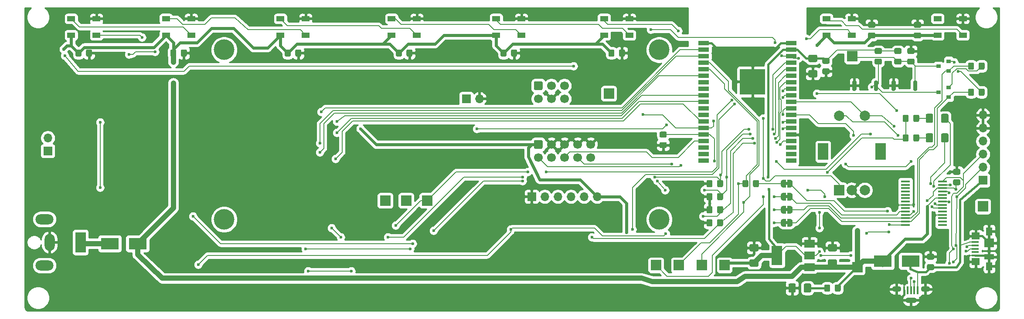
<source format=gbr>
%TF.GenerationSoftware,KiCad,Pcbnew,(5.1.6-0-10_14)*%
%TF.CreationDate,2020-10-26T15:40:05+01:00*%
%TF.ProjectId,GenericEPaperRemote,47656e65-7269-4634-9550-617065725265,rev?*%
%TF.SameCoordinates,Original*%
%TF.FileFunction,Copper,L2,Bot*%
%TF.FilePolarity,Positive*%
%FSLAX46Y46*%
G04 Gerber Fmt 4.6, Leading zero omitted, Abs format (unit mm)*
G04 Created by KiCad (PCBNEW (5.1.6-0-10_14)) date 2020-10-26 15:40:05*
%MOMM*%
%LPD*%
G01*
G04 APERTURE LIST*
%TA.AperFunction,EtchedComponent*%
%ADD10C,0.100000*%
%TD*%
%TA.AperFunction,SMDPad,CuDef*%
%ADD11R,3.500000X2.300000*%
%TD*%
%TA.AperFunction,ComponentPad*%
%ADD12R,2.000000X2.000000*%
%TD*%
%TA.AperFunction,SMDPad,CuDef*%
%ADD13R,2.000000X0.900000*%
%TD*%
%TA.AperFunction,SMDPad,CuDef*%
%ADD14R,5.000000X5.000000*%
%TD*%
%TA.AperFunction,WasherPad*%
%ADD15C,4.000000*%
%TD*%
%TA.AperFunction,ComponentPad*%
%ADD16O,1.700000X1.700000*%
%TD*%
%TA.AperFunction,ComponentPad*%
%ADD17R,1.700000X1.700000*%
%TD*%
%TA.AperFunction,SMDPad,CuDef*%
%ADD18R,1.900000X1.000000*%
%TD*%
%TA.AperFunction,SMDPad,CuDef*%
%ADD19R,1.900000X1.800000*%
%TD*%
%TA.AperFunction,SMDPad,CuDef*%
%ADD20R,1.300000X1.650000*%
%TD*%
%TA.AperFunction,SMDPad,CuDef*%
%ADD21R,1.550000X1.425000*%
%TD*%
%TA.AperFunction,SMDPad,CuDef*%
%ADD22R,1.380000X0.450000*%
%TD*%
%TA.AperFunction,ComponentPad*%
%ADD23O,2.200000X1.100000*%
%TD*%
%TA.AperFunction,ComponentPad*%
%ADD24O,1.800000X1.100000*%
%TD*%
%TA.AperFunction,SMDPad,CuDef*%
%ADD25R,0.450000X1.500000*%
%TD*%
%TA.AperFunction,SMDPad,CuDef*%
%ADD26R,2.000000X1.500000*%
%TD*%
%TA.AperFunction,SMDPad,CuDef*%
%ADD27R,2.000000X3.800000*%
%TD*%
%TA.AperFunction,SMDPad,CuDef*%
%ADD28R,1.750000X0.450000*%
%TD*%
%TA.AperFunction,ComponentPad*%
%ADD29C,2.000000*%
%TD*%
%TA.AperFunction,ComponentPad*%
%ADD30R,2.000000X3.200000*%
%TD*%
%TA.AperFunction,SMDPad,CuDef*%
%ADD31R,0.900000X0.800000*%
%TD*%
%TA.AperFunction,SMDPad,CuDef*%
%ADD32C,0.100000*%
%TD*%
%TA.AperFunction,ComponentPad*%
%ADD33O,3.500000X2.000000*%
%TD*%
%TA.AperFunction,ComponentPad*%
%ADD34O,2.000000X3.300000*%
%TD*%
%TA.AperFunction,ComponentPad*%
%ADD35R,2.000000X4.000000*%
%TD*%
%TA.AperFunction,ComponentPad*%
%ADD36C,1.700000*%
%TD*%
%TA.AperFunction,SMDPad,CuDef*%
%ADD37R,1.500000X1.000000*%
%TD*%
%TA.AperFunction,ViaPad*%
%ADD38C,0.600000*%
%TD*%
%TA.AperFunction,ViaPad*%
%ADD39C,0.900000*%
%TD*%
%TA.AperFunction,Conductor*%
%ADD40C,0.200000*%
%TD*%
%TA.AperFunction,Conductor*%
%ADD41C,0.400000*%
%TD*%
%TA.AperFunction,Conductor*%
%ADD42C,1.000000*%
%TD*%
%TA.AperFunction,Conductor*%
%ADD43C,0.600000*%
%TD*%
%TA.AperFunction,Conductor*%
%ADD44C,0.254000*%
%TD*%
G04 APERTURE END LIST*
D10*
%TO.C,JP4*%
G36*
X229620000Y-122890000D02*
G01*
X230120000Y-122890000D01*
X230120000Y-123490000D01*
X229620000Y-123490000D01*
X229620000Y-122890000D01*
G37*
%TO.C,JP3*%
G36*
X229620000Y-120350000D02*
G01*
X230120000Y-120350000D01*
X230120000Y-120950000D01*
X229620000Y-120950000D01*
X229620000Y-120350000D01*
G37*
%TO.C,JP2*%
G36*
X229620000Y-117810000D02*
G01*
X230120000Y-117810000D01*
X230120000Y-118410000D01*
X229620000Y-118410000D01*
X229620000Y-117810000D01*
G37*
%TO.C,JP1*%
G36*
X229620000Y-115270000D02*
G01*
X230120000Y-115270000D01*
X230120000Y-115870000D01*
X229620000Y-115870000D01*
X229620000Y-115270000D01*
G37*
%TD*%
D11*
%TO.P,D13,2*%
%TO.N,/Connectors/usb_v+*%
X253906000Y-130683000D03*
%TO.P,D13,1*%
%TO.N,+5V*%
X248506000Y-130683000D03*
%TD*%
D12*
%TO.P,TP12,1*%
%TO.N,/io_sel2*%
X151892000Y-118872000D03*
%TD*%
%TO.P,TP11,1*%
%TO.N,/io_sel1*%
X155956000Y-118872000D03*
%TD*%
%TO.P,TP10,1*%
%TO.N,/io_sel0*%
X160020000Y-118872000D03*
%TD*%
%TO.P,TP9,1*%
%TO.N,/IO0*%
X195326000Y-98044000D03*
%TD*%
D11*
%TO.P,D12,2*%
%TO.N,Net-(D12-Pad2)*%
X98392000Y-127254000D03*
%TO.P,D12,1*%
%TO.N,+5V*%
X103792000Y-127254000D03*
%TD*%
D13*
%TO.P,U1,1*%
%TO.N,GND*%
X230750000Y-88260000D03*
%TO.P,U1,2*%
%TO.N,+3V3*%
X230750000Y-89530000D03*
%TO.P,U1,3*%
%TO.N,/en*%
X230750000Y-90800000D03*
%TO.P,U1,4*%
%TO.N,/io_in0*%
X230750000Y-92070000D03*
%TO.P,U1,5*%
%TO.N,/io_in1*%
X230750000Y-93340000D03*
%TO.P,U1,6*%
%TO.N,/io_in2*%
X230750000Y-94610000D03*
%TO.P,U1,7*%
%TO.N,/io_in3*%
X230750000Y-95880000D03*
%TO.P,U1,8*%
%TO.N,/io_sel0*%
X230750000Y-97150000D03*
%TO.P,U1,9*%
%TO.N,/io_sel1*%
X230750000Y-98420000D03*
%TO.P,U1,10*%
%TO.N,/io_sel2*%
X230750000Y-99690000D03*
%TO.P,U1,11*%
%TO.N,/io_speaker*%
X230750000Y-100960000D03*
%TO.P,U1,12*%
%TO.N,/io_rot_b*%
X230750000Y-102230000D03*
%TO.P,U1,13*%
%TO.N,/ESP_TMS*%
X230750000Y-103500000D03*
%TO.P,U1,14*%
%TO.N,/ESP_TDI*%
X230750000Y-104770000D03*
%TO.P,U1,15*%
%TO.N,GND*%
X230750000Y-106040000D03*
%TO.P,U1,16*%
%TO.N,/ESP_TCK*%
X230750000Y-107310000D03*
%TO.P,U1,17*%
%TO.N,Net-(U1-Pad17)*%
X230750000Y-108580000D03*
%TO.P,U1,18*%
%TO.N,Net-(U1-Pad18)*%
X230750000Y-109850000D03*
%TO.P,U1,19*%
%TO.N,Net-(U1-Pad19)*%
X230750000Y-111120000D03*
%TO.P,U1,20*%
%TO.N,Net-(U1-Pad20)*%
X213750000Y-111120000D03*
%TO.P,U1,21*%
%TO.N,Net-(U1-Pad21)*%
X213750000Y-109850000D03*
%TO.P,U1,22*%
%TO.N,Net-(U1-Pad22)*%
X213750000Y-108580000D03*
%TO.P,U1,23*%
%TO.N,/ESP_TDO*%
X213750000Y-107310000D03*
%TO.P,U1,24*%
%TO.N,/io_neopixel*%
X213750000Y-106040000D03*
%TO.P,U1,25*%
%TO.N,/IO0*%
X213750000Y-104770000D03*
%TO.P,U1,26*%
%TO.N,/disp_busy*%
X213750000Y-103500000D03*
%TO.P,U1,27*%
%TO.N,N/C*%
X213750000Y-102230000D03*
%TO.P,U1,28*%
X213750000Y-100960000D03*
%TO.P,U1,29*%
%TO.N,/disp_cs*%
X213750000Y-99690000D03*
%TO.P,U1,30*%
%TO.N,/disp_clk*%
X213750000Y-98420000D03*
%TO.P,U1,31*%
%TO.N,Net-(U1-Pad31)*%
X213750000Y-97150000D03*
%TO.P,U1,32*%
%TO.N,N/C*%
X213750000Y-95880000D03*
%TO.P,U1,33*%
%TO.N,/disp_rst*%
X213750000Y-94610000D03*
%TO.P,U1,34*%
%TO.N,/esp_rx*%
X213750000Y-93340000D03*
%TO.P,U1,35*%
%TO.N,/esp_tx*%
X213750000Y-92070000D03*
%TO.P,U1,36*%
%TO.N,/disp_dc*%
X213750000Y-90800000D03*
%TO.P,U1,37*%
%TO.N,/disp_din*%
X213750000Y-89530000D03*
%TO.P,U1,38*%
%TO.N,GND*%
X213750000Y-88260000D03*
D14*
%TO.P,U1,39*%
X223250000Y-95760000D03*
%TD*%
D15*
%TO.P,Disp1,*%
%TO.N,*%
X120610000Y-122550000D03*
X120610000Y-89550000D03*
X205110000Y-89550000D03*
X205110000Y-122550000D03*
%TD*%
%TO.P,SW13,1*%
%TO.N,/IO0*%
%TA.AperFunction,SMDPad,CuDef*%
G36*
G01*
X247610000Y-95720000D02*
X247610000Y-97320000D01*
G75*
G02*
X247410000Y-97520000I-200000J0D01*
G01*
X247010000Y-97520000D01*
G75*
G02*
X246810000Y-97320000I0J200000D01*
G01*
X246810000Y-95720000D01*
G75*
G02*
X247010000Y-95520000I200000J0D01*
G01*
X247410000Y-95520000D01*
G75*
G02*
X247610000Y-95720000I0J-200000D01*
G01*
G37*
%TD.AperFunction*%
%TO.P,SW13,2*%
%TO.N,GND*%
%TA.AperFunction,SMDPad,CuDef*%
G36*
G01*
X243410000Y-95720000D02*
X243410000Y-97320000D01*
G75*
G02*
X243210000Y-97520000I-200000J0D01*
G01*
X242810000Y-97520000D01*
G75*
G02*
X242610000Y-97320000I0J200000D01*
G01*
X242610000Y-95720000D01*
G75*
G02*
X242810000Y-95520000I200000J0D01*
G01*
X243210000Y-95520000D01*
G75*
G02*
X243410000Y-95720000I0J-200000D01*
G01*
G37*
%TD.AperFunction*%
%TD*%
%TO.P,SW12,1*%
%TO.N,/en*%
%TA.AperFunction,SMDPad,CuDef*%
G36*
G01*
X255230000Y-95720000D02*
X255230000Y-97320000D01*
G75*
G02*
X255030000Y-97520000I-200000J0D01*
G01*
X254630000Y-97520000D01*
G75*
G02*
X254430000Y-97320000I0J200000D01*
G01*
X254430000Y-95720000D01*
G75*
G02*
X254630000Y-95520000I200000J0D01*
G01*
X255030000Y-95520000D01*
G75*
G02*
X255230000Y-95720000I0J-200000D01*
G01*
G37*
%TD.AperFunction*%
%TO.P,SW12,2*%
%TO.N,GND*%
%TA.AperFunction,SMDPad,CuDef*%
G36*
G01*
X251030000Y-95720000D02*
X251030000Y-97320000D01*
G75*
G02*
X250830000Y-97520000I-200000J0D01*
G01*
X250430000Y-97520000D01*
G75*
G02*
X250230000Y-97320000I0J200000D01*
G01*
X250230000Y-95720000D01*
G75*
G02*
X250430000Y-95520000I200000J0D01*
G01*
X250830000Y-95520000D01*
G75*
G02*
X251030000Y-95720000I0J-200000D01*
G01*
G37*
%TD.AperFunction*%
%TD*%
D12*
%TO.P,TP8,1*%
%TO.N,+3V3*%
X217805000Y-131445000D03*
%TD*%
%TO.P,TP7,1*%
%TO.N,+5V*%
X243586000Y-131826000D03*
%TD*%
%TO.P,TP5,1*%
%TO.N,Net-(C6-Pad1)*%
X267970000Y-120015000D03*
%TD*%
%TO.P,TP4,1*%
%TO.N,/esp_tx*%
X213360000Y-131445000D03*
%TD*%
%TO.P,TP3,1*%
%TO.N,/esp_rx*%
X208915000Y-131445000D03*
%TD*%
%TO.P,TP2,1*%
%TO.N,/IO0*%
X204470000Y-131445000D03*
%TD*%
%TO.P,TP1,1*%
%TO.N,/en*%
X242570000Y-90805000D03*
%TD*%
D16*
%TO.P,SW14,2*%
%TO.N,/io_sel2*%
X86360000Y-106680000D03*
D17*
%TO.P,SW14,1*%
%TO.N,Net-(D30-Pad2)*%
X86360000Y-109220000D03*
%TD*%
D18*
%TO.P,USB3,6*%
%TO.N,GND*%
X269170000Y-129820000D03*
D19*
X269170000Y-127120000D03*
D20*
X269170000Y-131645000D03*
X269170000Y-124895000D03*
D21*
X266595000Y-130757500D03*
X266595000Y-125782500D03*
D22*
%TO.P,USB3,5*%
X266510000Y-129570000D03*
%TO.P,USB3,4*%
%TO.N,Net-(USB3-Pad4)*%
X266510000Y-128920000D03*
%TO.P,USB3,3*%
%TO.N,/Connectors/usb_d+*%
X266510000Y-128270000D03*
%TO.P,USB3,2*%
%TO.N,/Connectors/usb_d-*%
X266510000Y-127620000D03*
%TO.P,USB3,1*%
%TO.N,/Connectors/usb_v+*%
X266510000Y-126970000D03*
%TD*%
D16*
%TO.P,USB2,6*%
%TO.N,GND*%
X267970000Y-102235000D03*
%TO.P,USB2,5*%
X267970000Y-104775000D03*
%TO.P,USB2,4*%
%TO.N,Net-(USB2-Pad4)*%
X267970000Y-107315000D03*
%TO.P,USB2,3*%
%TO.N,/Connectors/usb_d+*%
X267970000Y-109855000D03*
%TO.P,USB2,2*%
%TO.N,/Connectors/usb_d-*%
X267970000Y-112395000D03*
D17*
%TO.P,USB2,1*%
%TO.N,/Connectors/usb_v+*%
X267970000Y-114935000D03*
%TD*%
D23*
%TO.P,USB1,6*%
%TO.N,GND*%
X254000000Y-138235000D03*
D24*
X251200000Y-136085000D03*
X256800000Y-136085000D03*
D25*
%TO.P,USB1,1*%
%TO.N,/Connectors/usb_v+*%
X255300000Y-136335000D03*
%TO.P,USB1,5*%
%TO.N,GND*%
X252700000Y-136335000D03*
%TO.P,USB1,2*%
%TO.N,/Connectors/usb_d-*%
X254650000Y-136335000D03*
%TO.P,USB1,4*%
%TO.N,Net-(USB1-Pad4)*%
X253350000Y-136335000D03*
%TO.P,USB1,3*%
%TO.N,/Connectors/usb_d+*%
X254000000Y-136335000D03*
%TD*%
D26*
%TO.P,U3,1*%
%TO.N,GND*%
X234290000Y-127240000D03*
%TO.P,U3,3*%
%TO.N,+5V*%
X234290000Y-131840000D03*
%TO.P,U3,2*%
%TO.N,+3V3*%
X234290000Y-129540000D03*
D27*
X227990000Y-129540000D03*
%TD*%
D28*
%TO.P,U2,28*%
%TO.N,Net-(U2-Pad28)*%
X260140000Y-123605000D03*
%TO.P,U2,27*%
%TO.N,Net-(U2-Pad27)*%
X260140000Y-122955000D03*
%TO.P,U2,26*%
%TO.N,Net-(U2-Pad26)*%
X260140000Y-122305000D03*
%TO.P,U2,25*%
%TO.N,GND*%
X260140000Y-121655000D03*
%TO.P,U2,24*%
%TO.N,N/C*%
X260140000Y-121005000D03*
%TO.P,U2,23*%
%TO.N,Net-(D15-Pad1)*%
X260140000Y-120355000D03*
%TO.P,U2,22*%
%TO.N,Net-(D14-Pad1)*%
X260140000Y-119705000D03*
%TO.P,U2,21*%
%TO.N,GND*%
X260140000Y-119055000D03*
%TO.P,U2,20*%
%TO.N,+5V*%
X260140000Y-118405000D03*
%TO.P,U2,19*%
%TO.N,Net-(U2-Pad19)*%
X260140000Y-117755000D03*
%TO.P,U2,18*%
%TO.N,GND*%
X260140000Y-117105000D03*
%TO.P,U2,17*%
%TO.N,Net-(C6-Pad1)*%
X260140000Y-116455000D03*
%TO.P,U2,16*%
%TO.N,/Connectors/usb_d-*%
X260140000Y-115805000D03*
%TO.P,U2,15*%
%TO.N,/Connectors/usb_d+*%
X260140000Y-115155000D03*
%TO.P,U2,14*%
%TO.N,Net-(U2-Pad14)*%
X252940000Y-115155000D03*
%TO.P,U2,13*%
%TO.N,Net-(U2-Pad13)*%
X252940000Y-115805000D03*
%TO.P,U2,12*%
%TO.N,Net-(U2-Pad12)*%
X252940000Y-116455000D03*
%TO.P,U2,11*%
%TO.N,Net-(U2-Pad11)*%
X252940000Y-117105000D03*
%TO.P,U2,10*%
%TO.N,Net-(U2-Pad10)*%
X252940000Y-117755000D03*
%TO.P,U2,9*%
%TO.N,Net-(U2-Pad9)*%
X252940000Y-118405000D03*
%TO.P,U2,8*%
%TO.N,N/C*%
X252940000Y-119055000D03*
%TO.P,U2,7*%
%TO.N,GND*%
X252940000Y-119705000D03*
%TO.P,U2,6*%
%TO.N,Net-(U2-Pad6)*%
X252940000Y-120355000D03*
%TO.P,U2,5*%
%TO.N,/Connectors/URXD*%
X252940000Y-121005000D03*
%TO.P,U2,4*%
%TO.N,Net-(C6-Pad1)*%
X252940000Y-121655000D03*
%TO.P,U2,3*%
%TO.N,/Connectors/RTS*%
X252940000Y-122305000D03*
%TO.P,U2,2*%
%TO.N,/Connectors/DTR*%
X252940000Y-122955000D03*
%TO.P,U2,1*%
%TO.N,/Connectors/UTXD*%
X252940000Y-123605000D03*
%TD*%
D12*
%TO.P,SW11,A*%
%TO.N,/IO0*%
X240030000Y-116840000D03*
D29*
%TO.P,SW11,C*%
%TO.N,GND*%
X242530000Y-116840000D03*
%TO.P,SW11,B*%
%TO.N,/io_rot_b*%
X245030000Y-116840000D03*
D30*
%TO.P,SW11,MP*%
%TO.N,N/C*%
X236930000Y-109340000D03*
X248130000Y-109340000D03*
D29*
%TO.P,SW11,S2*%
%TO.N,Net-(D11-Pad2)*%
X240030000Y-102340000D03*
%TO.P,SW11,S1*%
%TO.N,/io_sel2*%
X245030000Y-102340000D03*
%TD*%
%TO.P,R13,2*%
%TO.N,Net-(JP1-Pad2)*%
%TA.AperFunction,SMDPad,CuDef*%
G36*
G01*
X223335000Y-116020001D02*
X223335000Y-115119999D01*
G75*
G02*
X223584999Y-114870000I249999J0D01*
G01*
X224235001Y-114870000D01*
G75*
G02*
X224485000Y-115119999I0J-249999D01*
G01*
X224485000Y-116020001D01*
G75*
G02*
X224235001Y-116270000I-249999J0D01*
G01*
X223584999Y-116270000D01*
G75*
G02*
X223335000Y-116020001I0J249999D01*
G01*
G37*
%TD.AperFunction*%
%TO.P,R13,1*%
%TO.N,/esp_rx*%
%TA.AperFunction,SMDPad,CuDef*%
G36*
G01*
X221285000Y-116020001D02*
X221285000Y-115119999D01*
G75*
G02*
X221534999Y-114870000I249999J0D01*
G01*
X222185001Y-114870000D01*
G75*
G02*
X222435000Y-115119999I0J-249999D01*
G01*
X222435000Y-116020001D01*
G75*
G02*
X222185001Y-116270000I-249999J0D01*
G01*
X221534999Y-116270000D01*
G75*
G02*
X221285000Y-116020001I0J249999D01*
G01*
G37*
%TD.AperFunction*%
%TD*%
%TO.P,R12,2*%
%TO.N,/Connectors/RTS*%
%TA.AperFunction,SMDPad,CuDef*%
G36*
G01*
X266250000Y-92259999D02*
X266250000Y-93160001D01*
G75*
G02*
X266000001Y-93410000I-249999J0D01*
G01*
X265349999Y-93410000D01*
G75*
G02*
X265100000Y-93160001I0J249999D01*
G01*
X265100000Y-92259999D01*
G75*
G02*
X265349999Y-92010000I249999J0D01*
G01*
X266000001Y-92010000D01*
G75*
G02*
X266250000Y-92259999I0J-249999D01*
G01*
G37*
%TD.AperFunction*%
%TO.P,R12,1*%
%TO.N,Net-(Q2-Pad1)*%
%TA.AperFunction,SMDPad,CuDef*%
G36*
G01*
X268300000Y-92259999D02*
X268300000Y-93160001D01*
G75*
G02*
X268050001Y-93410000I-249999J0D01*
G01*
X267399999Y-93410000D01*
G75*
G02*
X267150000Y-93160001I0J249999D01*
G01*
X267150000Y-92259999D01*
G75*
G02*
X267399999Y-92010000I249999J0D01*
G01*
X268050001Y-92010000D01*
G75*
G02*
X268300000Y-92259999I0J-249999D01*
G01*
G37*
%TD.AperFunction*%
%TD*%
%TO.P,R11,2*%
%TO.N,/Connectors/DTR*%
%TA.AperFunction,SMDPad,CuDef*%
G36*
G01*
X266250000Y-97339999D02*
X266250000Y-98240001D01*
G75*
G02*
X266000001Y-98490000I-249999J0D01*
G01*
X265349999Y-98490000D01*
G75*
G02*
X265100000Y-98240001I0J249999D01*
G01*
X265100000Y-97339999D01*
G75*
G02*
X265349999Y-97090000I249999J0D01*
G01*
X266000001Y-97090000D01*
G75*
G02*
X266250000Y-97339999I0J-249999D01*
G01*
G37*
%TD.AperFunction*%
%TO.P,R11,1*%
%TO.N,Net-(Q1-Pad1)*%
%TA.AperFunction,SMDPad,CuDef*%
G36*
G01*
X268300000Y-97339999D02*
X268300000Y-98240001D01*
G75*
G02*
X268050001Y-98490000I-249999J0D01*
G01*
X267399999Y-98490000D01*
G75*
G02*
X267150000Y-98240001I0J249999D01*
G01*
X267150000Y-97339999D01*
G75*
G02*
X267399999Y-97090000I249999J0D01*
G01*
X268050001Y-97090000D01*
G75*
G02*
X268300000Y-97339999I0J-249999D01*
G01*
G37*
%TD.AperFunction*%
%TD*%
%TO.P,R10,2*%
%TO.N,+5V*%
%TA.AperFunction,SMDPad,CuDef*%
G36*
G01*
X239210000Y-136340001D02*
X239210000Y-135439999D01*
G75*
G02*
X239459999Y-135190000I249999J0D01*
G01*
X240110001Y-135190000D01*
G75*
G02*
X240360000Y-135439999I0J-249999D01*
G01*
X240360000Y-136340001D01*
G75*
G02*
X240110001Y-136590000I-249999J0D01*
G01*
X239459999Y-136590000D01*
G75*
G02*
X239210000Y-136340001I0J249999D01*
G01*
G37*
%TD.AperFunction*%
%TO.P,R10,1*%
%TO.N,Net-(D16-Pad2)*%
%TA.AperFunction,SMDPad,CuDef*%
G36*
G01*
X237160000Y-136340001D02*
X237160000Y-135439999D01*
G75*
G02*
X237409999Y-135190000I249999J0D01*
G01*
X238060001Y-135190000D01*
G75*
G02*
X238310000Y-135439999I0J-249999D01*
G01*
X238310000Y-136340001D01*
G75*
G02*
X238060001Y-136590000I-249999J0D01*
G01*
X237409999Y-136590000D01*
G75*
G02*
X237160000Y-136340001I0J249999D01*
G01*
G37*
%TD.AperFunction*%
%TD*%
%TO.P,R9,2*%
%TO.N,+3V3*%
%TA.AperFunction,SMDPad,CuDef*%
G36*
G01*
X253550000Y-106229999D02*
X253550000Y-107130001D01*
G75*
G02*
X253300001Y-107380000I-249999J0D01*
G01*
X252649999Y-107380000D01*
G75*
G02*
X252400000Y-107130001I0J249999D01*
G01*
X252400000Y-106229999D01*
G75*
G02*
X252649999Y-105980000I249999J0D01*
G01*
X253300001Y-105980000D01*
G75*
G02*
X253550000Y-106229999I0J-249999D01*
G01*
G37*
%TD.AperFunction*%
%TO.P,R9,1*%
%TO.N,Net-(D15-Pad2)*%
%TA.AperFunction,SMDPad,CuDef*%
G36*
G01*
X255600000Y-106229999D02*
X255600000Y-107130001D01*
G75*
G02*
X255350001Y-107380000I-249999J0D01*
G01*
X254699999Y-107380000D01*
G75*
G02*
X254450000Y-107130001I0J249999D01*
G01*
X254450000Y-106229999D01*
G75*
G02*
X254699999Y-105980000I249999J0D01*
G01*
X255350001Y-105980000D01*
G75*
G02*
X255600000Y-106229999I0J-249999D01*
G01*
G37*
%TD.AperFunction*%
%TD*%
%TO.P,R8,2*%
%TO.N,+3V3*%
%TA.AperFunction,SMDPad,CuDef*%
G36*
G01*
X253550000Y-102419999D02*
X253550000Y-103320001D01*
G75*
G02*
X253300001Y-103570000I-249999J0D01*
G01*
X252649999Y-103570000D01*
G75*
G02*
X252400000Y-103320001I0J249999D01*
G01*
X252400000Y-102419999D01*
G75*
G02*
X252649999Y-102170000I249999J0D01*
G01*
X253300001Y-102170000D01*
G75*
G02*
X253550000Y-102419999I0J-249999D01*
G01*
G37*
%TD.AperFunction*%
%TO.P,R8,1*%
%TO.N,Net-(D14-Pad2)*%
%TA.AperFunction,SMDPad,CuDef*%
G36*
G01*
X255600000Y-102419999D02*
X255600000Y-103320001D01*
G75*
G02*
X255350001Y-103570000I-249999J0D01*
G01*
X254699999Y-103570000D01*
G75*
G02*
X254450000Y-103320001I0J249999D01*
G01*
X254450000Y-102419999D01*
G75*
G02*
X254699999Y-102170000I249999J0D01*
G01*
X255350001Y-102170000D01*
G75*
G02*
X255600000Y-102419999I0J-249999D01*
G01*
G37*
%TD.AperFunction*%
%TD*%
%TO.P,R7,2*%
%TO.N,/IO0*%
%TA.AperFunction,SMDPad,CuDef*%
G36*
G01*
X247199999Y-91255000D02*
X248100001Y-91255000D01*
G75*
G02*
X248350000Y-91504999I0J-249999D01*
G01*
X248350000Y-92155001D01*
G75*
G02*
X248100001Y-92405000I-249999J0D01*
G01*
X247199999Y-92405000D01*
G75*
G02*
X246950000Y-92155001I0J249999D01*
G01*
X246950000Y-91504999D01*
G75*
G02*
X247199999Y-91255000I249999J0D01*
G01*
G37*
%TD.AperFunction*%
%TO.P,R7,1*%
%TO.N,+3V3*%
%TA.AperFunction,SMDPad,CuDef*%
G36*
G01*
X247199999Y-89205000D02*
X248100001Y-89205000D01*
G75*
G02*
X248350000Y-89454999I0J-249999D01*
G01*
X248350000Y-90105001D01*
G75*
G02*
X248100001Y-90355000I-249999J0D01*
G01*
X247199999Y-90355000D01*
G75*
G02*
X246950000Y-90105001I0J249999D01*
G01*
X246950000Y-89454999D01*
G75*
G02*
X247199999Y-89205000I249999J0D01*
G01*
G37*
%TD.AperFunction*%
%TD*%
%TO.P,R6,2*%
%TO.N,/en*%
%TA.AperFunction,SMDPad,CuDef*%
G36*
G01*
X251009999Y-91255000D02*
X251910001Y-91255000D01*
G75*
G02*
X252160000Y-91504999I0J-249999D01*
G01*
X252160000Y-92155001D01*
G75*
G02*
X251910001Y-92405000I-249999J0D01*
G01*
X251009999Y-92405000D01*
G75*
G02*
X250760000Y-92155001I0J249999D01*
G01*
X250760000Y-91504999D01*
G75*
G02*
X251009999Y-91255000I249999J0D01*
G01*
G37*
%TD.AperFunction*%
%TO.P,R6,1*%
%TO.N,+3V3*%
%TA.AperFunction,SMDPad,CuDef*%
G36*
G01*
X251009999Y-89205000D02*
X251910001Y-89205000D01*
G75*
G02*
X252160000Y-89454999I0J-249999D01*
G01*
X252160000Y-90105001D01*
G75*
G02*
X251910001Y-90355000I-249999J0D01*
G01*
X251009999Y-90355000D01*
G75*
G02*
X250760000Y-90105001I0J249999D01*
G01*
X250760000Y-89454999D01*
G75*
G02*
X251009999Y-89205000I249999J0D01*
G01*
G37*
%TD.AperFunction*%
%TD*%
%TO.P,R5,2*%
%TO.N,GND*%
%TA.AperFunction,SMDPad,CuDef*%
G36*
G01*
X205416999Y-107511000D02*
X206317001Y-107511000D01*
G75*
G02*
X206567000Y-107760999I0J-249999D01*
G01*
X206567000Y-108411001D01*
G75*
G02*
X206317001Y-108661000I-249999J0D01*
G01*
X205416999Y-108661000D01*
G75*
G02*
X205167000Y-108411001I0J249999D01*
G01*
X205167000Y-107760999D01*
G75*
G02*
X205416999Y-107511000I249999J0D01*
G01*
G37*
%TD.AperFunction*%
%TO.P,R5,1*%
%TO.N,/io_neopixel*%
%TA.AperFunction,SMDPad,CuDef*%
G36*
G01*
X205416999Y-105461000D02*
X206317001Y-105461000D01*
G75*
G02*
X206567000Y-105710999I0J-249999D01*
G01*
X206567000Y-106361001D01*
G75*
G02*
X206317001Y-106611000I-249999J0D01*
G01*
X205416999Y-106611000D01*
G75*
G02*
X205167000Y-106361001I0J249999D01*
G01*
X205167000Y-105710999D01*
G75*
G02*
X205416999Y-105461000I249999J0D01*
G01*
G37*
%TD.AperFunction*%
%TD*%
%TO.P,R4,2*%
%TO.N,GND*%
%TA.AperFunction,SMDPad,CuDef*%
G36*
G01*
X215450000Y-122739999D02*
X215450000Y-123640001D01*
G75*
G02*
X215200001Y-123890000I-249999J0D01*
G01*
X214549999Y-123890000D01*
G75*
G02*
X214300000Y-123640001I0J249999D01*
G01*
X214300000Y-122739999D01*
G75*
G02*
X214549999Y-122490000I249999J0D01*
G01*
X215200001Y-122490000D01*
G75*
G02*
X215450000Y-122739999I0J-249999D01*
G01*
G37*
%TD.AperFunction*%
%TO.P,R4,1*%
%TO.N,/io_in3*%
%TA.AperFunction,SMDPad,CuDef*%
G36*
G01*
X217500000Y-122739999D02*
X217500000Y-123640001D01*
G75*
G02*
X217250001Y-123890000I-249999J0D01*
G01*
X216599999Y-123890000D01*
G75*
G02*
X216350000Y-123640001I0J249999D01*
G01*
X216350000Y-122739999D01*
G75*
G02*
X216599999Y-122490000I249999J0D01*
G01*
X217250001Y-122490000D01*
G75*
G02*
X217500000Y-122739999I0J-249999D01*
G01*
G37*
%TD.AperFunction*%
%TD*%
%TO.P,R3,2*%
%TO.N,GND*%
%TA.AperFunction,SMDPad,CuDef*%
G36*
G01*
X215450000Y-120199999D02*
X215450000Y-121100001D01*
G75*
G02*
X215200001Y-121350000I-249999J0D01*
G01*
X214549999Y-121350000D01*
G75*
G02*
X214300000Y-121100001I0J249999D01*
G01*
X214300000Y-120199999D01*
G75*
G02*
X214549999Y-119950000I249999J0D01*
G01*
X215200001Y-119950000D01*
G75*
G02*
X215450000Y-120199999I0J-249999D01*
G01*
G37*
%TD.AperFunction*%
%TO.P,R3,1*%
%TO.N,/io_in2*%
%TA.AperFunction,SMDPad,CuDef*%
G36*
G01*
X217500000Y-120199999D02*
X217500000Y-121100001D01*
G75*
G02*
X217250001Y-121350000I-249999J0D01*
G01*
X216599999Y-121350000D01*
G75*
G02*
X216350000Y-121100001I0J249999D01*
G01*
X216350000Y-120199999D01*
G75*
G02*
X216599999Y-119950000I249999J0D01*
G01*
X217250001Y-119950000D01*
G75*
G02*
X217500000Y-120199999I0J-249999D01*
G01*
G37*
%TD.AperFunction*%
%TD*%
%TO.P,R2,2*%
%TO.N,GND*%
%TA.AperFunction,SMDPad,CuDef*%
G36*
G01*
X215450000Y-117659999D02*
X215450000Y-118560001D01*
G75*
G02*
X215200001Y-118810000I-249999J0D01*
G01*
X214549999Y-118810000D01*
G75*
G02*
X214300000Y-118560001I0J249999D01*
G01*
X214300000Y-117659999D01*
G75*
G02*
X214549999Y-117410000I249999J0D01*
G01*
X215200001Y-117410000D01*
G75*
G02*
X215450000Y-117659999I0J-249999D01*
G01*
G37*
%TD.AperFunction*%
%TO.P,R2,1*%
%TO.N,/io_in1*%
%TA.AperFunction,SMDPad,CuDef*%
G36*
G01*
X217500000Y-117659999D02*
X217500000Y-118560001D01*
G75*
G02*
X217250001Y-118810000I-249999J0D01*
G01*
X216599999Y-118810000D01*
G75*
G02*
X216350000Y-118560001I0J249999D01*
G01*
X216350000Y-117659999D01*
G75*
G02*
X216599999Y-117410000I249999J0D01*
G01*
X217250001Y-117410000D01*
G75*
G02*
X217500000Y-117659999I0J-249999D01*
G01*
G37*
%TD.AperFunction*%
%TD*%
%TO.P,R1,2*%
%TO.N,GND*%
%TA.AperFunction,SMDPad,CuDef*%
G36*
G01*
X215450000Y-115119999D02*
X215450000Y-116020001D01*
G75*
G02*
X215200001Y-116270000I-249999J0D01*
G01*
X214549999Y-116270000D01*
G75*
G02*
X214300000Y-116020001I0J249999D01*
G01*
X214300000Y-115119999D01*
G75*
G02*
X214549999Y-114870000I249999J0D01*
G01*
X215200001Y-114870000D01*
G75*
G02*
X215450000Y-115119999I0J-249999D01*
G01*
G37*
%TD.AperFunction*%
%TO.P,R1,1*%
%TO.N,/io_in0*%
%TA.AperFunction,SMDPad,CuDef*%
G36*
G01*
X217500000Y-115119999D02*
X217500000Y-116020001D01*
G75*
G02*
X217250001Y-116270000I-249999J0D01*
G01*
X216599999Y-116270000D01*
G75*
G02*
X216350000Y-116020001I0J249999D01*
G01*
X216350000Y-115119999D01*
G75*
G02*
X216599999Y-114870000I249999J0D01*
G01*
X217250001Y-114870000D01*
G75*
G02*
X217500000Y-115119999I0J-249999D01*
G01*
G37*
%TD.AperFunction*%
%TD*%
D31*
%TO.P,Q2,3*%
%TO.N,/IO0*%
X259350000Y-97790000D03*
%TO.P,Q2,2*%
%TO.N,/Connectors/DTR*%
X261350000Y-98740000D03*
%TO.P,Q2,1*%
%TO.N,Net-(Q2-Pad1)*%
X261350000Y-96840000D03*
%TD*%
%TO.P,Q1,3*%
%TO.N,/en*%
X259350000Y-92710000D03*
%TO.P,Q1,2*%
%TO.N,/Connectors/RTS*%
X261350000Y-93660000D03*
%TO.P,Q1,1*%
%TO.N,Net-(Q1-Pad1)*%
X261350000Y-91760000D03*
%TD*%
D16*
%TO.P,JSerial1,6*%
%TO.N,+3V3*%
X193040000Y-118110000D03*
%TO.P,JSerial1,5*%
%TO.N,/esp_rx*%
X190500000Y-118110000D03*
%TO.P,JSerial1,4*%
%TO.N,/esp_tx*%
X187960000Y-118110000D03*
%TO.P,JSerial1,3*%
%TO.N,Net-(JP3-Pad2)*%
X185420000Y-118110000D03*
%TO.P,JSerial1,2*%
%TO.N,Net-(JP4-Pad2)*%
X182880000Y-118110000D03*
D17*
%TO.P,JSerial1,1*%
%TO.N,GND*%
X180340000Y-118110000D03*
%TD*%
%TA.AperFunction,SMDPad,CuDef*%
D32*
%TO.P,JP4,1*%
%TO.N,/Connectors/DTR*%
G36*
X230020000Y-122440000D02*
G01*
X230520000Y-122440000D01*
X230520000Y-122440602D01*
X230544534Y-122440602D01*
X230593365Y-122445412D01*
X230641490Y-122454984D01*
X230688445Y-122469228D01*
X230733778Y-122488005D01*
X230777051Y-122511136D01*
X230817850Y-122538396D01*
X230855779Y-122569524D01*
X230890476Y-122604221D01*
X230921604Y-122642150D01*
X230948864Y-122682949D01*
X230971995Y-122726222D01*
X230990772Y-122771555D01*
X231005016Y-122818510D01*
X231014588Y-122866635D01*
X231019398Y-122915466D01*
X231019398Y-122940000D01*
X231020000Y-122940000D01*
X231020000Y-123440000D01*
X231019398Y-123440000D01*
X231019398Y-123464534D01*
X231014588Y-123513365D01*
X231005016Y-123561490D01*
X230990772Y-123608445D01*
X230971995Y-123653778D01*
X230948864Y-123697051D01*
X230921604Y-123737850D01*
X230890476Y-123775779D01*
X230855779Y-123810476D01*
X230817850Y-123841604D01*
X230777051Y-123868864D01*
X230733778Y-123891995D01*
X230688445Y-123910772D01*
X230641490Y-123925016D01*
X230593365Y-123934588D01*
X230544534Y-123939398D01*
X230520000Y-123939398D01*
X230520000Y-123940000D01*
X230020000Y-123940000D01*
X230020000Y-122440000D01*
G37*
%TD.AperFunction*%
%TA.AperFunction,SMDPad,CuDef*%
%TO.P,JP4,2*%
%TO.N,Net-(JP4-Pad2)*%
G36*
X229220000Y-123939398D02*
G01*
X229195466Y-123939398D01*
X229146635Y-123934588D01*
X229098510Y-123925016D01*
X229051555Y-123910772D01*
X229006222Y-123891995D01*
X228962949Y-123868864D01*
X228922150Y-123841604D01*
X228884221Y-123810476D01*
X228849524Y-123775779D01*
X228818396Y-123737850D01*
X228791136Y-123697051D01*
X228768005Y-123653778D01*
X228749228Y-123608445D01*
X228734984Y-123561490D01*
X228725412Y-123513365D01*
X228720602Y-123464534D01*
X228720602Y-123440000D01*
X228720000Y-123440000D01*
X228720000Y-122940000D01*
X228720602Y-122940000D01*
X228720602Y-122915466D01*
X228725412Y-122866635D01*
X228734984Y-122818510D01*
X228749228Y-122771555D01*
X228768005Y-122726222D01*
X228791136Y-122682949D01*
X228818396Y-122642150D01*
X228849524Y-122604221D01*
X228884221Y-122569524D01*
X228922150Y-122538396D01*
X228962949Y-122511136D01*
X229006222Y-122488005D01*
X229051555Y-122469228D01*
X229098510Y-122454984D01*
X229146635Y-122445412D01*
X229195466Y-122440602D01*
X229220000Y-122440602D01*
X229220000Y-122440000D01*
X229720000Y-122440000D01*
X229720000Y-123940000D01*
X229220000Y-123940000D01*
X229220000Y-123939398D01*
G37*
%TD.AperFunction*%
%TD*%
%TA.AperFunction,SMDPad,CuDef*%
%TO.P,JP3,1*%
%TO.N,/Connectors/RTS*%
G36*
X230020000Y-119900000D02*
G01*
X230520000Y-119900000D01*
X230520000Y-119900602D01*
X230544534Y-119900602D01*
X230593365Y-119905412D01*
X230641490Y-119914984D01*
X230688445Y-119929228D01*
X230733778Y-119948005D01*
X230777051Y-119971136D01*
X230817850Y-119998396D01*
X230855779Y-120029524D01*
X230890476Y-120064221D01*
X230921604Y-120102150D01*
X230948864Y-120142949D01*
X230971995Y-120186222D01*
X230990772Y-120231555D01*
X231005016Y-120278510D01*
X231014588Y-120326635D01*
X231019398Y-120375466D01*
X231019398Y-120400000D01*
X231020000Y-120400000D01*
X231020000Y-120900000D01*
X231019398Y-120900000D01*
X231019398Y-120924534D01*
X231014588Y-120973365D01*
X231005016Y-121021490D01*
X230990772Y-121068445D01*
X230971995Y-121113778D01*
X230948864Y-121157051D01*
X230921604Y-121197850D01*
X230890476Y-121235779D01*
X230855779Y-121270476D01*
X230817850Y-121301604D01*
X230777051Y-121328864D01*
X230733778Y-121351995D01*
X230688445Y-121370772D01*
X230641490Y-121385016D01*
X230593365Y-121394588D01*
X230544534Y-121399398D01*
X230520000Y-121399398D01*
X230520000Y-121400000D01*
X230020000Y-121400000D01*
X230020000Y-119900000D01*
G37*
%TD.AperFunction*%
%TA.AperFunction,SMDPad,CuDef*%
%TO.P,JP3,2*%
%TO.N,Net-(JP3-Pad2)*%
G36*
X229220000Y-121399398D02*
G01*
X229195466Y-121399398D01*
X229146635Y-121394588D01*
X229098510Y-121385016D01*
X229051555Y-121370772D01*
X229006222Y-121351995D01*
X228962949Y-121328864D01*
X228922150Y-121301604D01*
X228884221Y-121270476D01*
X228849524Y-121235779D01*
X228818396Y-121197850D01*
X228791136Y-121157051D01*
X228768005Y-121113778D01*
X228749228Y-121068445D01*
X228734984Y-121021490D01*
X228725412Y-120973365D01*
X228720602Y-120924534D01*
X228720602Y-120900000D01*
X228720000Y-120900000D01*
X228720000Y-120400000D01*
X228720602Y-120400000D01*
X228720602Y-120375466D01*
X228725412Y-120326635D01*
X228734984Y-120278510D01*
X228749228Y-120231555D01*
X228768005Y-120186222D01*
X228791136Y-120142949D01*
X228818396Y-120102150D01*
X228849524Y-120064221D01*
X228884221Y-120029524D01*
X228922150Y-119998396D01*
X228962949Y-119971136D01*
X229006222Y-119948005D01*
X229051555Y-119929228D01*
X229098510Y-119914984D01*
X229146635Y-119905412D01*
X229195466Y-119900602D01*
X229220000Y-119900602D01*
X229220000Y-119900000D01*
X229720000Y-119900000D01*
X229720000Y-121400000D01*
X229220000Y-121400000D01*
X229220000Y-121399398D01*
G37*
%TD.AperFunction*%
%TD*%
%TA.AperFunction,SMDPad,CuDef*%
%TO.P,JP2,1*%
%TO.N,/Connectors/URXD*%
G36*
X230020000Y-117360000D02*
G01*
X230520000Y-117360000D01*
X230520000Y-117360602D01*
X230544534Y-117360602D01*
X230593365Y-117365412D01*
X230641490Y-117374984D01*
X230688445Y-117389228D01*
X230733778Y-117408005D01*
X230777051Y-117431136D01*
X230817850Y-117458396D01*
X230855779Y-117489524D01*
X230890476Y-117524221D01*
X230921604Y-117562150D01*
X230948864Y-117602949D01*
X230971995Y-117646222D01*
X230990772Y-117691555D01*
X231005016Y-117738510D01*
X231014588Y-117786635D01*
X231019398Y-117835466D01*
X231019398Y-117860000D01*
X231020000Y-117860000D01*
X231020000Y-118360000D01*
X231019398Y-118360000D01*
X231019398Y-118384534D01*
X231014588Y-118433365D01*
X231005016Y-118481490D01*
X230990772Y-118528445D01*
X230971995Y-118573778D01*
X230948864Y-118617051D01*
X230921604Y-118657850D01*
X230890476Y-118695779D01*
X230855779Y-118730476D01*
X230817850Y-118761604D01*
X230777051Y-118788864D01*
X230733778Y-118811995D01*
X230688445Y-118830772D01*
X230641490Y-118845016D01*
X230593365Y-118854588D01*
X230544534Y-118859398D01*
X230520000Y-118859398D01*
X230520000Y-118860000D01*
X230020000Y-118860000D01*
X230020000Y-117360000D01*
G37*
%TD.AperFunction*%
%TA.AperFunction,SMDPad,CuDef*%
%TO.P,JP2,2*%
%TO.N,/esp_tx*%
G36*
X229220000Y-118859398D02*
G01*
X229195466Y-118859398D01*
X229146635Y-118854588D01*
X229098510Y-118845016D01*
X229051555Y-118830772D01*
X229006222Y-118811995D01*
X228962949Y-118788864D01*
X228922150Y-118761604D01*
X228884221Y-118730476D01*
X228849524Y-118695779D01*
X228818396Y-118657850D01*
X228791136Y-118617051D01*
X228768005Y-118573778D01*
X228749228Y-118528445D01*
X228734984Y-118481490D01*
X228725412Y-118433365D01*
X228720602Y-118384534D01*
X228720602Y-118360000D01*
X228720000Y-118360000D01*
X228720000Y-117860000D01*
X228720602Y-117860000D01*
X228720602Y-117835466D01*
X228725412Y-117786635D01*
X228734984Y-117738510D01*
X228749228Y-117691555D01*
X228768005Y-117646222D01*
X228791136Y-117602949D01*
X228818396Y-117562150D01*
X228849524Y-117524221D01*
X228884221Y-117489524D01*
X228922150Y-117458396D01*
X228962949Y-117431136D01*
X229006222Y-117408005D01*
X229051555Y-117389228D01*
X229098510Y-117374984D01*
X229146635Y-117365412D01*
X229195466Y-117360602D01*
X229220000Y-117360602D01*
X229220000Y-117360000D01*
X229720000Y-117360000D01*
X229720000Y-118860000D01*
X229220000Y-118860000D01*
X229220000Y-118859398D01*
G37*
%TD.AperFunction*%
%TD*%
%TA.AperFunction,SMDPad,CuDef*%
%TO.P,JP1,1*%
%TO.N,/Connectors/UTXD*%
G36*
X230020000Y-114820000D02*
G01*
X230520000Y-114820000D01*
X230520000Y-114820602D01*
X230544534Y-114820602D01*
X230593365Y-114825412D01*
X230641490Y-114834984D01*
X230688445Y-114849228D01*
X230733778Y-114868005D01*
X230777051Y-114891136D01*
X230817850Y-114918396D01*
X230855779Y-114949524D01*
X230890476Y-114984221D01*
X230921604Y-115022150D01*
X230948864Y-115062949D01*
X230971995Y-115106222D01*
X230990772Y-115151555D01*
X231005016Y-115198510D01*
X231014588Y-115246635D01*
X231019398Y-115295466D01*
X231019398Y-115320000D01*
X231020000Y-115320000D01*
X231020000Y-115820000D01*
X231019398Y-115820000D01*
X231019398Y-115844534D01*
X231014588Y-115893365D01*
X231005016Y-115941490D01*
X230990772Y-115988445D01*
X230971995Y-116033778D01*
X230948864Y-116077051D01*
X230921604Y-116117850D01*
X230890476Y-116155779D01*
X230855779Y-116190476D01*
X230817850Y-116221604D01*
X230777051Y-116248864D01*
X230733778Y-116271995D01*
X230688445Y-116290772D01*
X230641490Y-116305016D01*
X230593365Y-116314588D01*
X230544534Y-116319398D01*
X230520000Y-116319398D01*
X230520000Y-116320000D01*
X230020000Y-116320000D01*
X230020000Y-114820000D01*
G37*
%TD.AperFunction*%
%TA.AperFunction,SMDPad,CuDef*%
%TO.P,JP1,2*%
%TO.N,Net-(JP1-Pad2)*%
G36*
X229220000Y-116319398D02*
G01*
X229195466Y-116319398D01*
X229146635Y-116314588D01*
X229098510Y-116305016D01*
X229051555Y-116290772D01*
X229006222Y-116271995D01*
X228962949Y-116248864D01*
X228922150Y-116221604D01*
X228884221Y-116190476D01*
X228849524Y-116155779D01*
X228818396Y-116117850D01*
X228791136Y-116077051D01*
X228768005Y-116033778D01*
X228749228Y-115988445D01*
X228734984Y-115941490D01*
X228725412Y-115893365D01*
X228720602Y-115844534D01*
X228720602Y-115820000D01*
X228720000Y-115820000D01*
X228720000Y-115320000D01*
X228720602Y-115320000D01*
X228720602Y-115295466D01*
X228725412Y-115246635D01*
X228734984Y-115198510D01*
X228749228Y-115151555D01*
X228768005Y-115106222D01*
X228791136Y-115062949D01*
X228818396Y-115022150D01*
X228849524Y-114984221D01*
X228884221Y-114949524D01*
X228922150Y-114918396D01*
X228962949Y-114891136D01*
X229006222Y-114868005D01*
X229051555Y-114849228D01*
X229098510Y-114834984D01*
X229146635Y-114825412D01*
X229195466Y-114820602D01*
X229220000Y-114820602D01*
X229220000Y-114820000D01*
X229720000Y-114820000D01*
X229720000Y-116320000D01*
X229220000Y-116320000D01*
X229220000Y-116319398D01*
G37*
%TD.AperFunction*%
%TD*%
D33*
%TO.P,J5,MP*%
%TO.N,N/C*%
X85710000Y-122500000D03*
X85710000Y-131500000D03*
D34*
%TO.P,J5,2*%
%TO.N,GND*%
X86710000Y-127000000D03*
D35*
%TO.P,J5,1*%
%TO.N,Net-(D12-Pad2)*%
X92710000Y-127000000D03*
%TD*%
D36*
%TO.P,J4,10*%
%TO.N,Net-(J4-Pad10)*%
X191770000Y-110490000D03*
%TO.P,J4,8*%
%TO.N,/ESP_TDI*%
X189230000Y-110490000D03*
%TO.P,J4,6*%
%TO.N,/ESP_TDO*%
X186690000Y-110490000D03*
%TO.P,J4,4*%
%TO.N,/ESP_TCK*%
X184150000Y-110490000D03*
%TO.P,J4,2*%
%TO.N,/ESP_TMS*%
X181610000Y-110490000D03*
%TO.P,J4,9*%
%TO.N,GND*%
X191770000Y-107950000D03*
%TO.P,J4,7*%
X189230000Y-107950000D03*
%TO.P,J4,5*%
X186690000Y-107950000D03*
%TO.P,J4,3*%
X184150000Y-107950000D03*
%TO.P,J4,1*%
%TO.N,+3V3*%
%TA.AperFunction,ComponentPad*%
G36*
G01*
X181010000Y-107100000D02*
X182210000Y-107100000D01*
G75*
G02*
X182460000Y-107350000I0J-250000D01*
G01*
X182460000Y-108550000D01*
G75*
G02*
X182210000Y-108800000I-250000J0D01*
G01*
X181010000Y-108800000D01*
G75*
G02*
X180760000Y-108550000I0J250000D01*
G01*
X180760000Y-107350000D01*
G75*
G02*
X181010000Y-107100000I250000J0D01*
G01*
G37*
%TD.AperFunction*%
%TD*%
%TO.P,J3,6*%
%TO.N,/IO0*%
X186690000Y-99060000D03*
%TO.P,J3,4*%
%TO.N,GND*%
X184150000Y-99060000D03*
%TO.P,J3,2*%
%TO.N,+3V3*%
X181610000Y-99060000D03*
%TO.P,J3,5*%
%TO.N,/esp_rx*%
X186690000Y-96520000D03*
%TO.P,J3,3*%
%TO.N,/esp_tx*%
X184150000Y-96520000D03*
%TO.P,J3,1*%
%TO.N,/en*%
%TA.AperFunction,ComponentPad*%
G36*
G01*
X181010000Y-95670000D02*
X182210000Y-95670000D01*
G75*
G02*
X182460000Y-95920000I0J-250000D01*
G01*
X182460000Y-97120000D01*
G75*
G02*
X182210000Y-97370000I-250000J0D01*
G01*
X181010000Y-97370000D01*
G75*
G02*
X180760000Y-97120000I0J250000D01*
G01*
X180760000Y-95920000D01*
G75*
G02*
X181010000Y-95670000I250000J0D01*
G01*
G37*
%TD.AperFunction*%
%TD*%
D16*
%TO.P,J2,2*%
%TO.N,GND*%
X170180000Y-99060000D03*
D17*
%TO.P,J2,1*%
%TO.N,/io_speaker*%
X167640000Y-99060000D03*
%TD*%
D37*
%TO.P,D29,1*%
%TO.N,+5V*%
X259170000Y-86690000D03*
%TO.P,D29,2*%
%TO.N,Net-(D29-Pad2)*%
X259170000Y-83490000D03*
%TO.P,D29,4*%
%TO.N,Net-(D28-Pad2)*%
X264070000Y-86690000D03*
%TO.P,D29,3*%
%TO.N,GND*%
X264070000Y-83490000D03*
%TD*%
%TO.P,D28,1*%
%TO.N,+5V*%
X237580000Y-86690000D03*
%TO.P,D28,2*%
%TO.N,Net-(D28-Pad2)*%
X237580000Y-83490000D03*
%TO.P,D28,4*%
%TO.N,Net-(D27-Pad2)*%
X242480000Y-86690000D03*
%TO.P,D28,3*%
%TO.N,GND*%
X242480000Y-83490000D03*
%TD*%
%TO.P,D27,1*%
%TO.N,+5V*%
X194400000Y-86690000D03*
%TO.P,D27,2*%
%TO.N,Net-(D27-Pad2)*%
X194400000Y-83490000D03*
%TO.P,D27,4*%
%TO.N,Net-(D26-Pad2)*%
X199300000Y-86690000D03*
%TO.P,D27,3*%
%TO.N,GND*%
X199300000Y-83490000D03*
%TD*%
%TO.P,D26,1*%
%TO.N,+5V*%
X173445000Y-86690000D03*
%TO.P,D26,2*%
%TO.N,Net-(D26-Pad2)*%
X173445000Y-83490000D03*
%TO.P,D26,4*%
%TO.N,Net-(D25-Pad2)*%
X178345000Y-86690000D03*
%TO.P,D26,3*%
%TO.N,GND*%
X178345000Y-83490000D03*
%TD*%
%TO.P,D25,1*%
%TO.N,+5V*%
X153125000Y-86690000D03*
%TO.P,D25,2*%
%TO.N,Net-(D25-Pad2)*%
X153125000Y-83490000D03*
%TO.P,D25,4*%
%TO.N,Net-(D24-Pad2)*%
X158025000Y-86690000D03*
%TO.P,D25,3*%
%TO.N,GND*%
X158025000Y-83490000D03*
%TD*%
%TO.P,D24,1*%
%TO.N,+5V*%
X131535000Y-86690000D03*
%TO.P,D24,2*%
%TO.N,Net-(D24-Pad2)*%
X131535000Y-83490000D03*
%TO.P,D24,4*%
%TO.N,Net-(D23-Pad2)*%
X136435000Y-86690000D03*
%TO.P,D24,3*%
%TO.N,GND*%
X136435000Y-83490000D03*
%TD*%
%TO.P,D23,1*%
%TO.N,+5V*%
X109310000Y-86690000D03*
%TO.P,D23,2*%
%TO.N,Net-(D23-Pad2)*%
X109310000Y-83490000D03*
%TO.P,D23,4*%
%TO.N,Net-(D22-Pad2)*%
X114210000Y-86690000D03*
%TO.P,D23,3*%
%TO.N,GND*%
X114210000Y-83490000D03*
%TD*%
%TO.P,D22,1*%
%TO.N,+5V*%
X90895000Y-86690000D03*
%TO.P,D22,2*%
%TO.N,Net-(D22-Pad2)*%
X90895000Y-83490000D03*
%TO.P,D22,4*%
%TO.N,Net-(D21-Pad2)*%
X95795000Y-86690000D03*
%TO.P,D22,3*%
%TO.N,GND*%
X95795000Y-83490000D03*
%TD*%
%TO.P,D16,2*%
%TO.N,Net-(D16-Pad2)*%
%TA.AperFunction,SMDPad,CuDef*%
G36*
G01*
X233185000Y-136515000D02*
X233185000Y-135265000D01*
G75*
G02*
X233435000Y-135015000I250000J0D01*
G01*
X234360000Y-135015000D01*
G75*
G02*
X234610000Y-135265000I0J-250000D01*
G01*
X234610000Y-136515000D01*
G75*
G02*
X234360000Y-136765000I-250000J0D01*
G01*
X233435000Y-136765000D01*
G75*
G02*
X233185000Y-136515000I0J250000D01*
G01*
G37*
%TD.AperFunction*%
%TO.P,D16,1*%
%TO.N,GND*%
%TA.AperFunction,SMDPad,CuDef*%
G36*
G01*
X230210000Y-136515000D02*
X230210000Y-135265000D01*
G75*
G02*
X230460000Y-135015000I250000J0D01*
G01*
X231385000Y-135015000D01*
G75*
G02*
X231635000Y-135265000I0J-250000D01*
G01*
X231635000Y-136515000D01*
G75*
G02*
X231385000Y-136765000I-250000J0D01*
G01*
X230460000Y-136765000D01*
G75*
G02*
X230210000Y-136515000I0J250000D01*
G01*
G37*
%TD.AperFunction*%
%TD*%
%TO.P,D15,2*%
%TO.N,Net-(D15-Pad2)*%
%TA.AperFunction,SMDPad,CuDef*%
G36*
G01*
X258305000Y-106055000D02*
X258305000Y-107305000D01*
G75*
G02*
X258055000Y-107555000I-250000J0D01*
G01*
X257130000Y-107555000D01*
G75*
G02*
X256880000Y-107305000I0J250000D01*
G01*
X256880000Y-106055000D01*
G75*
G02*
X257130000Y-105805000I250000J0D01*
G01*
X258055000Y-105805000D01*
G75*
G02*
X258305000Y-106055000I0J-250000D01*
G01*
G37*
%TD.AperFunction*%
%TO.P,D15,1*%
%TO.N,Net-(D15-Pad1)*%
%TA.AperFunction,SMDPad,CuDef*%
G36*
G01*
X261280000Y-106055000D02*
X261280000Y-107305000D01*
G75*
G02*
X261030000Y-107555000I-250000J0D01*
G01*
X260105000Y-107555000D01*
G75*
G02*
X259855000Y-107305000I0J250000D01*
G01*
X259855000Y-106055000D01*
G75*
G02*
X260105000Y-105805000I250000J0D01*
G01*
X261030000Y-105805000D01*
G75*
G02*
X261280000Y-106055000I0J-250000D01*
G01*
G37*
%TD.AperFunction*%
%TD*%
%TO.P,D14,2*%
%TO.N,Net-(D14-Pad2)*%
%TA.AperFunction,SMDPad,CuDef*%
G36*
G01*
X258305000Y-102245000D02*
X258305000Y-103495000D01*
G75*
G02*
X258055000Y-103745000I-250000J0D01*
G01*
X257130000Y-103745000D01*
G75*
G02*
X256880000Y-103495000I0J250000D01*
G01*
X256880000Y-102245000D01*
G75*
G02*
X257130000Y-101995000I250000J0D01*
G01*
X258055000Y-101995000D01*
G75*
G02*
X258305000Y-102245000I0J-250000D01*
G01*
G37*
%TD.AperFunction*%
%TO.P,D14,1*%
%TO.N,Net-(D14-Pad1)*%
%TA.AperFunction,SMDPad,CuDef*%
G36*
G01*
X261280000Y-102245000D02*
X261280000Y-103495000D01*
G75*
G02*
X261030000Y-103745000I-250000J0D01*
G01*
X260105000Y-103745000D01*
G75*
G02*
X259855000Y-103495000I0J250000D01*
G01*
X259855000Y-102245000D01*
G75*
G02*
X260105000Y-101995000I250000J0D01*
G01*
X261030000Y-101995000D01*
G75*
G02*
X261280000Y-102245000I0J-250000D01*
G01*
G37*
%TD.AperFunction*%
%TD*%
%TO.P,C21,2*%
%TO.N,GND*%
%TA.AperFunction,SMDPad,CuDef*%
G36*
G01*
X255720001Y-85275000D02*
X254819999Y-85275000D01*
G75*
G02*
X254570000Y-85025001I0J249999D01*
G01*
X254570000Y-84374999D01*
G75*
G02*
X254819999Y-84125000I249999J0D01*
G01*
X255720001Y-84125000D01*
G75*
G02*
X255970000Y-84374999I0J-249999D01*
G01*
X255970000Y-85025001D01*
G75*
G02*
X255720001Y-85275000I-249999J0D01*
G01*
G37*
%TD.AperFunction*%
%TO.P,C21,1*%
%TO.N,+5V*%
%TA.AperFunction,SMDPad,CuDef*%
G36*
G01*
X255720001Y-87325000D02*
X254819999Y-87325000D01*
G75*
G02*
X254570000Y-87075001I0J249999D01*
G01*
X254570000Y-86424999D01*
G75*
G02*
X254819999Y-86175000I249999J0D01*
G01*
X255720001Y-86175000D01*
G75*
G02*
X255970000Y-86424999I0J-249999D01*
G01*
X255970000Y-87075001D01*
G75*
G02*
X255720001Y-87325000I-249999J0D01*
G01*
G37*
%TD.AperFunction*%
%TD*%
%TO.P,C20,2*%
%TO.N,GND*%
%TA.AperFunction,SMDPad,CuDef*%
G36*
G01*
X246830001Y-85275000D02*
X245929999Y-85275000D01*
G75*
G02*
X245680000Y-85025001I0J249999D01*
G01*
X245680000Y-84374999D01*
G75*
G02*
X245929999Y-84125000I249999J0D01*
G01*
X246830001Y-84125000D01*
G75*
G02*
X247080000Y-84374999I0J-249999D01*
G01*
X247080000Y-85025001D01*
G75*
G02*
X246830001Y-85275000I-249999J0D01*
G01*
G37*
%TD.AperFunction*%
%TO.P,C20,1*%
%TO.N,+5V*%
%TA.AperFunction,SMDPad,CuDef*%
G36*
G01*
X246830001Y-87325000D02*
X245929999Y-87325000D01*
G75*
G02*
X245680000Y-87075001I0J249999D01*
G01*
X245680000Y-86424999D01*
G75*
G02*
X245929999Y-86175000I249999J0D01*
G01*
X246830001Y-86175000D01*
G75*
G02*
X247080000Y-86424999I0J-249999D01*
G01*
X247080000Y-87075001D01*
G75*
G02*
X246830001Y-87325000I-249999J0D01*
G01*
G37*
%TD.AperFunction*%
%TD*%
%TO.P,C19,2*%
%TO.N,GND*%
%TA.AperFunction,SMDPad,CuDef*%
G36*
G01*
X197300000Y-90620001D02*
X197300000Y-89719999D01*
G75*
G02*
X197549999Y-89470000I249999J0D01*
G01*
X198200001Y-89470000D01*
G75*
G02*
X198450000Y-89719999I0J-249999D01*
G01*
X198450000Y-90620001D01*
G75*
G02*
X198200001Y-90870000I-249999J0D01*
G01*
X197549999Y-90870000D01*
G75*
G02*
X197300000Y-90620001I0J249999D01*
G01*
G37*
%TD.AperFunction*%
%TO.P,C19,1*%
%TO.N,+5V*%
%TA.AperFunction,SMDPad,CuDef*%
G36*
G01*
X195250000Y-90620001D02*
X195250000Y-89719999D01*
G75*
G02*
X195499999Y-89470000I249999J0D01*
G01*
X196150001Y-89470000D01*
G75*
G02*
X196400000Y-89719999I0J-249999D01*
G01*
X196400000Y-90620001D01*
G75*
G02*
X196150001Y-90870000I-249999J0D01*
G01*
X195499999Y-90870000D01*
G75*
G02*
X195250000Y-90620001I0J249999D01*
G01*
G37*
%TD.AperFunction*%
%TD*%
%TO.P,C18,2*%
%TO.N,GND*%
%TA.AperFunction,SMDPad,CuDef*%
G36*
G01*
X176345000Y-90620001D02*
X176345000Y-89719999D01*
G75*
G02*
X176594999Y-89470000I249999J0D01*
G01*
X177245001Y-89470000D01*
G75*
G02*
X177495000Y-89719999I0J-249999D01*
G01*
X177495000Y-90620001D01*
G75*
G02*
X177245001Y-90870000I-249999J0D01*
G01*
X176594999Y-90870000D01*
G75*
G02*
X176345000Y-90620001I0J249999D01*
G01*
G37*
%TD.AperFunction*%
%TO.P,C18,1*%
%TO.N,+5V*%
%TA.AperFunction,SMDPad,CuDef*%
G36*
G01*
X174295000Y-90620001D02*
X174295000Y-89719999D01*
G75*
G02*
X174544999Y-89470000I249999J0D01*
G01*
X175195001Y-89470000D01*
G75*
G02*
X175445000Y-89719999I0J-249999D01*
G01*
X175445000Y-90620001D01*
G75*
G02*
X175195001Y-90870000I-249999J0D01*
G01*
X174544999Y-90870000D01*
G75*
G02*
X174295000Y-90620001I0J249999D01*
G01*
G37*
%TD.AperFunction*%
%TD*%
%TO.P,C17,2*%
%TO.N,GND*%
%TA.AperFunction,SMDPad,CuDef*%
G36*
G01*
X156025000Y-90620001D02*
X156025000Y-89719999D01*
G75*
G02*
X156274999Y-89470000I249999J0D01*
G01*
X156925001Y-89470000D01*
G75*
G02*
X157175000Y-89719999I0J-249999D01*
G01*
X157175000Y-90620001D01*
G75*
G02*
X156925001Y-90870000I-249999J0D01*
G01*
X156274999Y-90870000D01*
G75*
G02*
X156025000Y-90620001I0J249999D01*
G01*
G37*
%TD.AperFunction*%
%TO.P,C17,1*%
%TO.N,+5V*%
%TA.AperFunction,SMDPad,CuDef*%
G36*
G01*
X153975000Y-90620001D02*
X153975000Y-89719999D01*
G75*
G02*
X154224999Y-89470000I249999J0D01*
G01*
X154875001Y-89470000D01*
G75*
G02*
X155125000Y-89719999I0J-249999D01*
G01*
X155125000Y-90620001D01*
G75*
G02*
X154875001Y-90870000I-249999J0D01*
G01*
X154224999Y-90870000D01*
G75*
G02*
X153975000Y-90620001I0J249999D01*
G01*
G37*
%TD.AperFunction*%
%TD*%
%TO.P,C16,2*%
%TO.N,GND*%
%TA.AperFunction,SMDPad,CuDef*%
G36*
G01*
X134435000Y-90620001D02*
X134435000Y-89719999D01*
G75*
G02*
X134684999Y-89470000I249999J0D01*
G01*
X135335001Y-89470000D01*
G75*
G02*
X135585000Y-89719999I0J-249999D01*
G01*
X135585000Y-90620001D01*
G75*
G02*
X135335001Y-90870000I-249999J0D01*
G01*
X134684999Y-90870000D01*
G75*
G02*
X134435000Y-90620001I0J249999D01*
G01*
G37*
%TD.AperFunction*%
%TO.P,C16,1*%
%TO.N,+5V*%
%TA.AperFunction,SMDPad,CuDef*%
G36*
G01*
X132385000Y-90620001D02*
X132385000Y-89719999D01*
G75*
G02*
X132634999Y-89470000I249999J0D01*
G01*
X133285001Y-89470000D01*
G75*
G02*
X133535000Y-89719999I0J-249999D01*
G01*
X133535000Y-90620001D01*
G75*
G02*
X133285001Y-90870000I-249999J0D01*
G01*
X132634999Y-90870000D01*
G75*
G02*
X132385000Y-90620001I0J249999D01*
G01*
G37*
%TD.AperFunction*%
%TD*%
%TO.P,C15,2*%
%TO.N,GND*%
%TA.AperFunction,SMDPad,CuDef*%
G36*
G01*
X112210000Y-90620001D02*
X112210000Y-89719999D01*
G75*
G02*
X112459999Y-89470000I249999J0D01*
G01*
X113110001Y-89470000D01*
G75*
G02*
X113360000Y-89719999I0J-249999D01*
G01*
X113360000Y-90620001D01*
G75*
G02*
X113110001Y-90870000I-249999J0D01*
G01*
X112459999Y-90870000D01*
G75*
G02*
X112210000Y-90620001I0J249999D01*
G01*
G37*
%TD.AperFunction*%
%TO.P,C15,1*%
%TO.N,+5V*%
%TA.AperFunction,SMDPad,CuDef*%
G36*
G01*
X110160000Y-90620001D02*
X110160000Y-89719999D01*
G75*
G02*
X110409999Y-89470000I249999J0D01*
G01*
X111060001Y-89470000D01*
G75*
G02*
X111310000Y-89719999I0J-249999D01*
G01*
X111310000Y-90620001D01*
G75*
G02*
X111060001Y-90870000I-249999J0D01*
G01*
X110409999Y-90870000D01*
G75*
G02*
X110160000Y-90620001I0J249999D01*
G01*
G37*
%TD.AperFunction*%
%TD*%
%TO.P,C14,2*%
%TO.N,GND*%
%TA.AperFunction,SMDPad,CuDef*%
G36*
G01*
X93795000Y-90620001D02*
X93795000Y-89719999D01*
G75*
G02*
X94044999Y-89470000I249999J0D01*
G01*
X94695001Y-89470000D01*
G75*
G02*
X94945000Y-89719999I0J-249999D01*
G01*
X94945000Y-90620001D01*
G75*
G02*
X94695001Y-90870000I-249999J0D01*
G01*
X94044999Y-90870000D01*
G75*
G02*
X93795000Y-90620001I0J249999D01*
G01*
G37*
%TD.AperFunction*%
%TO.P,C14,1*%
%TO.N,+5V*%
%TA.AperFunction,SMDPad,CuDef*%
G36*
G01*
X91745000Y-90620001D02*
X91745000Y-89719999D01*
G75*
G02*
X91994999Y-89470000I249999J0D01*
G01*
X92645001Y-89470000D01*
G75*
G02*
X92895000Y-89719999I0J-249999D01*
G01*
X92895000Y-90620001D01*
G75*
G02*
X92645001Y-90870000I-249999J0D01*
G01*
X91994999Y-90870000D01*
G75*
G02*
X91745000Y-90620001I0J249999D01*
G01*
G37*
%TD.AperFunction*%
%TD*%
%TO.P,C8,2*%
%TO.N,GND*%
%TA.AperFunction,SMDPad,CuDef*%
G36*
G01*
X224145000Y-128765000D02*
X222895000Y-128765000D01*
G75*
G02*
X222645000Y-128515000I0J250000D01*
G01*
X222645000Y-127590000D01*
G75*
G02*
X222895000Y-127340000I250000J0D01*
G01*
X224145000Y-127340000D01*
G75*
G02*
X224395000Y-127590000I0J-250000D01*
G01*
X224395000Y-128515000D01*
G75*
G02*
X224145000Y-128765000I-250000J0D01*
G01*
G37*
%TD.AperFunction*%
%TO.P,C8,1*%
%TO.N,+3V3*%
%TA.AperFunction,SMDPad,CuDef*%
G36*
G01*
X224145000Y-131740000D02*
X222895000Y-131740000D01*
G75*
G02*
X222645000Y-131490000I0J250000D01*
G01*
X222645000Y-130565000D01*
G75*
G02*
X222895000Y-130315000I250000J0D01*
G01*
X224145000Y-130315000D01*
G75*
G02*
X224395000Y-130565000I0J-250000D01*
G01*
X224395000Y-131490000D01*
G75*
G02*
X224145000Y-131740000I-250000J0D01*
G01*
G37*
%TD.AperFunction*%
%TD*%
%TO.P,C7,2*%
%TO.N,GND*%
%TA.AperFunction,SMDPad,CuDef*%
G36*
G01*
X239385000Y-128765000D02*
X238135000Y-128765000D01*
G75*
G02*
X237885000Y-128515000I0J250000D01*
G01*
X237885000Y-127590000D01*
G75*
G02*
X238135000Y-127340000I250000J0D01*
G01*
X239385000Y-127340000D01*
G75*
G02*
X239635000Y-127590000I0J-250000D01*
G01*
X239635000Y-128515000D01*
G75*
G02*
X239385000Y-128765000I-250000J0D01*
G01*
G37*
%TD.AperFunction*%
%TO.P,C7,1*%
%TO.N,+5V*%
%TA.AperFunction,SMDPad,CuDef*%
G36*
G01*
X239385000Y-131740000D02*
X238135000Y-131740000D01*
G75*
G02*
X237885000Y-131490000I0J250000D01*
G01*
X237885000Y-130565000D01*
G75*
G02*
X238135000Y-130315000I250000J0D01*
G01*
X239385000Y-130315000D01*
G75*
G02*
X239635000Y-130565000I0J-250000D01*
G01*
X239635000Y-131490000D01*
G75*
G02*
X239385000Y-131740000I-250000J0D01*
G01*
G37*
%TD.AperFunction*%
%TD*%
%TO.P,C6,2*%
%TO.N,GND*%
%TA.AperFunction,SMDPad,CuDef*%
G36*
G01*
X263340001Y-113850000D02*
X262439999Y-113850000D01*
G75*
G02*
X262190000Y-113600001I0J249999D01*
G01*
X262190000Y-112949999D01*
G75*
G02*
X262439999Y-112700000I249999J0D01*
G01*
X263340001Y-112700000D01*
G75*
G02*
X263590000Y-112949999I0J-249999D01*
G01*
X263590000Y-113600001D01*
G75*
G02*
X263340001Y-113850000I-249999J0D01*
G01*
G37*
%TD.AperFunction*%
%TO.P,C6,1*%
%TO.N,Net-(C6-Pad1)*%
%TA.AperFunction,SMDPad,CuDef*%
G36*
G01*
X263340001Y-115900000D02*
X262439999Y-115900000D01*
G75*
G02*
X262190000Y-115650001I0J249999D01*
G01*
X262190000Y-114999999D01*
G75*
G02*
X262439999Y-114750000I249999J0D01*
G01*
X263340001Y-114750000D01*
G75*
G02*
X263590000Y-114999999I0J-249999D01*
G01*
X263590000Y-115650001D01*
G75*
G02*
X263340001Y-115900000I-249999J0D01*
G01*
G37*
%TD.AperFunction*%
%TD*%
%TO.P,C5,2*%
%TO.N,GND*%
%TA.AperFunction,SMDPad,CuDef*%
G36*
G01*
X258260001Y-130360000D02*
X257359999Y-130360000D01*
G75*
G02*
X257110000Y-130110001I0J249999D01*
G01*
X257110000Y-129459999D01*
G75*
G02*
X257359999Y-129210000I249999J0D01*
G01*
X258260001Y-129210000D01*
G75*
G02*
X258510000Y-129459999I0J-249999D01*
G01*
X258510000Y-130110001D01*
G75*
G02*
X258260001Y-130360000I-249999J0D01*
G01*
G37*
%TD.AperFunction*%
%TO.P,C5,1*%
%TO.N,/Connectors/usb_v+*%
%TA.AperFunction,SMDPad,CuDef*%
G36*
G01*
X258260001Y-132410000D02*
X257359999Y-132410000D01*
G75*
G02*
X257110000Y-132160001I0J249999D01*
G01*
X257110000Y-131509999D01*
G75*
G02*
X257359999Y-131260000I249999J0D01*
G01*
X258260001Y-131260000D01*
G75*
G02*
X258510000Y-131509999I0J-249999D01*
G01*
X258510000Y-132160001D01*
G75*
G02*
X258260001Y-132410000I-249999J0D01*
G01*
G37*
%TD.AperFunction*%
%TD*%
%TO.P,C3,2*%
%TO.N,GND*%
%TA.AperFunction,SMDPad,CuDef*%
G36*
G01*
X254450001Y-90355000D02*
X253549999Y-90355000D01*
G75*
G02*
X253300000Y-90105001I0J249999D01*
G01*
X253300000Y-89454999D01*
G75*
G02*
X253549999Y-89205000I249999J0D01*
G01*
X254450001Y-89205000D01*
G75*
G02*
X254700000Y-89454999I0J-249999D01*
G01*
X254700000Y-90105001D01*
G75*
G02*
X254450001Y-90355000I-249999J0D01*
G01*
G37*
%TD.AperFunction*%
%TO.P,C3,1*%
%TO.N,/en*%
%TA.AperFunction,SMDPad,CuDef*%
G36*
G01*
X254450001Y-92405000D02*
X253549999Y-92405000D01*
G75*
G02*
X253300000Y-92155001I0J249999D01*
G01*
X253300000Y-91504999D01*
G75*
G02*
X253549999Y-91255000I249999J0D01*
G01*
X254450001Y-91255000D01*
G75*
G02*
X254700000Y-91504999I0J-249999D01*
G01*
X254700000Y-92155001D01*
G75*
G02*
X254450001Y-92405000I-249999J0D01*
G01*
G37*
%TD.AperFunction*%
%TD*%
%TO.P,C2,2*%
%TO.N,GND*%
%TA.AperFunction,SMDPad,CuDef*%
G36*
G01*
X237039999Y-93160000D02*
X237940001Y-93160000D01*
G75*
G02*
X238190000Y-93409999I0J-249999D01*
G01*
X238190000Y-94060001D01*
G75*
G02*
X237940001Y-94310000I-249999J0D01*
G01*
X237039999Y-94310000D01*
G75*
G02*
X236790000Y-94060001I0J249999D01*
G01*
X236790000Y-93409999D01*
G75*
G02*
X237039999Y-93160000I249999J0D01*
G01*
G37*
%TD.AperFunction*%
%TO.P,C2,1*%
%TO.N,+3V3*%
%TA.AperFunction,SMDPad,CuDef*%
G36*
G01*
X237039999Y-91110000D02*
X237940001Y-91110000D01*
G75*
G02*
X238190000Y-91359999I0J-249999D01*
G01*
X238190000Y-92010001D01*
G75*
G02*
X237940001Y-92260000I-249999J0D01*
G01*
X237039999Y-92260000D01*
G75*
G02*
X236790000Y-92010001I0J249999D01*
G01*
X236790000Y-91359999D01*
G75*
G02*
X237039999Y-91110000I249999J0D01*
G01*
G37*
%TD.AperFunction*%
%TD*%
%TO.P,C1,2*%
%TO.N,GND*%
%TA.AperFunction,SMDPad,CuDef*%
G36*
G01*
X234325000Y-93485000D02*
X235575000Y-93485000D01*
G75*
G02*
X235825000Y-93735000I0J-250000D01*
G01*
X235825000Y-94660000D01*
G75*
G02*
X235575000Y-94910000I-250000J0D01*
G01*
X234325000Y-94910000D01*
G75*
G02*
X234075000Y-94660000I0J250000D01*
G01*
X234075000Y-93735000D01*
G75*
G02*
X234325000Y-93485000I250000J0D01*
G01*
G37*
%TD.AperFunction*%
%TO.P,C1,1*%
%TO.N,+3V3*%
%TA.AperFunction,SMDPad,CuDef*%
G36*
G01*
X234325000Y-90510000D02*
X235575000Y-90510000D01*
G75*
G02*
X235825000Y-90760000I0J-250000D01*
G01*
X235825000Y-91685000D01*
G75*
G02*
X235575000Y-91935000I-250000J0D01*
G01*
X234325000Y-91935000D01*
G75*
G02*
X234075000Y-91685000I0J250000D01*
G01*
X234075000Y-90760000D01*
G75*
G02*
X234325000Y-90510000I250000J0D01*
G01*
G37*
%TD.AperFunction*%
%TD*%
D38*
%TO.N,GND*%
X225298000Y-93726000D03*
X269748000Y-122936000D03*
X268732000Y-122936000D03*
X267716000Y-122936000D03*
X266700000Y-122936000D03*
X265684000Y-122936000D03*
X264668000Y-122936000D03*
X264668000Y-123952000D03*
X265684000Y-123952000D03*
X266700000Y-123952000D03*
X267716000Y-123952000D03*
X260604000Y-126746000D03*
X260604000Y-127762000D03*
X259588000Y-127762000D03*
X259588000Y-126746000D03*
X258318000Y-126746000D03*
X258318000Y-127762000D03*
X257048000Y-127762000D03*
X230378000Y-131318000D03*
X231140000Y-131318000D03*
X230124000Y-130556000D03*
X230886000Y-130556000D03*
X231648000Y-130556000D03*
X220980000Y-127000000D03*
X220980000Y-128016000D03*
X220980000Y-129032000D03*
X220218000Y-128524000D03*
X220218000Y-127508000D03*
X219456000Y-128016000D03*
X213614000Y-124968000D03*
X212598000Y-124968000D03*
X211582000Y-124968000D03*
X210566000Y-124968000D03*
X217678000Y-135890000D03*
X216408000Y-135890000D03*
X215138000Y-135890000D03*
X213868000Y-135890000D03*
X212598000Y-135890000D03*
X211328000Y-135890000D03*
X210312000Y-135890000D03*
X209042000Y-135890000D03*
X207772000Y-135890000D03*
X206502000Y-135890000D03*
X245364000Y-119380000D03*
X244348000Y-119380000D03*
X243078000Y-119380000D03*
X242316000Y-119380000D03*
X261394073Y-117333444D03*
X261366000Y-119126000D03*
X96266000Y-91948000D03*
X95504000Y-91948000D03*
X94742000Y-91948000D03*
X100076000Y-91948000D03*
X100838000Y-91948000D03*
X100838000Y-92710000D03*
X100076000Y-92710000D03*
X96266000Y-92710000D03*
X95504000Y-92710000D03*
X94742000Y-92710000D03*
X213106000Y-124206000D03*
X212090000Y-124206000D03*
X211074000Y-124206000D03*
X234442000Y-108712000D03*
X234442000Y-109728000D03*
X234442000Y-110744000D03*
X233680000Y-110236000D03*
X233680000Y-109220000D03*
X232918000Y-109728000D03*
X249428000Y-92964000D03*
X249428000Y-93726000D03*
X249428000Y-94488000D03*
X250190000Y-93726000D03*
X250952000Y-93726000D03*
X232918000Y-92964000D03*
X232918000Y-93726000D03*
X232918000Y-94488000D03*
X232918000Y-95250000D03*
X232918000Y-96012000D03*
X251277000Y-119705000D03*
X258329000Y-121655000D03*
X254508000Y-119634000D03*
X264922000Y-129794000D03*
X264922000Y-130810000D03*
X264922000Y-131826000D03*
X264922000Y-132842000D03*
X265938000Y-132842000D03*
X266954000Y-132842000D03*
X267970000Y-132842000D03*
X252730000Y-135128000D03*
X252730000Y-134112000D03*
X251714000Y-134112000D03*
X250698000Y-134112000D03*
X249682000Y-134112000D03*
X248666000Y-134620000D03*
X248666000Y-135636000D03*
X248666000Y-136652000D03*
X248666000Y-137668000D03*
X89662000Y-122174000D03*
X89662000Y-123444000D03*
X89662000Y-124714000D03*
X89662000Y-126238000D03*
X89662000Y-127762000D03*
X89662000Y-129286000D03*
X89662000Y-130810000D03*
X89662000Y-120904000D03*
X232918000Y-104140000D03*
X232918000Y-105156000D03*
X234188000Y-105156000D03*
X234188000Y-104140000D03*
X259588000Y-88392000D03*
X258588000Y-88392000D03*
X257588000Y-88392000D03*
X256588000Y-88392000D03*
X259588000Y-89392000D03*
X258588000Y-89392000D03*
X257588000Y-89392000D03*
X256588000Y-89392000D03*
X259588000Y-90392000D03*
X258588000Y-90392000D03*
X257588000Y-90392000D03*
X256588000Y-90392000D03*
X259588000Y-91392000D03*
X258588000Y-91392000D03*
X257588000Y-91392000D03*
X256588000Y-91392000D03*
X224298000Y-93726000D03*
X223298000Y-93726000D03*
X222298000Y-93726000D03*
X221298000Y-93726000D03*
X225298000Y-94726000D03*
X224298000Y-94726000D03*
X223298000Y-94726000D03*
X222298000Y-94726000D03*
X221298000Y-94726000D03*
X225298000Y-95726000D03*
X224298000Y-95726000D03*
X223298000Y-95726000D03*
X222298000Y-95726000D03*
X221298000Y-95726000D03*
X225298000Y-96726000D03*
X224298000Y-96726000D03*
X223298000Y-96726000D03*
X222298000Y-96726000D03*
X221298000Y-96726000D03*
X225298000Y-97726000D03*
X224298000Y-97726000D03*
X223298000Y-97726000D03*
X222298000Y-97726000D03*
X221298000Y-97726000D03*
X237236000Y-130556000D03*
X240284000Y-130556000D03*
X241808000Y-127000000D03*
X241046000Y-127000000D03*
X241046000Y-125984000D03*
X241808000Y-128016000D03*
X241046000Y-128016000D03*
X193675000Y-127635000D03*
X194945000Y-127635000D03*
X196215000Y-127635000D03*
X196215000Y-128905000D03*
X194945000Y-128905000D03*
X193675000Y-128905000D03*
X192405000Y-129540000D03*
X191135000Y-129540000D03*
X189865000Y-129540000D03*
X188595000Y-129540000D03*
X198755000Y-130175000D03*
X200025000Y-130175000D03*
X201295000Y-130175000D03*
X201295000Y-131445000D03*
X200025000Y-131445000D03*
X198755000Y-131445000D03*
X198755000Y-132715000D03*
X200025000Y-132715000D03*
X201295000Y-132715000D03*
%TO.N,+3V3*%
X237807500Y-113347500D03*
X226441000Y-116713000D03*
X147066000Y-104902000D03*
X172466000Y-107950000D03*
X198755000Y-125095000D03*
X236220000Y-121158000D03*
X226286724Y-114319010D03*
X236220000Y-128778000D03*
X236220000Y-124206000D03*
%TO.N,/en*%
X203454000Y-85598000D03*
X228908040Y-90712990D03*
X227584000Y-88138000D03*
X232156000Y-91186000D03*
%TO.N,Net-(C6-Pad1)*%
X262747880Y-116697880D03*
X254508000Y-121031000D03*
X257175000Y-118872000D03*
%TO.N,+5V*%
X89408000Y-89408000D03*
X100187010Y-89042990D03*
X105775010Y-89042990D03*
X252086000Y-86750000D03*
D39*
X110735000Y-91957000D03*
X110735000Y-96021000D03*
D38*
X235712000Y-88646000D03*
X243586000Y-124714000D03*
%TO.N,/io_in0*%
X227203000Y-105029000D03*
X222504000Y-105029000D03*
X178562000Y-114300000D03*
X152400000Y-125984000D03*
X143256000Y-125984000D03*
X141478000Y-124206000D03*
X216989010Y-113865010D03*
X204216000Y-114319010D03*
%TO.N,/io_in1*%
X227457000Y-105918000D03*
X222758000Y-105918000D03*
X178562000Y-115062000D03*
X161290000Y-124714000D03*
X157226000Y-127254000D03*
X114554000Y-121920000D03*
X237236000Y-118110000D03*
X233934000Y-116840000D03*
X218186000Y-114300000D03*
X204724000Y-115042990D03*
X213868000Y-116840000D03*
X206248000Y-116840000D03*
%TO.N,/io_in2*%
X227711000Y-106807000D03*
X223266000Y-106807000D03*
X241300000Y-111760000D03*
X254000000Y-111252000D03*
X176276000Y-124460000D03*
X115570000Y-131318000D03*
X213614000Y-121920000D03*
X206375000Y-125349000D03*
%TO.N,/io_in3*%
X227965000Y-107569000D03*
X223647000Y-107696000D03*
X192024000Y-125984000D03*
X156718000Y-128270000D03*
X136398000Y-128270000D03*
%TO.N,Net-(D10-Pad2)*%
X249682000Y-124968000D03*
X245364000Y-125222000D03*
%TO.N,Net-(D11-Pad2)*%
X251460000Y-106172000D03*
%TO.N,Net-(D14-Pad1)*%
X258660661Y-119448578D03*
X258460000Y-116078000D03*
%TO.N,Net-(D15-Pad1)*%
X258059620Y-120049620D03*
X257810000Y-115570000D03*
%TO.N,Net-(D17-Pad2)*%
X235712000Y-98044000D03*
X251206000Y-101346000D03*
%TO.N,/io_neopixel*%
X246126000Y-105918000D03*
X227838000Y-111252000D03*
X215807979Y-111157891D03*
%TO.N,Net-(D18-Pad2)*%
X188468000Y-92710000D03*
X89662000Y-90678000D03*
%TO.N,Net-(D20-Pad2)*%
X102108000Y-90424000D03*
X107188000Y-89916000D03*
%TO.N,Net-(D21-Pad2)*%
X104648000Y-87122000D03*
%TO.N,Net-(D27-Pad2)*%
X208788000Y-85852000D03*
X233680000Y-87376000D03*
%TO.N,/disp_din*%
X139446000Y-101600000D03*
%TO.N,/disp_clk*%
X142494000Y-103505000D03*
%TO.N,/disp_cs*%
X142494000Y-105664000D03*
%TO.N,/disp_dc*%
X139192000Y-107696000D03*
%TO.N,/disp_rst*%
X139192000Y-109474000D03*
%TO.N,/disp_busy*%
X142240000Y-110744000D03*
%TO.N,/io_speaker*%
X229108000Y-102108000D03*
X206502000Y-104140000D03*
X169672000Y-104902000D03*
%TO.N,/IO0*%
X201930000Y-102108000D03*
X225298000Y-102870000D03*
X215646000Y-103378000D03*
X225298000Y-114554000D03*
X225298000Y-118110000D03*
X246380000Y-96774000D03*
%TO.N,/esp_rx*%
X220472000Y-115570000D03*
%TO.N,/esp_tx*%
X227457000Y-118110000D03*
X221553999Y-119187001D03*
%TO.N,/ESP_TDI*%
X229108000Y-104902000D03*
X207518000Y-111760000D03*
%TO.N,/ESP_TCK*%
X228600000Y-107950000D03*
%TO.N,/ESP_TMS*%
X229108000Y-103632000D03*
X209296000Y-111994990D03*
%TO.N,/Connectors/UTXD*%
X249809000Y-123571000D03*
X249447010Y-120923010D03*
%TO.N,Net-(JP3-Pad2)*%
X227457000Y-120650000D03*
%TO.N,Net-(JP4-Pad2)*%
X227457000Y-123190000D03*
%TO.N,Net-(Q1-Pad1)*%
X262382000Y-91948000D03*
X263144000Y-93726000D03*
%TO.N,/io_sel0*%
X229108000Y-97536000D03*
X183134000Y-113284000D03*
X179578000Y-113284000D03*
X96520000Y-103632000D03*
X219202000Y-99314000D03*
X96520000Y-116332000D03*
X153924000Y-123698000D03*
X145288000Y-132588000D03*
X136906000Y-132588000D03*
%TO.N,/io_sel1*%
X229108000Y-98806000D03*
X219710000Y-100076000D03*
X199898000Y-124460000D03*
%TO.N,/io_sel2*%
X250698000Y-104394000D03*
X242316000Y-129540000D03*
X236474000Y-129540000D03*
%TO.N,/io_rot_b*%
X242824000Y-106172000D03*
%TO.N,/Connectors/usb_d-*%
X264872104Y-127859356D03*
X262775000Y-127635000D03*
X261620000Y-115805000D03*
X262890000Y-118110000D03*
X254635000Y-134620000D03*
X262255000Y-130810000D03*
%TO.N,/Connectors/usb_d+*%
X264715246Y-128694760D03*
X262236465Y-128292634D03*
X254000000Y-133985000D03*
X261450713Y-131085000D03*
%TD*%
D40*
%TO.N,GND*%
X260140000Y-121655000D02*
X258329000Y-121655000D01*
X252940000Y-119705000D02*
X251277000Y-119705000D01*
X251277000Y-119705000D02*
X251348000Y-119634000D01*
X261165629Y-117105000D02*
X261394073Y-117333444D01*
X260140000Y-117105000D02*
X261165629Y-117105000D01*
X261295000Y-119055000D02*
X261366000Y-119126000D01*
X260140000Y-119055000D02*
X261295000Y-119055000D01*
D41*
X230750000Y-88260000D02*
X228732000Y-88260000D01*
X228732000Y-88260000D02*
X227330000Y-89662000D01*
D40*
X251277000Y-119705000D02*
X251277000Y-119705000D01*
X258329000Y-121655000D02*
X258329000Y-121655000D01*
X254437000Y-119705000D02*
X254508000Y-119634000D01*
X252940000Y-119705000D02*
X254437000Y-119705000D01*
X265146000Y-129570000D02*
X264922000Y-129794000D01*
X266510000Y-129570000D02*
X265146000Y-129570000D01*
X252700000Y-135158000D02*
X252730000Y-135128000D01*
X252700000Y-136335000D02*
X252700000Y-135158000D01*
D41*
X213750000Y-88260000D02*
X215260000Y-88260000D01*
X215260000Y-88260000D02*
X218440000Y-91440000D01*
X218440000Y-91440000D02*
X223266000Y-91440000D01*
X223266000Y-91440000D02*
X223266000Y-90932000D01*
X223266000Y-96012000D02*
X223266000Y-91440000D01*
X224536000Y-89662000D02*
X223266000Y-90932000D01*
X227330000Y-89662000D02*
X224536000Y-89662000D01*
X268920000Y-129570000D02*
X269170000Y-129820000D01*
X266510000Y-129570000D02*
X268920000Y-129570000D01*
X267832500Y-125782500D02*
X269170000Y-127120000D01*
X266595000Y-125782500D02*
X267832500Y-125782500D01*
X248793000Y-137795000D02*
X248666000Y-137668000D01*
X252095000Y-137795000D02*
X248793000Y-137795000D01*
X252700000Y-137190000D02*
X252095000Y-137795000D01*
X252700000Y-136335000D02*
X252700000Y-137190000D01*
D42*
%TO.N,+3V3*%
X225007500Y-129540000D02*
X223520000Y-131027500D01*
X227990000Y-129540000D02*
X225007500Y-129540000D01*
D40*
X218222500Y-131027500D02*
X217805000Y-131445000D01*
D43*
X223520000Y-131027500D02*
X218222500Y-131027500D01*
D40*
X227990000Y-128214998D02*
X227990000Y-129540000D01*
X252975000Y-102870000D02*
X252975000Y-106680000D01*
X251460000Y-89780000D02*
X247650000Y-89780000D01*
X239597001Y-89577999D02*
X237490000Y-91685000D01*
X247447999Y-89577999D02*
X239597001Y-89577999D01*
X247650000Y-89780000D02*
X247447999Y-89577999D01*
D41*
X226441000Y-126365000D02*
X227990000Y-128214998D01*
X226441000Y-116713000D02*
X226441000Y-126365000D01*
D43*
X150114000Y-107950000D02*
X147066000Y-104902000D01*
X181610000Y-107950000D02*
X172466000Y-107950000D01*
X181864000Y-114808000D02*
X189738000Y-114808000D01*
X179705000Y-108585000D02*
X179705000Y-110361002D01*
X179705000Y-110361002D02*
X181864000Y-114808000D01*
X180340000Y-107950000D02*
X179705000Y-108585000D01*
X189738000Y-114808000D02*
X193040000Y-118110000D01*
X181610000Y-107950000D02*
X180340000Y-107950000D01*
X172466000Y-107950000D02*
X150114000Y-107950000D01*
D40*
X250445038Y-106699002D02*
X244455998Y-106699002D01*
X238107499Y-113047501D02*
X237807500Y-113347500D01*
X252701998Y-106953002D02*
X250699038Y-106953002D01*
X250699038Y-106953002D02*
X250445038Y-106699002D01*
X244455998Y-106699002D02*
X238107499Y-113047501D01*
X252975000Y-106680000D02*
X252701998Y-106953002D01*
D41*
X237027500Y-91222500D02*
X237490000Y-91685000D01*
X234950000Y-91222500D02*
X237027500Y-91222500D01*
X233642500Y-91222500D02*
X234950000Y-91222500D01*
X231950000Y-89530000D02*
X233642500Y-91222500D01*
X231950000Y-89530000D02*
X230750000Y-89530000D01*
X229240000Y-89530000D02*
X230750000Y-89530000D01*
D40*
X229240000Y-89530000D02*
X229108000Y-89530000D01*
D43*
X197485000Y-118110000D02*
X193040000Y-118110000D01*
X198755000Y-119380000D02*
X197485000Y-118110000D01*
X198755000Y-125095000D02*
X198755000Y-119380000D01*
D40*
X235585000Y-129540000D02*
X234290000Y-129540000D01*
X236220000Y-128905000D02*
X235585000Y-129540000D01*
D41*
X229108000Y-89530000D02*
X226286724Y-92351276D01*
X226286724Y-92351276D02*
X226286724Y-114319010D01*
D40*
X234290000Y-129540000D02*
X233426000Y-129540000D01*
X233426000Y-129540000D02*
X231648000Y-127762000D01*
X229768000Y-127762000D02*
X227990000Y-129540000D01*
X231648000Y-127762000D02*
X229768000Y-127762000D01*
X236220000Y-128778000D02*
X236220000Y-128905000D01*
X236220000Y-121158000D02*
X236220000Y-124206000D01*
%TO.N,/en*%
X254880000Y-92710000D02*
X254000000Y-91830000D01*
X259350000Y-92710000D02*
X254880000Y-92710000D01*
X254000000Y-91830000D02*
X251460000Y-91830000D01*
X250657990Y-91027990D02*
X242792990Y-91027990D01*
X242792990Y-91027990D02*
X242570000Y-90805000D01*
X251460000Y-91830000D02*
X250657990Y-91027990D01*
X254830000Y-92660000D02*
X254000000Y-91830000D01*
X254830000Y-96520000D02*
X254830000Y-92660000D01*
X230750000Y-90800000D02*
X228995050Y-90800000D01*
X228995050Y-90800000D02*
X228908040Y-90712990D01*
X207264000Y-85598000D02*
X203454000Y-85598000D01*
X208788000Y-87122000D02*
X207264000Y-85598000D01*
X227076000Y-87122000D02*
X208788000Y-87122000D01*
X227584000Y-87630000D02*
X227076000Y-87122000D01*
X227584000Y-88138000D02*
X227584000Y-87630000D01*
X231136000Y-91186000D02*
X230750000Y-90800000D01*
X232156000Y-91186000D02*
X231136000Y-91186000D01*
%TO.N,/Connectors/usb_v+*%
X255300000Y-136335000D02*
X255300000Y-132745000D01*
D41*
X256900000Y-132745000D02*
X257810000Y-131835000D01*
X255300000Y-132745000D02*
X256900000Y-132745000D01*
X260749998Y-131835000D02*
X257810000Y-131835000D01*
D40*
X266510000Y-126970000D02*
X265614998Y-126970000D01*
X265460000Y-126970000D02*
X263525000Y-127635000D01*
X266510000Y-126970000D02*
X265460000Y-126970000D01*
D41*
X262814227Y-131835000D02*
X257810000Y-131835000D01*
X263525000Y-130810000D02*
X262814227Y-131835000D01*
X263525000Y-127635000D02*
X263525000Y-130810000D01*
X263525000Y-118745000D02*
X263525000Y-127635000D01*
X267970000Y-114935000D02*
X263525000Y-118745000D01*
X253873000Y-132207000D02*
X253906000Y-130683000D01*
X255300000Y-132745000D02*
X253873000Y-132207000D01*
D40*
%TO.N,Net-(C6-Pad1)*%
X262335000Y-116455000D02*
X260140000Y-116455000D01*
X262747880Y-115467120D02*
X262890000Y-115325000D01*
X262747880Y-116697880D02*
X262747880Y-115467120D01*
X262577880Y-116697880D02*
X262335000Y-116455000D01*
X262747880Y-116697880D02*
X262577880Y-116697880D01*
X253884000Y-121655000D02*
X254508000Y-121031000D01*
X252940000Y-121655000D02*
X253884000Y-121655000D01*
X259065000Y-116455000D02*
X260140000Y-116455000D01*
X259037999Y-116482001D02*
X259065000Y-116455000D01*
X258318000Y-117221000D02*
X259037999Y-116482001D01*
X258318000Y-117856000D02*
X258318000Y-117221000D01*
X257175000Y-118872000D02*
X258318000Y-117856000D01*
D41*
%TO.N,+5V*%
X239812500Y-132080000D02*
X238760000Y-131027500D01*
X237947500Y-131840000D02*
X234290000Y-131840000D01*
X238760000Y-131027500D02*
X237947500Y-131840000D01*
X239785000Y-135890000D02*
X240030000Y-135890000D01*
X240030000Y-135890000D02*
X240030000Y-135255000D01*
X243205000Y-132080000D02*
X239812500Y-132080000D01*
X240030000Y-135255000D02*
X243205000Y-132080000D01*
D40*
X258785000Y-118405000D02*
X257175000Y-120015000D01*
X260140000Y-118405000D02*
X258785000Y-118405000D01*
D43*
X252824000Y-126365000D02*
X248506000Y-130683000D01*
X257175000Y-125349000D02*
X256159000Y-126365000D01*
X256159000Y-126365000D02*
X252824000Y-126365000D01*
X257175000Y-120015000D02*
X257175000Y-125349000D01*
D40*
X248506000Y-130683000D02*
X248506000Y-131732000D01*
D42*
X244729000Y-130683000D02*
X243586000Y-131826000D01*
X248506000Y-130683000D02*
X244729000Y-130683000D01*
D43*
X90895000Y-88745000D02*
X92320000Y-90170000D01*
X90895000Y-86690000D02*
X90895000Y-88745000D01*
X106957010Y-89042990D02*
X109310000Y-86690000D01*
X93447010Y-89042990D02*
X100187010Y-89042990D01*
X92320000Y-90170000D02*
X93447010Y-89042990D01*
X110735000Y-88115000D02*
X109310000Y-86690000D01*
X110735000Y-90170000D02*
X110735000Y-88115000D01*
X110735000Y-90170000D02*
X110735000Y-89417000D01*
X110735000Y-89417000D02*
X112014000Y-88138000D01*
X112014000Y-88138000D02*
X115316000Y-88138000D01*
X115316000Y-88138000D02*
X118110000Y-85344000D01*
X118110000Y-85344000D02*
X122428000Y-85344000D01*
X122428000Y-85344000D02*
X126238000Y-89154000D01*
X129071000Y-89154000D02*
X131535000Y-86690000D01*
X126238000Y-89154000D02*
X129071000Y-89154000D01*
X131535000Y-88745000D02*
X132960000Y-90170000D01*
X131535000Y-86690000D02*
X131535000Y-88745000D01*
X132960000Y-90170000D02*
X134738000Y-88392000D01*
X151423000Y-88392000D02*
X153125000Y-86690000D01*
X134738000Y-88392000D02*
X151423000Y-88392000D01*
X153125000Y-88745000D02*
X154550000Y-90170000D01*
X152772000Y-88392000D02*
X154550000Y-90170000D01*
X151423000Y-88392000D02*
X152772000Y-88392000D01*
X154550000Y-90170000D02*
X156328000Y-88392000D01*
X156328000Y-88392000D02*
X161544000Y-88392000D01*
X163246000Y-86690000D02*
X173445000Y-86690000D01*
X161544000Y-88392000D02*
X163246000Y-86690000D01*
X173445000Y-88745000D02*
X174870000Y-90170000D01*
X173445000Y-86690000D02*
X173445000Y-88745000D01*
X174870000Y-90170000D02*
X176648000Y-88392000D01*
X192698000Y-88392000D02*
X194400000Y-86690000D01*
X176648000Y-88392000D02*
X192698000Y-88392000D01*
X194047000Y-88392000D02*
X195825000Y-90170000D01*
X192698000Y-88392000D02*
X194047000Y-88392000D01*
X237580000Y-86690000D02*
X239028000Y-88138000D01*
X244992000Y-88138000D02*
X246380000Y-86750000D01*
X239028000Y-88138000D02*
X244992000Y-88138000D01*
X259110000Y-86750000D02*
X259170000Y-86690000D01*
X255270000Y-86750000D02*
X259110000Y-86750000D01*
X90071000Y-88745000D02*
X89408000Y-89408000D01*
X90895000Y-88745000D02*
X90071000Y-88745000D01*
X100187010Y-89042990D02*
X105775010Y-89042990D01*
X105775010Y-89042990D02*
X106957010Y-89042990D01*
D42*
X110735000Y-120311000D02*
X103792000Y-127254000D01*
X110735000Y-90170000D02*
X110735000Y-91957000D01*
D43*
X252086000Y-86750000D02*
X255270000Y-86750000D01*
X246380000Y-86750000D02*
X252086000Y-86750000D01*
D42*
X110735000Y-96021000D02*
X110735000Y-120311000D01*
D43*
X236220000Y-88050000D02*
X237580000Y-86690000D01*
X235712000Y-88646000D02*
X236220000Y-88050000D01*
D42*
X243586000Y-129032000D02*
X243586000Y-131826000D01*
X243586000Y-124714000D02*
X243586000Y-129032000D01*
X103792000Y-129404000D02*
X103792000Y-127254000D01*
X108585000Y-133985000D02*
X103792000Y-129404000D01*
X221742000Y-133604000D02*
X220218000Y-134620000D01*
X220218000Y-134620000D02*
X203708000Y-134620000D01*
X230880718Y-133604000D02*
X221742000Y-133604000D01*
X232658718Y-131826000D02*
X230880718Y-133604000D01*
X201676000Y-133985000D02*
X108585000Y-133985000D01*
X203708000Y-134620000D02*
X201676000Y-133985000D01*
X243586000Y-131826000D02*
X232658718Y-131826000D01*
D40*
%TO.N,/io_in0*%
X227203000Y-94417000D02*
X227203000Y-105029000D01*
X230750000Y-92070000D02*
X229550000Y-92070000D01*
X229550000Y-92070000D02*
X227203000Y-94417000D01*
X216989010Y-114805990D02*
X216925000Y-114870000D01*
X178562000Y-114300000D02*
X167132000Y-114300000D01*
X155448000Y-125984000D02*
X152400000Y-125984000D01*
X167132000Y-114300000D02*
X155448000Y-125984000D01*
X143256000Y-125984000D02*
X141478000Y-124206000D01*
X216989010Y-113865010D02*
X216989010Y-114805990D01*
X221569462Y-105029000D02*
X217289009Y-109309453D01*
X217289009Y-109309453D02*
X217289009Y-113565011D01*
X217289009Y-113565011D02*
X216989010Y-113865010D01*
X222504000Y-105029000D02*
X221569462Y-105029000D01*
X204640264Y-114319010D02*
X204216000Y-114319010D01*
X216925000Y-114870000D02*
X216925000Y-115570000D01*
X216925000Y-114870000D02*
X216374010Y-114319010D01*
X216374010Y-114319010D02*
X204640264Y-114319010D01*
%TO.N,/io_in1*%
X218186000Y-116849000D02*
X216925000Y-118110000D01*
X221361000Y-105918000D02*
X218186000Y-109093000D01*
X222758000Y-105918000D02*
X221361000Y-105918000D01*
X227730001Y-95198001D02*
X227730001Y-105644999D01*
X229550000Y-93340000D02*
X227711000Y-95179000D01*
X230750000Y-93340000D02*
X229550000Y-93340000D01*
X227711000Y-95179000D02*
X227730001Y-95198001D01*
X227730001Y-105644999D02*
X227457000Y-105918000D01*
X216925000Y-118110000D02*
X216925000Y-117865000D01*
X170942000Y-115062000D02*
X161290000Y-124714000D01*
X178562000Y-115062000D02*
X170942000Y-115062000D01*
X119888000Y-127254000D02*
X114554000Y-121920000D01*
X157226000Y-127254000D02*
X119888000Y-127254000D01*
X237236000Y-118110000D02*
X237236000Y-117602000D01*
X236474000Y-116840000D02*
X233934000Y-116840000D01*
X237236000Y-117602000D02*
X236474000Y-116840000D01*
X218186000Y-114300000D02*
X218186000Y-116849000D01*
X218186000Y-109093000D02*
X218186000Y-114300000D01*
X216925000Y-117357000D02*
X216925000Y-118110000D01*
X216408000Y-116840000D02*
X216925000Y-117357000D01*
X204724000Y-115042990D02*
X206248000Y-116840000D01*
X213868000Y-116840000D02*
X216408000Y-116840000D01*
X206248000Y-116840000D02*
X206248000Y-116840000D01*
%TO.N,/io_in2*%
X241808000Y-112268000D02*
X241300000Y-111760000D01*
X252984000Y-112268000D02*
X241808000Y-112268000D01*
X254000000Y-111252000D02*
X252984000Y-112268000D01*
X216925000Y-121350000D02*
X216355000Y-121920000D01*
X216925000Y-120650000D02*
X216925000Y-121350000D01*
X216355000Y-121920000D02*
X213614000Y-121920000D01*
X206502000Y-125222000D02*
X206375000Y-125349000D01*
X205994000Y-125730000D02*
X194056000Y-125730000D01*
X194056000Y-125730000D02*
X192532000Y-124206000D01*
X176530000Y-124206000D02*
X176276000Y-124460000D01*
X192532000Y-124206000D02*
X176530000Y-124206000D01*
X176276000Y-124460000D02*
X176276000Y-124968000D01*
X176276000Y-124968000D02*
X171704000Y-129540000D01*
X117348000Y-129540000D02*
X115570000Y-131318000D01*
X171704000Y-129540000D02*
X117348000Y-129540000D01*
X217500000Y-120650000D02*
X216925000Y-120650000D01*
X218713001Y-119634000D02*
X217500000Y-120650000D01*
X221361000Y-106807000D02*
X218948000Y-109220000D01*
X223266000Y-106807000D02*
X221361000Y-106807000D01*
X218948000Y-119399001D02*
X218713001Y-119634000D01*
X218948000Y-109220000D02*
X218948000Y-119399001D01*
X228346000Y-101627573D02*
X228253987Y-101719586D01*
X229550000Y-94610000D02*
X228253987Y-95906013D01*
X228253987Y-99194414D02*
X228346000Y-99286427D01*
X230750000Y-94610000D02*
X229550000Y-94610000D01*
X228346000Y-99286427D02*
X228346000Y-101627573D01*
X228253987Y-106264013D02*
X227711000Y-106807000D01*
X228253987Y-95906013D02*
X228253987Y-99194414D01*
X228253987Y-101719586D02*
X228253987Y-106264013D01*
X206375000Y-125349000D02*
X205994000Y-125730000D01*
%TO.N,/io_in3*%
X216925000Y-123190000D02*
X213877000Y-126238000D01*
X192278000Y-126238000D02*
X192024000Y-125984000D01*
X213877000Y-126238000D02*
X192278000Y-126238000D01*
X156718000Y-128270000D02*
X136398000Y-128270000D01*
X219456000Y-121158000D02*
X216925000Y-123190000D01*
X219456000Y-109728000D02*
X219456000Y-121158000D01*
X221361000Y-107696000D02*
X219456000Y-109728000D01*
X223647000Y-107696000D02*
X221361000Y-107696000D01*
X229550000Y-95880000D02*
X228580998Y-96849002D01*
X230750000Y-95880000D02*
X229550000Y-95880000D01*
X228580998Y-99058962D02*
X228780989Y-99258953D01*
X228780989Y-101655047D02*
X228580998Y-101855038D01*
X228780989Y-99258953D02*
X228780989Y-101655047D01*
X228580998Y-101855038D02*
X228580998Y-106953002D01*
X228580998Y-96849002D02*
X228580998Y-99058962D01*
X228580998Y-106953002D02*
X227965000Y-107569000D01*
%TO.N,Net-(D10-Pad2)*%
X245618000Y-124968000D02*
X245364000Y-125222000D01*
X249682000Y-124968000D02*
X245618000Y-124968000D01*
%TO.N,Net-(D11-Pad2)*%
X240030000Y-102340000D02*
X241444213Y-102340000D01*
X242671214Y-103567001D02*
X248855001Y-103567001D01*
X241444213Y-102340000D02*
X242671214Y-103567001D01*
X248855001Y-103567001D02*
X251460000Y-106172000D01*
D42*
%TO.N,Net-(D12-Pad2)*%
X92964000Y-127254000D02*
X92710000Y-127000000D01*
X98392000Y-127254000D02*
X92964000Y-127254000D01*
D40*
%TO.N,Net-(D14-Pad2)*%
X257592500Y-102870000D02*
X255025000Y-102870000D01*
%TO.N,Net-(D14-Pad1)*%
X258917083Y-119705000D02*
X260140000Y-119705000D01*
X258660661Y-119448578D02*
X258917083Y-119705000D01*
X261630010Y-103932510D02*
X260567500Y-102870000D01*
X261630010Y-111934988D02*
X261630010Y-103932510D01*
X258460000Y-115104998D02*
X261630010Y-111934988D01*
X258460000Y-116078000D02*
X258460000Y-115104998D01*
%TO.N,Net-(D15-Pad2)*%
X255025000Y-106680000D02*
X257592500Y-106680000D01*
%TO.N,Net-(D15-Pad1)*%
X258365000Y-120355000D02*
X260140000Y-120355000D01*
X258059620Y-120049620D02*
X258365000Y-120355000D01*
X260567500Y-111542500D02*
X260567500Y-106680000D01*
X257810000Y-114300000D02*
X260567500Y-111542500D01*
X257810000Y-115570000D02*
X257810000Y-114300000D01*
D41*
%TO.N,Net-(D16-Pad2)*%
X237735000Y-135890000D02*
X233897500Y-135890000D01*
D40*
%TO.N,Net-(D17-Pad2)*%
X247904000Y-98044000D02*
X251206000Y-101346000D01*
X235712000Y-98044000D02*
X247904000Y-98044000D01*
%TO.N,/io_neopixel*%
X213746000Y-106036000D02*
X213750000Y-106040000D01*
X205867000Y-106036000D02*
X213746000Y-106036000D01*
X246126000Y-105918000D02*
X244348000Y-105918000D01*
X244348000Y-105918000D02*
X237490000Y-112776000D01*
X229362000Y-112776000D02*
X227838000Y-111252000D01*
X237490000Y-112776000D02*
X229362000Y-112776000D01*
X213750000Y-106040000D02*
X214950000Y-106040000D01*
X214950000Y-106040000D02*
X215807979Y-106897979D01*
X215807979Y-106897979D02*
X215807979Y-111157891D01*
%TO.N,Net-(D18-Pad2)*%
X113792000Y-92710000D02*
X188468000Y-92710000D01*
X112776000Y-93726000D02*
X113792000Y-92710000D01*
X92202000Y-93726000D02*
X112776000Y-93726000D01*
X89662000Y-90678000D02*
X92202000Y-93726000D01*
%TO.N,Net-(D20-Pad2)*%
X102870000Y-90424000D02*
X103378000Y-89916000D01*
X103378000Y-89916000D02*
X107188000Y-89916000D01*
X102108000Y-90424000D02*
X102870000Y-90424000D01*
%TO.N,Net-(D21-Pad2)*%
X104216000Y-86690000D02*
X95795000Y-86690000D01*
X104648000Y-87122000D02*
X104216000Y-86690000D01*
%TO.N,Net-(D22-Pad2)*%
X90895000Y-83490000D02*
X92495000Y-85090000D01*
X112610000Y-85090000D02*
X114210000Y-86690000D01*
X92495000Y-85090000D02*
X112610000Y-85090000D01*
%TO.N,Net-(D23-Pad2)*%
X135382000Y-85598000D02*
X136435000Y-86690000D01*
X125222000Y-85598000D02*
X135382000Y-85598000D01*
X122682000Y-83312000D02*
X125222000Y-85598000D01*
X118110000Y-83312000D02*
X122682000Y-83312000D01*
X116840000Y-84582000D02*
X118110000Y-83312000D01*
X112564461Y-84582000D02*
X116840000Y-84582000D01*
X111472461Y-83490000D02*
X112564461Y-84582000D01*
X109310000Y-83490000D02*
X111472461Y-83490000D01*
%TO.N,Net-(D24-Pad2)*%
X131535000Y-83490000D02*
X132881000Y-84836000D01*
X132881000Y-84836000D02*
X150622000Y-84836000D01*
X150622000Y-84836000D02*
X151130000Y-85344000D01*
X156679000Y-85344000D02*
X158025000Y-86690000D01*
X151130000Y-85344000D02*
X156679000Y-85344000D01*
%TO.N,Net-(D25-Pad2)*%
X153125000Y-83490000D02*
X153848000Y-83490000D01*
X153848000Y-83490000D02*
X154940000Y-84582000D01*
X154940000Y-84582000D02*
X171958000Y-84582000D01*
X171958000Y-84582000D02*
X172974000Y-85598000D01*
X177253000Y-85598000D02*
X178345000Y-86690000D01*
X172974000Y-85598000D02*
X177253000Y-85598000D01*
%TO.N,Net-(D26-Pad2)*%
X194056000Y-85344000D02*
X197954000Y-85344000D01*
X193294000Y-84582000D02*
X194056000Y-85344000D01*
X174244000Y-84582000D02*
X193294000Y-84582000D01*
X173445000Y-83783000D02*
X174244000Y-84582000D01*
X197954000Y-85344000D02*
X199300000Y-86690000D01*
X173445000Y-83490000D02*
X173445000Y-83783000D01*
%TO.N,Net-(D27-Pad2)*%
X194400000Y-83490000D02*
X194400000Y-83910000D01*
X194400000Y-83910000D02*
X195072000Y-84582000D01*
X207518000Y-84582000D02*
X208788000Y-85852000D01*
X195072000Y-84582000D02*
X207518000Y-84582000D01*
X241752999Y-85598000D02*
X242480000Y-86690000D01*
X236220000Y-85598000D02*
X241752999Y-85598000D01*
X234442000Y-87376000D02*
X236220000Y-85598000D01*
X233680000Y-87376000D02*
X234442000Y-87376000D01*
%TO.N,Net-(D28-Pad2)*%
X262882010Y-85502010D02*
X264070000Y-86690000D01*
X243840000Y-84836000D02*
X244506010Y-85502010D01*
X244506010Y-85502010D02*
X262882010Y-85502010D01*
X241453460Y-84836000D02*
X243840000Y-84836000D01*
X240527460Y-83910000D02*
X241453460Y-84836000D01*
X237580000Y-83910000D02*
X240527460Y-83910000D01*
X237580000Y-83490000D02*
X237580000Y-83910000D01*
%TO.N,/disp_din*%
X213750000Y-89530000D02*
X209174000Y-89530000D01*
X209174000Y-89530000D02*
X197866000Y-100838000D01*
X140208000Y-100838000D02*
X139446000Y-101600000D01*
X197866000Y-100838000D02*
X140208000Y-100838000D01*
%TO.N,/disp_clk*%
X201671380Y-98420000D02*
X213750000Y-98420000D01*
X197729380Y-102362000D02*
X201671380Y-98420000D01*
X144018000Y-102362000D02*
X197729380Y-102362000D01*
X142494000Y-103505000D02*
X144018000Y-102362000D01*
%TO.N,/disp_cs*%
X142494000Y-105664000D02*
X145288000Y-102870000D01*
X145288000Y-102870000D02*
X197866000Y-102870000D01*
X213628000Y-99568000D02*
X213750000Y-99690000D01*
X201168000Y-99568000D02*
X213628000Y-99568000D01*
X197866000Y-102870000D02*
X201168000Y-99568000D01*
%TO.N,/disp_dc*%
X208366460Y-90800000D02*
X197820460Y-101346000D01*
X213750000Y-90800000D02*
X208366460Y-90800000D01*
X197820460Y-101346000D02*
X141732000Y-101346000D01*
X139192000Y-103886000D02*
X139192000Y-107696000D01*
X141732000Y-101346000D02*
X139192000Y-103886000D01*
%TO.N,/disp_rst*%
X205018920Y-94610000D02*
X197774920Y-101854000D01*
X213750000Y-94610000D02*
X205018920Y-94610000D01*
X197774920Y-101854000D02*
X141986000Y-101854000D01*
X141986000Y-101854000D02*
X139954000Y-103886000D01*
X139954000Y-108712000D02*
X139192000Y-109474000D01*
X139954000Y-103886000D02*
X139954000Y-108712000D01*
%TO.N,/disp_busy*%
X142240000Y-110744000D02*
X143510000Y-109474000D01*
X143510000Y-109474000D02*
X143510000Y-105410000D01*
X143510000Y-105410000D02*
X145542000Y-103378000D01*
X145542000Y-103378000D02*
X198120000Y-103378000D01*
X198120000Y-103378000D02*
X201422000Y-100076000D01*
X213200000Y-103500000D02*
X213750000Y-103500000D01*
X209776000Y-100076000D02*
X213200000Y-103500000D01*
X201422000Y-100076000D02*
X209776000Y-100076000D01*
%TO.N,/io_speaker*%
X229108000Y-101402000D02*
X229108000Y-102108000D01*
X229550000Y-100960000D02*
X229108000Y-101402000D01*
X230750000Y-100960000D02*
X229550000Y-100960000D01*
X205740000Y-104902000D02*
X169672000Y-104902000D01*
X206502000Y-104140000D02*
X205740000Y-104902000D01*
%TO.N,/IO0*%
X247650000Y-96080000D02*
X247210000Y-96520000D01*
X247650000Y-91830000D02*
X247650000Y-96080000D01*
X248480000Y-97790000D02*
X247210000Y-96520000D01*
X259350000Y-97790000D02*
X248480000Y-97790000D01*
X208275000Y-104770000D02*
X205740000Y-102235000D01*
X213750000Y-104770000D02*
X208275000Y-104770000D01*
X202057000Y-102235000D02*
X201930000Y-102108000D01*
X205740000Y-102235000D02*
X202057000Y-102235000D01*
X225298000Y-114554000D02*
X225298000Y-102870000D01*
X214254000Y-104770000D02*
X213750000Y-104770000D01*
X213750000Y-104770000D02*
X215270000Y-104770000D01*
X215646000Y-104394000D02*
X215646000Y-103378000D01*
X215270000Y-104770000D02*
X215646000Y-104394000D01*
X225298000Y-114554000D02*
X225298000Y-114554000D01*
X206629000Y-133604000D02*
X204470000Y-131445000D01*
X214630000Y-133604000D02*
X206629000Y-133604000D01*
X215392000Y-132842000D02*
X214630000Y-133604000D01*
X225298000Y-118110000D02*
X225298000Y-119634000D01*
X225298000Y-119634000D02*
X215392000Y-129540000D01*
X215392000Y-129540000D02*
X215392000Y-132842000D01*
X225806000Y-115062000D02*
X225298000Y-114554000D01*
X226568000Y-115062000D02*
X225806000Y-115062000D01*
X227584000Y-114046000D02*
X226568000Y-115062000D01*
X238436000Y-114046000D02*
X227584000Y-114046000D01*
X240030000Y-115640000D02*
X238436000Y-114046000D01*
X240030000Y-116840000D02*
X240030000Y-115640000D01*
X246634000Y-96520000D02*
X246380000Y-96774000D01*
X247210000Y-96520000D02*
X246634000Y-96520000D01*
%TO.N,/esp_rx*%
X220472000Y-115570000D02*
X221860000Y-115570000D01*
X213252001Y-127107999D02*
X208915000Y-131445000D01*
X214884000Y-127107999D02*
X213252001Y-127107999D01*
X220472000Y-121539000D02*
X214884000Y-127107999D01*
X220472000Y-115570000D02*
X220472000Y-121539000D01*
X221996000Y-114046000D02*
X221996000Y-115434000D01*
X221996000Y-115434000D02*
X221860000Y-115570000D01*
X217805000Y-97137038D02*
X224174001Y-103506039D01*
X217805000Y-96195000D02*
X217805000Y-97137038D01*
X224174001Y-111867999D02*
X221996000Y-114046000D01*
X214950000Y-93340000D02*
X217805000Y-96195000D01*
X224174001Y-103506039D02*
X224174001Y-111867999D01*
X213750000Y-93340000D02*
X214950000Y-93340000D01*
%TO.N,/esp_tx*%
X229220000Y-118110000D02*
X227457000Y-118110000D01*
X221553999Y-119187001D02*
X221553999Y-121092001D01*
X213360000Y-129286000D02*
X213360000Y-131445000D01*
X221553999Y-121092001D02*
X213360000Y-129286000D01*
X224501020Y-103370595D02*
X218567000Y-97436575D01*
X214950000Y-92070000D02*
X213750000Y-92070000D01*
X221553999Y-119187001D02*
X222662010Y-118078990D01*
X224501020Y-112003440D02*
X224501020Y-103370595D01*
X222662010Y-118078990D02*
X222662010Y-113842452D01*
X222662010Y-113842452D02*
X224501020Y-112003440D01*
X218567000Y-97436575D02*
X218567000Y-95687000D01*
X218567000Y-95687000D02*
X214950000Y-92070000D01*
%TO.N,/ESP_TDI*%
X229240000Y-104770000D02*
X229108000Y-104902000D01*
X230750000Y-104770000D02*
X229240000Y-104770000D01*
X190500000Y-111760000D02*
X189230000Y-110490000D01*
X207518000Y-111760000D02*
X190500000Y-111760000D01*
%TO.N,/ESP_TDO*%
X187767001Y-109412999D02*
X186690000Y-110490000D01*
X202630999Y-109412999D02*
X187767001Y-109412999D01*
X213750000Y-107310000D02*
X211968000Y-107310000D01*
X208788000Y-110490000D02*
X203708000Y-110490000D01*
X203708000Y-110490000D02*
X202630999Y-109412999D01*
X211968000Y-107310000D02*
X208788000Y-110490000D01*
%TO.N,/ESP_TCK*%
X229240000Y-107310000D02*
X228600000Y-107950000D01*
X230750000Y-107310000D02*
X229240000Y-107310000D01*
%TO.N,/ESP_TMS*%
X229240000Y-103500000D02*
X229108000Y-103632000D01*
X230750000Y-103500000D02*
X229240000Y-103500000D01*
X181610000Y-110490000D02*
X183414989Y-112294989D01*
X183414989Y-112294989D02*
X208996001Y-112294989D01*
X208996001Y-112294989D02*
X209296000Y-111994990D01*
%TO.N,/Connectors/UTXD*%
X249843000Y-123605000D02*
X249809000Y-123571000D01*
X252940000Y-123605000D02*
X249843000Y-123605000D01*
X249447010Y-120923010D02*
X241065010Y-120923010D01*
X241065010Y-120923010D02*
X239014000Y-118872000D01*
X233822000Y-118872000D02*
X230520000Y-115570000D01*
X239014000Y-118872000D02*
X233822000Y-118872000D01*
%TO.N,Net-(JP1-Pad2)*%
X223910000Y-115570000D02*
X229220000Y-115570000D01*
%TO.N,/Connectors/URXD*%
X251865000Y-121005000D02*
X251206000Y-121664000D01*
X252940000Y-121005000D02*
X251865000Y-121005000D01*
X251206000Y-121664000D02*
X240536000Y-121664000D01*
X240536000Y-121664000D02*
X238252000Y-119380000D01*
X231790000Y-119380000D02*
X230520000Y-118110000D01*
X238252000Y-119380000D02*
X231790000Y-119380000D01*
%TO.N,/Connectors/RTS*%
X262300000Y-92710000D02*
X261350000Y-93660000D01*
X265675000Y-92710000D02*
X262300000Y-92710000D01*
X258064000Y-108458000D02*
X257573964Y-108458000D01*
X255270000Y-121050000D02*
X254015000Y-122305000D01*
X260027001Y-94332999D02*
X260027001Y-99382999D01*
X260700000Y-93660000D02*
X260027001Y-94332999D01*
X258572000Y-100838000D02*
X258572000Y-107950000D01*
X260027001Y-99382999D02*
X258572000Y-100838000D01*
X258572000Y-107950000D02*
X258064000Y-108458000D01*
X261350000Y-93660000D02*
X260700000Y-93660000D01*
X254015000Y-122305000D02*
X252940000Y-122305000D01*
X255270000Y-110761964D02*
X255270000Y-121050000D01*
X257573964Y-108458000D02*
X255270000Y-110761964D01*
X233172000Y-120650000D02*
X230520000Y-120650000D01*
X233934000Y-119888000D02*
X233172000Y-120650000D01*
X237998000Y-119888000D02*
X233934000Y-119888000D01*
X240415000Y-122305000D02*
X237998000Y-119888000D01*
X252940000Y-122305000D02*
X240415000Y-122305000D01*
%TO.N,Net-(JP3-Pad2)*%
X229220000Y-120650000D02*
X227457000Y-120650000D01*
%TO.N,/Connectors/DTR*%
X262300000Y-97790000D02*
X261350000Y-98740000D01*
X265675000Y-97790000D02*
X262300000Y-97790000D01*
X230755000Y-122955000D02*
X230520000Y-123190000D01*
X257528427Y-108966000D02*
X255597011Y-110897416D01*
X259080000Y-100960000D02*
X259080000Y-108204000D01*
X259080000Y-108204000D02*
X258318000Y-108966000D01*
X261300000Y-98740000D02*
X259080000Y-100960000D01*
X261350000Y-98740000D02*
X261300000Y-98740000D01*
X258318000Y-108966000D02*
X257528427Y-108966000D01*
X255597011Y-110897416D02*
X255597011Y-121372989D01*
X254015000Y-122955000D02*
X252940000Y-122955000D01*
X255597011Y-121372989D02*
X254015000Y-122955000D01*
X252940000Y-122955000D02*
X240557000Y-122955000D01*
X240557000Y-122955000D02*
X237998000Y-120396000D01*
X237998000Y-120396000D02*
X234442000Y-120396000D01*
X231648000Y-123190000D02*
X230520000Y-123190000D01*
X234442000Y-120396000D02*
X231648000Y-123190000D01*
%TO.N,Net-(JP4-Pad2)*%
X229220000Y-123190000D02*
X229235000Y-123190000D01*
X229235000Y-123190000D02*
X227457000Y-123190000D01*
%TO.N,Net-(Q1-Pad1)*%
X262194000Y-91760000D02*
X262382000Y-91948000D01*
X261350000Y-91760000D02*
X262194000Y-91760000D01*
X263661000Y-93726000D02*
X267725000Y-97790000D01*
X263144000Y-93726000D02*
X263661000Y-93726000D01*
%TO.N,Net-(Q2-Pad1)*%
X265152414Y-93637010D02*
X266797990Y-93637010D01*
X264714403Y-93198999D02*
X265152414Y-93637010D01*
X262891039Y-93198999D02*
X264714403Y-93198999D01*
X262027001Y-94063037D02*
X262891039Y-93198999D01*
X266797990Y-93637010D02*
X267725000Y-92710000D01*
X262027001Y-96162999D02*
X262027001Y-94063037D01*
X261350000Y-96840000D02*
X262027001Y-96162999D01*
%TO.N,/io_sel0*%
X229494000Y-97150000D02*
X229108000Y-97536000D01*
X230750000Y-97150000D02*
X229494000Y-97150000D01*
X165608000Y-113284000D02*
X160020000Y-118872000D01*
X179578000Y-113284000D02*
X165608000Y-113284000D01*
X96520000Y-116332000D02*
X96520000Y-103632000D01*
X219202000Y-99314000D02*
X216334989Y-102181011D01*
X216334989Y-112341011D02*
X215392000Y-113284000D01*
X216334989Y-102181011D02*
X216334989Y-112341011D01*
X215392000Y-113284000D02*
X183134000Y-113284000D01*
X158750000Y-118872000D02*
X153924000Y-123698000D01*
X160020000Y-118872000D02*
X158750000Y-118872000D01*
X145288000Y-132588000D02*
X136906000Y-132588000D01*
%TO.N,/io_sel1*%
X229494000Y-98420000D02*
X229108000Y-98806000D01*
X230750000Y-98420000D02*
X229494000Y-98420000D01*
X219710000Y-100076000D02*
X216662000Y-103124000D01*
X216662000Y-103124000D02*
X216662000Y-112522000D01*
X216662000Y-112522000D02*
X215392000Y-113792000D01*
X215392000Y-113792000D02*
X202946000Y-113792000D01*
X202946000Y-113792000D02*
X202438000Y-113792000D01*
X199898000Y-116332000D02*
X199898000Y-124460000D01*
X202438000Y-113792000D02*
X199898000Y-116332000D01*
%TO.N,/io_sel2*%
X242380000Y-99690000D02*
X245030000Y-102340000D01*
X230750000Y-99690000D02*
X242380000Y-99690000D01*
X248373306Y-102340000D02*
X245030000Y-102340000D01*
X250698000Y-104394000D02*
X248373306Y-102340000D01*
X242316000Y-129540000D02*
X236474000Y-129540000D01*
%TO.N,/io_rot_b*%
X242824000Y-106172000D02*
X242824000Y-105410000D01*
X242824000Y-105410000D02*
X241300000Y-103886000D01*
X241300000Y-103886000D02*
X235966000Y-103886000D01*
X234310000Y-102230000D02*
X230750000Y-102230000D01*
X235966000Y-103886000D02*
X234310000Y-102230000D01*
%TO.N,/Connectors/usb_d-*%
X265111460Y-127620000D02*
X264872104Y-127859356D01*
X266510000Y-127620000D02*
X265111460Y-127620000D01*
X261620000Y-115805000D02*
X260140000Y-115805000D01*
X262890000Y-118110000D02*
X262775000Y-127635000D01*
X264610009Y-116391401D02*
X262891410Y-118110000D01*
X262891410Y-118110000D02*
X262890000Y-118110000D01*
X264610010Y-115754990D02*
X264610009Y-116391401D01*
X267970000Y-112395000D02*
X264610010Y-115754990D01*
X254650000Y-134635000D02*
X254635000Y-134620000D01*
X254650000Y-136335000D02*
X254650000Y-134635000D01*
X262886466Y-127746466D02*
X262775000Y-127635000D01*
X262886466Y-130178534D02*
X262886466Y-127746466D01*
X262255000Y-130810000D02*
X262886466Y-130178534D01*
%TO.N,/Connectors/usb_d+*%
X264998702Y-128694760D02*
X264715246Y-128694760D01*
X265423462Y-128270000D02*
X264998702Y-128694760D01*
X266510000Y-128270000D02*
X265423462Y-128270000D01*
X260895010Y-114399990D02*
X260140000Y-115155000D01*
X263588536Y-114399990D02*
X260895010Y-114399990D01*
X264160000Y-114971454D02*
X263588536Y-114399990D01*
X264160000Y-116205000D02*
X264160000Y-114971454D01*
X261936466Y-118110000D02*
X262255001Y-117475000D01*
X261936466Y-127635000D02*
X261936466Y-118110000D01*
X262236465Y-128292634D02*
X261936466Y-127635000D01*
X262905001Y-117459999D02*
X264160000Y-116205000D01*
X262270002Y-117459999D02*
X262905001Y-117459999D01*
X262255001Y-117475000D02*
X262270002Y-117459999D01*
X264160000Y-113665000D02*
X264160000Y-114971454D01*
X267970000Y-109855000D02*
X264160000Y-113665000D01*
X253984999Y-136319999D02*
X253984999Y-134000001D01*
X253984999Y-134000001D02*
X254000000Y-133985000D01*
X254000000Y-136335000D02*
X253984999Y-136319999D01*
X261450713Y-129078386D02*
X262236465Y-128292634D01*
X261450713Y-131085000D02*
X261450713Y-129078386D01*
%TD*%
D44*
%TO.N,GND*%
G36*
X83030271Y-81448962D02*
G01*
X82718962Y-81760271D01*
X82474369Y-82126331D01*
X82305890Y-82533075D01*
X82220000Y-82964872D01*
X82220000Y-83405128D01*
X82305890Y-83836925D01*
X82474369Y-84243669D01*
X82718962Y-84609729D01*
X83030271Y-84921038D01*
X83396331Y-85165631D01*
X83803075Y-85334110D01*
X84234872Y-85420000D01*
X84675128Y-85420000D01*
X85106925Y-85334110D01*
X85513669Y-85165631D01*
X85879729Y-84921038D01*
X86191038Y-84609729D01*
X86435631Y-84243669D01*
X86604110Y-83836925D01*
X86690000Y-83405128D01*
X86690000Y-82964872D01*
X86604110Y-82533075D01*
X86435631Y-82126331D01*
X86191038Y-81760271D01*
X85879729Y-81448962D01*
X85816928Y-81407000D01*
X210693000Y-81407000D01*
X210693000Y-86387000D01*
X209555040Y-86387000D01*
X209616586Y-86294889D01*
X209687068Y-86124729D01*
X209723000Y-85944089D01*
X209723000Y-85759911D01*
X209687068Y-85579271D01*
X209616586Y-85409111D01*
X209514262Y-85255972D01*
X209384028Y-85125738D01*
X209230889Y-85023414D01*
X209060729Y-84952932D01*
X208895515Y-84920068D01*
X208063258Y-84087812D01*
X208040238Y-84059762D01*
X207928320Y-83967913D01*
X207800633Y-83899663D01*
X207662085Y-83857635D01*
X207554105Y-83847000D01*
X207518000Y-83843444D01*
X207481895Y-83847000D01*
X200686022Y-83847000D01*
X200685000Y-83775750D01*
X200526250Y-83617000D01*
X199427000Y-83617000D01*
X199427000Y-83637000D01*
X199173000Y-83637000D01*
X199173000Y-83617000D01*
X198073750Y-83617000D01*
X197915000Y-83775750D01*
X197913978Y-83847000D01*
X195788072Y-83847000D01*
X195788072Y-82990000D01*
X197911928Y-82990000D01*
X197915000Y-83204250D01*
X198073750Y-83363000D01*
X199173000Y-83363000D01*
X199173000Y-82513750D01*
X199427000Y-82513750D01*
X199427000Y-83363000D01*
X200526250Y-83363000D01*
X200685000Y-83204250D01*
X200688072Y-82990000D01*
X200675812Y-82865518D01*
X200639502Y-82745820D01*
X200580537Y-82635506D01*
X200501185Y-82538815D01*
X200404494Y-82459463D01*
X200294180Y-82400498D01*
X200174482Y-82364188D01*
X200050000Y-82351928D01*
X199585750Y-82355000D01*
X199427000Y-82513750D01*
X199173000Y-82513750D01*
X199014250Y-82355000D01*
X198550000Y-82351928D01*
X198425518Y-82364188D01*
X198305820Y-82400498D01*
X198195506Y-82459463D01*
X198098815Y-82538815D01*
X198019463Y-82635506D01*
X197960498Y-82745820D01*
X197924188Y-82865518D01*
X197911928Y-82990000D01*
X195788072Y-82990000D01*
X195775812Y-82865518D01*
X195739502Y-82745820D01*
X195680537Y-82635506D01*
X195601185Y-82538815D01*
X195504494Y-82459463D01*
X195394180Y-82400498D01*
X195274482Y-82364188D01*
X195150000Y-82351928D01*
X193650000Y-82351928D01*
X193525518Y-82364188D01*
X193405820Y-82400498D01*
X193295506Y-82459463D01*
X193198815Y-82538815D01*
X193119463Y-82635506D01*
X193060498Y-82745820D01*
X193024188Y-82865518D01*
X193011928Y-82990000D01*
X193011928Y-83847000D01*
X179731022Y-83847000D01*
X179730000Y-83775750D01*
X179571250Y-83617000D01*
X178472000Y-83617000D01*
X178472000Y-83637000D01*
X178218000Y-83637000D01*
X178218000Y-83617000D01*
X177118750Y-83617000D01*
X176960000Y-83775750D01*
X176958978Y-83847000D01*
X174833072Y-83847000D01*
X174833072Y-82990000D01*
X176956928Y-82990000D01*
X176960000Y-83204250D01*
X177118750Y-83363000D01*
X178218000Y-83363000D01*
X178218000Y-82513750D01*
X178472000Y-82513750D01*
X178472000Y-83363000D01*
X179571250Y-83363000D01*
X179730000Y-83204250D01*
X179733072Y-82990000D01*
X179720812Y-82865518D01*
X179684502Y-82745820D01*
X179625537Y-82635506D01*
X179546185Y-82538815D01*
X179449494Y-82459463D01*
X179339180Y-82400498D01*
X179219482Y-82364188D01*
X179095000Y-82351928D01*
X178630750Y-82355000D01*
X178472000Y-82513750D01*
X178218000Y-82513750D01*
X178059250Y-82355000D01*
X177595000Y-82351928D01*
X177470518Y-82364188D01*
X177350820Y-82400498D01*
X177240506Y-82459463D01*
X177143815Y-82538815D01*
X177064463Y-82635506D01*
X177005498Y-82745820D01*
X176969188Y-82865518D01*
X176956928Y-82990000D01*
X174833072Y-82990000D01*
X174820812Y-82865518D01*
X174784502Y-82745820D01*
X174725537Y-82635506D01*
X174646185Y-82538815D01*
X174549494Y-82459463D01*
X174439180Y-82400498D01*
X174319482Y-82364188D01*
X174195000Y-82351928D01*
X172695000Y-82351928D01*
X172570518Y-82364188D01*
X172450820Y-82400498D01*
X172340506Y-82459463D01*
X172243815Y-82538815D01*
X172164463Y-82635506D01*
X172105498Y-82745820D01*
X172069188Y-82865518D01*
X172056928Y-82990000D01*
X172056928Y-83853187D01*
X171994105Y-83847000D01*
X171958000Y-83843444D01*
X171921895Y-83847000D01*
X159411022Y-83847000D01*
X159410000Y-83775750D01*
X159251250Y-83617000D01*
X158152000Y-83617000D01*
X158152000Y-83637000D01*
X157898000Y-83637000D01*
X157898000Y-83617000D01*
X156798750Y-83617000D01*
X156640000Y-83775750D01*
X156638978Y-83847000D01*
X155244447Y-83847000D01*
X154513072Y-83115626D01*
X154513072Y-82990000D01*
X156636928Y-82990000D01*
X156640000Y-83204250D01*
X156798750Y-83363000D01*
X157898000Y-83363000D01*
X157898000Y-82513750D01*
X158152000Y-82513750D01*
X158152000Y-83363000D01*
X159251250Y-83363000D01*
X159410000Y-83204250D01*
X159413072Y-82990000D01*
X159400812Y-82865518D01*
X159364502Y-82745820D01*
X159305537Y-82635506D01*
X159226185Y-82538815D01*
X159129494Y-82459463D01*
X159019180Y-82400498D01*
X158899482Y-82364188D01*
X158775000Y-82351928D01*
X158310750Y-82355000D01*
X158152000Y-82513750D01*
X157898000Y-82513750D01*
X157739250Y-82355000D01*
X157275000Y-82351928D01*
X157150518Y-82364188D01*
X157030820Y-82400498D01*
X156920506Y-82459463D01*
X156823815Y-82538815D01*
X156744463Y-82635506D01*
X156685498Y-82745820D01*
X156649188Y-82865518D01*
X156636928Y-82990000D01*
X154513072Y-82990000D01*
X154500812Y-82865518D01*
X154464502Y-82745820D01*
X154405537Y-82635506D01*
X154326185Y-82538815D01*
X154229494Y-82459463D01*
X154119180Y-82400498D01*
X153999482Y-82364188D01*
X153875000Y-82351928D01*
X152375000Y-82351928D01*
X152250518Y-82364188D01*
X152130820Y-82400498D01*
X152020506Y-82459463D01*
X151923815Y-82538815D01*
X151844463Y-82635506D01*
X151785498Y-82745820D01*
X151749188Y-82865518D01*
X151736928Y-82990000D01*
X151736928Y-83990000D01*
X151749188Y-84114482D01*
X151785498Y-84234180D01*
X151844463Y-84344494D01*
X151923815Y-84441185D01*
X152020506Y-84520537D01*
X152130820Y-84579502D01*
X152228062Y-84609000D01*
X151434447Y-84609000D01*
X151167258Y-84341812D01*
X151144238Y-84313762D01*
X151032320Y-84221913D01*
X150904633Y-84153663D01*
X150766085Y-84111635D01*
X150658105Y-84101000D01*
X150622000Y-84097444D01*
X150585895Y-84101000D01*
X137812140Y-84101000D01*
X137823072Y-83990000D01*
X137820000Y-83775750D01*
X137661250Y-83617000D01*
X136562000Y-83617000D01*
X136562000Y-83637000D01*
X136308000Y-83637000D01*
X136308000Y-83617000D01*
X135208750Y-83617000D01*
X135050000Y-83775750D01*
X135046928Y-83990000D01*
X135057860Y-84101000D01*
X133185447Y-84101000D01*
X132923072Y-83838625D01*
X132923072Y-82990000D01*
X135046928Y-82990000D01*
X135050000Y-83204250D01*
X135208750Y-83363000D01*
X136308000Y-83363000D01*
X136308000Y-82513750D01*
X136562000Y-82513750D01*
X136562000Y-83363000D01*
X137661250Y-83363000D01*
X137820000Y-83204250D01*
X137823072Y-82990000D01*
X137810812Y-82865518D01*
X137774502Y-82745820D01*
X137715537Y-82635506D01*
X137636185Y-82538815D01*
X137539494Y-82459463D01*
X137429180Y-82400498D01*
X137309482Y-82364188D01*
X137185000Y-82351928D01*
X136720750Y-82355000D01*
X136562000Y-82513750D01*
X136308000Y-82513750D01*
X136149250Y-82355000D01*
X135685000Y-82351928D01*
X135560518Y-82364188D01*
X135440820Y-82400498D01*
X135330506Y-82459463D01*
X135233815Y-82538815D01*
X135154463Y-82635506D01*
X135095498Y-82745820D01*
X135059188Y-82865518D01*
X135046928Y-82990000D01*
X132923072Y-82990000D01*
X132910812Y-82865518D01*
X132874502Y-82745820D01*
X132815537Y-82635506D01*
X132736185Y-82538815D01*
X132639494Y-82459463D01*
X132529180Y-82400498D01*
X132409482Y-82364188D01*
X132285000Y-82351928D01*
X130785000Y-82351928D01*
X130660518Y-82364188D01*
X130540820Y-82400498D01*
X130430506Y-82459463D01*
X130333815Y-82538815D01*
X130254463Y-82635506D01*
X130195498Y-82745820D01*
X130159188Y-82865518D01*
X130146928Y-82990000D01*
X130146928Y-83990000D01*
X130159188Y-84114482D01*
X130195498Y-84234180D01*
X130254463Y-84344494D01*
X130333815Y-84441185D01*
X130430506Y-84520537D01*
X130540820Y-84579502D01*
X130660518Y-84615812D01*
X130785000Y-84628072D01*
X131633626Y-84628072D01*
X131868553Y-84863000D01*
X125504046Y-84863000D01*
X123214949Y-82802813D01*
X123204238Y-82789762D01*
X123161229Y-82754466D01*
X123146852Y-82741526D01*
X123133345Y-82731581D01*
X123092320Y-82697913D01*
X123075151Y-82688736D01*
X123059477Y-82677196D01*
X123011438Y-82654681D01*
X122964633Y-82629663D01*
X122946000Y-82624011D01*
X122928379Y-82615752D01*
X122876877Y-82603043D01*
X122826085Y-82587635D01*
X122806708Y-82585727D01*
X122787814Y-82581064D01*
X122734816Y-82578646D01*
X122718105Y-82577000D01*
X122698743Y-82577000D01*
X122643183Y-82574465D01*
X122626496Y-82577000D01*
X118146094Y-82577000D01*
X118109999Y-82573445D01*
X118073904Y-82577000D01*
X118073895Y-82577000D01*
X117965915Y-82587635D01*
X117827367Y-82629663D01*
X117699680Y-82697913D01*
X117587762Y-82789762D01*
X117564746Y-82817807D01*
X116535554Y-83847000D01*
X115596022Y-83847000D01*
X115595000Y-83775750D01*
X115436250Y-83617000D01*
X114337000Y-83617000D01*
X114337000Y-83637000D01*
X114083000Y-83637000D01*
X114083000Y-83617000D01*
X112983750Y-83617000D01*
X112825000Y-83775750D01*
X112824613Y-83802706D01*
X112017719Y-82995812D01*
X112012950Y-82990000D01*
X112821928Y-82990000D01*
X112825000Y-83204250D01*
X112983750Y-83363000D01*
X114083000Y-83363000D01*
X114083000Y-82513750D01*
X114337000Y-82513750D01*
X114337000Y-83363000D01*
X115436250Y-83363000D01*
X115595000Y-83204250D01*
X115598072Y-82990000D01*
X115585812Y-82865518D01*
X115549502Y-82745820D01*
X115490537Y-82635506D01*
X115411185Y-82538815D01*
X115314494Y-82459463D01*
X115204180Y-82400498D01*
X115084482Y-82364188D01*
X114960000Y-82351928D01*
X114495750Y-82355000D01*
X114337000Y-82513750D01*
X114083000Y-82513750D01*
X113924250Y-82355000D01*
X113460000Y-82351928D01*
X113335518Y-82364188D01*
X113215820Y-82400498D01*
X113105506Y-82459463D01*
X113008815Y-82538815D01*
X112929463Y-82635506D01*
X112870498Y-82745820D01*
X112834188Y-82865518D01*
X112821928Y-82990000D01*
X112012950Y-82990000D01*
X111994699Y-82967762D01*
X111882781Y-82875913D01*
X111755094Y-82807663D01*
X111616546Y-82765635D01*
X111508566Y-82755000D01*
X111472461Y-82751444D01*
X111436356Y-82755000D01*
X110652287Y-82755000D01*
X110649502Y-82745820D01*
X110590537Y-82635506D01*
X110511185Y-82538815D01*
X110414494Y-82459463D01*
X110304180Y-82400498D01*
X110184482Y-82364188D01*
X110060000Y-82351928D01*
X108560000Y-82351928D01*
X108435518Y-82364188D01*
X108315820Y-82400498D01*
X108205506Y-82459463D01*
X108108815Y-82538815D01*
X108029463Y-82635506D01*
X107970498Y-82745820D01*
X107934188Y-82865518D01*
X107921928Y-82990000D01*
X107921928Y-83990000D01*
X107934188Y-84114482D01*
X107970498Y-84234180D01*
X108029463Y-84344494D01*
X108038085Y-84355000D01*
X97066915Y-84355000D01*
X97075537Y-84344494D01*
X97134502Y-84234180D01*
X97170812Y-84114482D01*
X97183072Y-83990000D01*
X97180000Y-83775750D01*
X97021250Y-83617000D01*
X95922000Y-83617000D01*
X95922000Y-83637000D01*
X95668000Y-83637000D01*
X95668000Y-83617000D01*
X94568750Y-83617000D01*
X94410000Y-83775750D01*
X94406928Y-83990000D01*
X94419188Y-84114482D01*
X94455498Y-84234180D01*
X94514463Y-84344494D01*
X94523085Y-84355000D01*
X92799447Y-84355000D01*
X92283072Y-83838625D01*
X92283072Y-82990000D01*
X94406928Y-82990000D01*
X94410000Y-83204250D01*
X94568750Y-83363000D01*
X95668000Y-83363000D01*
X95668000Y-82513750D01*
X95922000Y-82513750D01*
X95922000Y-83363000D01*
X97021250Y-83363000D01*
X97180000Y-83204250D01*
X97183072Y-82990000D01*
X97170812Y-82865518D01*
X97134502Y-82745820D01*
X97075537Y-82635506D01*
X96996185Y-82538815D01*
X96899494Y-82459463D01*
X96789180Y-82400498D01*
X96669482Y-82364188D01*
X96545000Y-82351928D01*
X96080750Y-82355000D01*
X95922000Y-82513750D01*
X95668000Y-82513750D01*
X95509250Y-82355000D01*
X95045000Y-82351928D01*
X94920518Y-82364188D01*
X94800820Y-82400498D01*
X94690506Y-82459463D01*
X94593815Y-82538815D01*
X94514463Y-82635506D01*
X94455498Y-82745820D01*
X94419188Y-82865518D01*
X94406928Y-82990000D01*
X92283072Y-82990000D01*
X92270812Y-82865518D01*
X92234502Y-82745820D01*
X92175537Y-82635506D01*
X92096185Y-82538815D01*
X91999494Y-82459463D01*
X91889180Y-82400498D01*
X91769482Y-82364188D01*
X91645000Y-82351928D01*
X90145000Y-82351928D01*
X90020518Y-82364188D01*
X89900820Y-82400498D01*
X89790506Y-82459463D01*
X89693815Y-82538815D01*
X89614463Y-82635506D01*
X89555498Y-82745820D01*
X89519188Y-82865518D01*
X89506928Y-82990000D01*
X89506928Y-83990000D01*
X89519188Y-84114482D01*
X89555498Y-84234180D01*
X89614463Y-84344494D01*
X89693815Y-84441185D01*
X89790506Y-84520537D01*
X89900820Y-84579502D01*
X90020518Y-84615812D01*
X90145000Y-84628072D01*
X90993626Y-84628072D01*
X91949746Y-85584193D01*
X91972762Y-85612238D01*
X92000806Y-85635253D01*
X92084680Y-85704087D01*
X92212366Y-85772337D01*
X92350915Y-85814365D01*
X92495000Y-85828556D01*
X92531105Y-85825000D01*
X94523085Y-85825000D01*
X94514463Y-85835506D01*
X94455498Y-85945820D01*
X94419188Y-86065518D01*
X94406928Y-86190000D01*
X94406928Y-87190000D01*
X94419188Y-87314482D01*
X94455498Y-87434180D01*
X94514463Y-87544494D01*
X94593815Y-87641185D01*
X94690506Y-87720537D01*
X94800820Y-87779502D01*
X94920518Y-87815812D01*
X95045000Y-87828072D01*
X96545000Y-87828072D01*
X96669482Y-87815812D01*
X96789180Y-87779502D01*
X96899494Y-87720537D01*
X96996185Y-87641185D01*
X97075537Y-87544494D01*
X97134502Y-87434180D01*
X97137287Y-87425000D01*
X103761471Y-87425000D01*
X103819414Y-87564889D01*
X103921738Y-87718028D01*
X104051972Y-87848262D01*
X104205111Y-87950586D01*
X104375271Y-88021068D01*
X104555911Y-88057000D01*
X104740089Y-88057000D01*
X104920729Y-88021068D01*
X105090889Y-87950586D01*
X105244028Y-87848262D01*
X105374262Y-87718028D01*
X105476586Y-87564889D01*
X105547068Y-87394729D01*
X105583000Y-87214089D01*
X105583000Y-87029911D01*
X105547068Y-86849271D01*
X105476586Y-86679111D01*
X105374262Y-86525972D01*
X105244028Y-86395738D01*
X105090889Y-86293414D01*
X104920729Y-86222932D01*
X104756745Y-86190313D01*
X104738238Y-86167762D01*
X104626320Y-86075913D01*
X104498633Y-86007663D01*
X104360085Y-85965635D01*
X104252105Y-85955000D01*
X104216000Y-85951444D01*
X104179895Y-85955000D01*
X97137287Y-85955000D01*
X97134502Y-85945820D01*
X97075537Y-85835506D01*
X97066915Y-85825000D01*
X108038085Y-85825000D01*
X108029463Y-85835506D01*
X107970498Y-85945820D01*
X107934188Y-86065518D01*
X107921928Y-86190000D01*
X107921928Y-86755782D01*
X106569721Y-88107990D01*
X93492942Y-88107990D01*
X93447010Y-88103466D01*
X93401078Y-88107990D01*
X93263718Y-88121519D01*
X93087470Y-88174983D01*
X92925038Y-88261804D01*
X92782666Y-88378646D01*
X92753380Y-88414331D01*
X92335783Y-88831928D01*
X92304218Y-88831928D01*
X91830000Y-88357711D01*
X91830000Y-87797454D01*
X91889180Y-87779502D01*
X91999494Y-87720537D01*
X92096185Y-87641185D01*
X92175537Y-87544494D01*
X92234502Y-87434180D01*
X92270812Y-87314482D01*
X92283072Y-87190000D01*
X92283072Y-86190000D01*
X92270812Y-86065518D01*
X92234502Y-85945820D01*
X92175537Y-85835506D01*
X92096185Y-85738815D01*
X91999494Y-85659463D01*
X91889180Y-85600498D01*
X91769482Y-85564188D01*
X91645000Y-85551928D01*
X90145000Y-85551928D01*
X90020518Y-85564188D01*
X89900820Y-85600498D01*
X89790506Y-85659463D01*
X89693815Y-85738815D01*
X89614463Y-85835506D01*
X89555498Y-85945820D01*
X89519188Y-86065518D01*
X89506928Y-86190000D01*
X89506928Y-87190000D01*
X89519188Y-87314482D01*
X89555498Y-87434180D01*
X89614463Y-87544494D01*
X89693815Y-87641185D01*
X89790506Y-87720537D01*
X89900820Y-87779502D01*
X89960001Y-87797454D01*
X89960001Y-87816408D01*
X89887708Y-87823528D01*
X89711459Y-87876993D01*
X89676888Y-87895472D01*
X89549028Y-87963814D01*
X89406656Y-88080656D01*
X89377370Y-88116341D01*
X88811975Y-88681736D01*
X88811972Y-88681738D01*
X88681738Y-88811972D01*
X88656089Y-88850358D01*
X88626815Y-88886029D01*
X88605062Y-88926726D01*
X88579414Y-88965111D01*
X88561748Y-89007762D01*
X88539994Y-89048460D01*
X88526597Y-89092623D01*
X88508932Y-89135271D01*
X88499927Y-89180543D01*
X88486529Y-89224709D01*
X88482005Y-89270640D01*
X88473000Y-89315911D01*
X88473000Y-89362068D01*
X88468476Y-89408000D01*
X88473000Y-89453932D01*
X88473000Y-89500089D01*
X88482005Y-89545360D01*
X88486529Y-89591291D01*
X88499927Y-89635457D01*
X88508932Y-89680729D01*
X88526597Y-89723377D01*
X88539994Y-89767540D01*
X88561748Y-89808238D01*
X88579414Y-89850889D01*
X88605062Y-89889274D01*
X88626815Y-89929971D01*
X88656089Y-89965641D01*
X88681738Y-90004028D01*
X88714385Y-90036675D01*
X88743657Y-90072343D01*
X88779325Y-90101615D01*
X88811972Y-90134262D01*
X88850359Y-90159911D01*
X88871867Y-90177562D01*
X88833414Y-90235111D01*
X88762932Y-90405271D01*
X88727000Y-90585911D01*
X88727000Y-90770089D01*
X88762932Y-90950729D01*
X88833414Y-91120889D01*
X88935738Y-91274028D01*
X89065972Y-91404262D01*
X89219111Y-91506586D01*
X89389271Y-91577068D01*
X89467424Y-91592614D01*
X91635610Y-94194438D01*
X91679762Y-94248238D01*
X91709949Y-94273012D01*
X91737768Y-94300416D01*
X91765772Y-94318825D01*
X91791680Y-94340087D01*
X91826120Y-94358496D01*
X91858751Y-94379946D01*
X91889810Y-94392538D01*
X91919367Y-94408337D01*
X91956737Y-94419673D01*
X91992925Y-94434345D01*
X92025843Y-94440636D01*
X92057915Y-94450365D01*
X92096778Y-94454193D01*
X92135134Y-94461523D01*
X92204729Y-94461000D01*
X112739895Y-94461000D01*
X112776000Y-94464556D01*
X112812105Y-94461000D01*
X112920085Y-94450365D01*
X113058633Y-94408337D01*
X113186320Y-94340087D01*
X113298238Y-94248238D01*
X113321258Y-94220188D01*
X114096447Y-93445000D01*
X187885049Y-93445000D01*
X188025111Y-93538586D01*
X188195271Y-93609068D01*
X188375911Y-93645000D01*
X188560089Y-93645000D01*
X188740729Y-93609068D01*
X188910889Y-93538586D01*
X189064028Y-93436262D01*
X189194262Y-93306028D01*
X189296586Y-93152889D01*
X189367068Y-92982729D01*
X189403000Y-92802089D01*
X189403000Y-92617911D01*
X189367068Y-92437271D01*
X189296586Y-92267111D01*
X189194262Y-92113972D01*
X189064028Y-91983738D01*
X188910889Y-91881414D01*
X188740729Y-91810932D01*
X188560089Y-91775000D01*
X188375911Y-91775000D01*
X188195271Y-91810932D01*
X188025111Y-91881414D01*
X187885049Y-91975000D01*
X121641120Y-91975000D01*
X121858141Y-91885107D01*
X122289715Y-91596738D01*
X122656738Y-91229715D01*
X122945107Y-90798141D01*
X123143739Y-90318601D01*
X123245000Y-89809525D01*
X123245000Y-89290475D01*
X123143739Y-88781399D01*
X122945107Y-88301859D01*
X122656738Y-87870285D01*
X122289715Y-87503262D01*
X121858141Y-87214893D01*
X121378601Y-87016261D01*
X120869525Y-86915000D01*
X120350475Y-86915000D01*
X119841399Y-87016261D01*
X119361859Y-87214893D01*
X118930285Y-87503262D01*
X118563262Y-87870285D01*
X118274893Y-88301859D01*
X118076261Y-88781399D01*
X117975000Y-89290475D01*
X117975000Y-89809525D01*
X118076261Y-90318601D01*
X118274893Y-90798141D01*
X118563262Y-91229715D01*
X118930285Y-91596738D01*
X119361859Y-91885107D01*
X119578880Y-91975000D01*
X113828105Y-91975000D01*
X113792000Y-91971444D01*
X113647914Y-91985635D01*
X113608234Y-91997672D01*
X113509367Y-92027663D01*
X113381680Y-92095913D01*
X113269762Y-92187762D01*
X113246747Y-92215806D01*
X112471554Y-92991000D01*
X111208258Y-92991000D01*
X111368623Y-92905284D01*
X111541449Y-92763449D01*
X111683284Y-92590623D01*
X111788676Y-92393447D01*
X111853577Y-92179499D01*
X111870000Y-92012752D01*
X111870000Y-91408284D01*
X111965820Y-91459502D01*
X112085518Y-91495812D01*
X112210000Y-91508072D01*
X112499250Y-91505000D01*
X112658000Y-91346250D01*
X112658000Y-90297000D01*
X112912000Y-90297000D01*
X112912000Y-91346250D01*
X113070750Y-91505000D01*
X113360000Y-91508072D01*
X113484482Y-91495812D01*
X113604180Y-91459502D01*
X113714494Y-91400537D01*
X113811185Y-91321185D01*
X113890537Y-91224494D01*
X113949502Y-91114180D01*
X113985812Y-90994482D01*
X113998072Y-90870000D01*
X113995000Y-90455750D01*
X113836250Y-90297000D01*
X112912000Y-90297000D01*
X112658000Y-90297000D01*
X112638000Y-90297000D01*
X112638000Y-90043000D01*
X112658000Y-90043000D01*
X112658000Y-90023000D01*
X112912000Y-90023000D01*
X112912000Y-90043000D01*
X113836250Y-90043000D01*
X113995000Y-89884250D01*
X113998072Y-89470000D01*
X113985812Y-89345518D01*
X113949502Y-89225820D01*
X113890537Y-89115506D01*
X113855653Y-89073000D01*
X115270068Y-89073000D01*
X115316000Y-89077524D01*
X115361932Y-89073000D01*
X115499292Y-89059471D01*
X115675540Y-89006007D01*
X115837972Y-88919186D01*
X115980344Y-88802344D01*
X116009630Y-88766659D01*
X118497289Y-86279000D01*
X122040711Y-86279000D01*
X125544370Y-89782659D01*
X125573656Y-89818344D01*
X125716028Y-89935186D01*
X125804573Y-89982514D01*
X125878459Y-90022007D01*
X126054708Y-90075472D01*
X126238000Y-90093524D01*
X126283935Y-90089000D01*
X129025068Y-90089000D01*
X129071000Y-90093524D01*
X129116932Y-90089000D01*
X129254292Y-90075471D01*
X129430540Y-90022007D01*
X129592972Y-89935186D01*
X129735344Y-89818344D01*
X129764630Y-89782659D01*
X130614802Y-88932487D01*
X130654652Y-89063854D01*
X130666994Y-89104540D01*
X130753815Y-89266972D01*
X130870657Y-89409344D01*
X130906336Y-89438625D01*
X131746928Y-90279218D01*
X131746928Y-90620001D01*
X131763992Y-90793255D01*
X131814528Y-90959851D01*
X131896595Y-91113387D01*
X132007038Y-91247962D01*
X132141613Y-91358405D01*
X132295149Y-91440472D01*
X132461745Y-91491008D01*
X132634999Y-91508072D01*
X133285001Y-91508072D01*
X133458255Y-91491008D01*
X133624851Y-91440472D01*
X133778387Y-91358405D01*
X133912962Y-91247962D01*
X133918342Y-91241406D01*
X133983815Y-91321185D01*
X134080506Y-91400537D01*
X134190820Y-91459502D01*
X134310518Y-91495812D01*
X134435000Y-91508072D01*
X134724250Y-91505000D01*
X134883000Y-91346250D01*
X134883000Y-90297000D01*
X135137000Y-90297000D01*
X135137000Y-91346250D01*
X135295750Y-91505000D01*
X135585000Y-91508072D01*
X135709482Y-91495812D01*
X135829180Y-91459502D01*
X135939494Y-91400537D01*
X136036185Y-91321185D01*
X136115537Y-91224494D01*
X136174502Y-91114180D01*
X136210812Y-90994482D01*
X136223072Y-90870000D01*
X136220000Y-90455750D01*
X136061250Y-90297000D01*
X135137000Y-90297000D01*
X134883000Y-90297000D01*
X134863000Y-90297000D01*
X134863000Y-90043000D01*
X134883000Y-90043000D01*
X134883000Y-90023000D01*
X135137000Y-90023000D01*
X135137000Y-90043000D01*
X136061250Y-90043000D01*
X136220000Y-89884250D01*
X136223072Y-89470000D01*
X136210812Y-89345518D01*
X136205195Y-89327000D01*
X151377068Y-89327000D01*
X151423000Y-89331524D01*
X151468932Y-89327000D01*
X152384711Y-89327000D01*
X152431377Y-89373666D01*
X153336928Y-90279218D01*
X153336928Y-90620001D01*
X153353992Y-90793255D01*
X153404528Y-90959851D01*
X153486595Y-91113387D01*
X153597038Y-91247962D01*
X153731613Y-91358405D01*
X153885149Y-91440472D01*
X154051745Y-91491008D01*
X154224999Y-91508072D01*
X154875001Y-91508072D01*
X155048255Y-91491008D01*
X155214851Y-91440472D01*
X155368387Y-91358405D01*
X155502962Y-91247962D01*
X155508342Y-91241406D01*
X155573815Y-91321185D01*
X155670506Y-91400537D01*
X155780820Y-91459502D01*
X155900518Y-91495812D01*
X156025000Y-91508072D01*
X156314250Y-91505000D01*
X156473000Y-91346250D01*
X156473000Y-90297000D01*
X156727000Y-90297000D01*
X156727000Y-91346250D01*
X156885750Y-91505000D01*
X157175000Y-91508072D01*
X157299482Y-91495812D01*
X157419180Y-91459502D01*
X157529494Y-91400537D01*
X157626185Y-91321185D01*
X157705537Y-91224494D01*
X157764502Y-91114180D01*
X157800812Y-90994482D01*
X157813072Y-90870000D01*
X157810000Y-90455750D01*
X157651250Y-90297000D01*
X156727000Y-90297000D01*
X156473000Y-90297000D01*
X156453000Y-90297000D01*
X156453000Y-90043000D01*
X156473000Y-90043000D01*
X156473000Y-90023000D01*
X156727000Y-90023000D01*
X156727000Y-90043000D01*
X157651250Y-90043000D01*
X157810000Y-89884250D01*
X157813072Y-89470000D01*
X157800812Y-89345518D01*
X157795195Y-89327000D01*
X161498068Y-89327000D01*
X161544000Y-89331524D01*
X161589932Y-89327000D01*
X161727292Y-89313471D01*
X161903540Y-89260007D01*
X162065972Y-89173186D01*
X162208344Y-89056344D01*
X162237630Y-89020659D01*
X163633290Y-87625000D01*
X172230532Y-87625000D01*
X172243815Y-87641185D01*
X172340506Y-87720537D01*
X172450820Y-87779502D01*
X172510001Y-87797454D01*
X172510001Y-88699058D01*
X172505476Y-88745000D01*
X172523529Y-88928291D01*
X172564652Y-89063854D01*
X172576994Y-89104540D01*
X172663815Y-89266972D01*
X172780657Y-89409344D01*
X172816336Y-89438625D01*
X173656928Y-90279218D01*
X173656928Y-90620001D01*
X173673992Y-90793255D01*
X173724528Y-90959851D01*
X173806595Y-91113387D01*
X173917038Y-91247962D01*
X174051613Y-91358405D01*
X174205149Y-91440472D01*
X174371745Y-91491008D01*
X174544999Y-91508072D01*
X175195001Y-91508072D01*
X175368255Y-91491008D01*
X175534851Y-91440472D01*
X175688387Y-91358405D01*
X175822962Y-91247962D01*
X175828342Y-91241406D01*
X175893815Y-91321185D01*
X175990506Y-91400537D01*
X176100820Y-91459502D01*
X176220518Y-91495812D01*
X176345000Y-91508072D01*
X176634250Y-91505000D01*
X176793000Y-91346250D01*
X176793000Y-90297000D01*
X177047000Y-90297000D01*
X177047000Y-91346250D01*
X177205750Y-91505000D01*
X177495000Y-91508072D01*
X177619482Y-91495812D01*
X177739180Y-91459502D01*
X177849494Y-91400537D01*
X177946185Y-91321185D01*
X178025537Y-91224494D01*
X178084502Y-91114180D01*
X178120812Y-90994482D01*
X178133072Y-90870000D01*
X178130000Y-90455750D01*
X177971250Y-90297000D01*
X177047000Y-90297000D01*
X176793000Y-90297000D01*
X176773000Y-90297000D01*
X176773000Y-90043000D01*
X176793000Y-90043000D01*
X176793000Y-90023000D01*
X177047000Y-90023000D01*
X177047000Y-90043000D01*
X177971250Y-90043000D01*
X178130000Y-89884250D01*
X178133072Y-89470000D01*
X178120812Y-89345518D01*
X178115195Y-89327000D01*
X192652068Y-89327000D01*
X192698000Y-89331524D01*
X192743932Y-89327000D01*
X193659711Y-89327000D01*
X194611928Y-90279217D01*
X194611928Y-90620001D01*
X194628992Y-90793255D01*
X194679528Y-90959851D01*
X194761595Y-91113387D01*
X194872038Y-91247962D01*
X195006613Y-91358405D01*
X195160149Y-91440472D01*
X195326745Y-91491008D01*
X195499999Y-91508072D01*
X196150001Y-91508072D01*
X196323255Y-91491008D01*
X196489851Y-91440472D01*
X196643387Y-91358405D01*
X196777962Y-91247962D01*
X196783342Y-91241406D01*
X196848815Y-91321185D01*
X196945506Y-91400537D01*
X197055820Y-91459502D01*
X197175518Y-91495812D01*
X197300000Y-91508072D01*
X197589250Y-91505000D01*
X197748000Y-91346250D01*
X197748000Y-90297000D01*
X198002000Y-90297000D01*
X198002000Y-91346250D01*
X198160750Y-91505000D01*
X198450000Y-91508072D01*
X198574482Y-91495812D01*
X198694180Y-91459502D01*
X198804494Y-91400537D01*
X198901185Y-91321185D01*
X198980537Y-91224494D01*
X199039502Y-91114180D01*
X199075812Y-90994482D01*
X199088072Y-90870000D01*
X199085000Y-90455750D01*
X198926250Y-90297000D01*
X198002000Y-90297000D01*
X197748000Y-90297000D01*
X197728000Y-90297000D01*
X197728000Y-90043000D01*
X197748000Y-90043000D01*
X197748000Y-88993750D01*
X198002000Y-88993750D01*
X198002000Y-90043000D01*
X198926250Y-90043000D01*
X199085000Y-89884250D01*
X199088072Y-89470000D01*
X199075812Y-89345518D01*
X199039502Y-89225820D01*
X198980537Y-89115506D01*
X198901185Y-89018815D01*
X198804494Y-88939463D01*
X198694180Y-88880498D01*
X198574482Y-88844188D01*
X198450000Y-88831928D01*
X198160750Y-88835000D01*
X198002000Y-88993750D01*
X197748000Y-88993750D01*
X197589250Y-88835000D01*
X197300000Y-88831928D01*
X197175518Y-88844188D01*
X197055820Y-88880498D01*
X196945506Y-88939463D01*
X196848815Y-89018815D01*
X196783342Y-89098594D01*
X196777962Y-89092038D01*
X196643387Y-88981595D01*
X196489851Y-88899528D01*
X196323255Y-88848992D01*
X196150001Y-88831928D01*
X195809217Y-88831928D01*
X194805361Y-87828072D01*
X195150000Y-87828072D01*
X195274482Y-87815812D01*
X195394180Y-87779502D01*
X195504494Y-87720537D01*
X195601185Y-87641185D01*
X195680537Y-87544494D01*
X195739502Y-87434180D01*
X195775812Y-87314482D01*
X195788072Y-87190000D01*
X195788072Y-86190000D01*
X195777140Y-86079000D01*
X197649554Y-86079000D01*
X197911928Y-86341374D01*
X197911928Y-87190000D01*
X197924188Y-87314482D01*
X197960498Y-87434180D01*
X198019463Y-87544494D01*
X198098815Y-87641185D01*
X198195506Y-87720537D01*
X198305820Y-87779502D01*
X198425518Y-87815812D01*
X198550000Y-87828072D01*
X200050000Y-87828072D01*
X200174482Y-87815812D01*
X200294180Y-87779502D01*
X200404494Y-87720537D01*
X200501185Y-87641185D01*
X200580537Y-87544494D01*
X200639502Y-87434180D01*
X200675812Y-87314482D01*
X200688072Y-87190000D01*
X200688072Y-86190000D01*
X200675812Y-86065518D01*
X200639502Y-85945820D01*
X200580537Y-85835506D01*
X200501185Y-85738815D01*
X200404494Y-85659463D01*
X200294180Y-85600498D01*
X200174482Y-85564188D01*
X200050000Y-85551928D01*
X199201375Y-85551928D01*
X198966446Y-85317000D01*
X202558358Y-85317000D01*
X202554932Y-85325271D01*
X202519000Y-85505911D01*
X202519000Y-85690089D01*
X202554932Y-85870729D01*
X202625414Y-86040889D01*
X202727738Y-86194028D01*
X202857972Y-86324262D01*
X203011111Y-86426586D01*
X203181271Y-86497068D01*
X203361911Y-86533000D01*
X203546089Y-86533000D01*
X203726729Y-86497068D01*
X203896889Y-86426586D01*
X204036951Y-86333000D01*
X206959554Y-86333000D01*
X208242746Y-87616193D01*
X208265762Y-87644238D01*
X208377680Y-87736087D01*
X208505367Y-87804337D01*
X208643915Y-87846365D01*
X208751895Y-87857000D01*
X208751904Y-87857000D01*
X208787999Y-87860555D01*
X208824094Y-87857000D01*
X210693000Y-87857000D01*
X210693000Y-88795000D01*
X209210105Y-88795000D01*
X209174000Y-88791444D01*
X209029914Y-88805635D01*
X208987886Y-88818384D01*
X208891367Y-88847663D01*
X208763680Y-88915913D01*
X208651762Y-89007762D01*
X208628746Y-89035807D01*
X207717680Y-89946873D01*
X207745000Y-89809525D01*
X207745000Y-89290475D01*
X207643739Y-88781399D01*
X207445107Y-88301859D01*
X207156738Y-87870285D01*
X206789715Y-87503262D01*
X206358141Y-87214893D01*
X205878601Y-87016261D01*
X205369525Y-86915000D01*
X204850475Y-86915000D01*
X204341399Y-87016261D01*
X203861859Y-87214893D01*
X203430285Y-87503262D01*
X203063262Y-87870285D01*
X202774893Y-88301859D01*
X202576261Y-88781399D01*
X202475000Y-89290475D01*
X202475000Y-89809525D01*
X202576261Y-90318601D01*
X202774893Y-90798141D01*
X203063262Y-91229715D01*
X203430285Y-91596738D01*
X203861859Y-91885107D01*
X204341399Y-92083739D01*
X204850475Y-92185000D01*
X205369525Y-92185000D01*
X205506873Y-92157680D01*
X197561554Y-100103000D01*
X187747107Y-100103000D01*
X187843475Y-100006632D01*
X188005990Y-99763411D01*
X188117932Y-99493158D01*
X188175000Y-99206260D01*
X188175000Y-98913740D01*
X188117932Y-98626842D01*
X188005990Y-98356589D01*
X187843475Y-98113368D01*
X187636632Y-97906525D01*
X187462240Y-97790000D01*
X187636632Y-97673475D01*
X187843475Y-97466632D01*
X188005990Y-97223411D01*
X188080304Y-97044000D01*
X193687928Y-97044000D01*
X193687928Y-99044000D01*
X193700188Y-99168482D01*
X193736498Y-99288180D01*
X193795463Y-99398494D01*
X193874815Y-99495185D01*
X193971506Y-99574537D01*
X194081820Y-99633502D01*
X194201518Y-99669812D01*
X194326000Y-99682072D01*
X196326000Y-99682072D01*
X196450482Y-99669812D01*
X196570180Y-99633502D01*
X196680494Y-99574537D01*
X196777185Y-99495185D01*
X196856537Y-99398494D01*
X196915502Y-99288180D01*
X196951812Y-99168482D01*
X196964072Y-99044000D01*
X196964072Y-97044000D01*
X196951812Y-96919518D01*
X196915502Y-96799820D01*
X196856537Y-96689506D01*
X196777185Y-96592815D01*
X196680494Y-96513463D01*
X196570180Y-96454498D01*
X196450482Y-96418188D01*
X196326000Y-96405928D01*
X194326000Y-96405928D01*
X194201518Y-96418188D01*
X194081820Y-96454498D01*
X193971506Y-96513463D01*
X193874815Y-96592815D01*
X193795463Y-96689506D01*
X193736498Y-96799820D01*
X193700188Y-96919518D01*
X193687928Y-97044000D01*
X188080304Y-97044000D01*
X188117932Y-96953158D01*
X188175000Y-96666260D01*
X188175000Y-96373740D01*
X188117932Y-96086842D01*
X188005990Y-95816589D01*
X187843475Y-95573368D01*
X187636632Y-95366525D01*
X187393411Y-95204010D01*
X187123158Y-95092068D01*
X186836260Y-95035000D01*
X186543740Y-95035000D01*
X186256842Y-95092068D01*
X185986589Y-95204010D01*
X185743368Y-95366525D01*
X185536525Y-95573368D01*
X185420000Y-95747760D01*
X185303475Y-95573368D01*
X185096632Y-95366525D01*
X184853411Y-95204010D01*
X184583158Y-95092068D01*
X184296260Y-95035000D01*
X184003740Y-95035000D01*
X183716842Y-95092068D01*
X183446589Y-95204010D01*
X183203368Y-95366525D01*
X183016285Y-95553608D01*
X182948405Y-95426614D01*
X182837962Y-95292038D01*
X182703386Y-95181595D01*
X182549850Y-95099528D01*
X182383254Y-95048992D01*
X182210000Y-95031928D01*
X181010000Y-95031928D01*
X180836746Y-95048992D01*
X180670150Y-95099528D01*
X180516614Y-95181595D01*
X180382038Y-95292038D01*
X180271595Y-95426614D01*
X180189528Y-95580150D01*
X180138992Y-95746746D01*
X180121928Y-95920000D01*
X180121928Y-97120000D01*
X180138992Y-97293254D01*
X180189528Y-97459850D01*
X180271595Y-97613386D01*
X180382038Y-97747962D01*
X180516614Y-97858405D01*
X180643608Y-97926285D01*
X180456525Y-98113368D01*
X180294010Y-98356589D01*
X180182068Y-98626842D01*
X180125000Y-98913740D01*
X180125000Y-99206260D01*
X180182068Y-99493158D01*
X180294010Y-99763411D01*
X180456525Y-100006632D01*
X180552893Y-100103000D01*
X171229474Y-100103000D01*
X171375178Y-99941355D01*
X171524157Y-99691252D01*
X171621481Y-99416891D01*
X171500814Y-99187000D01*
X170307000Y-99187000D01*
X170307000Y-99207000D01*
X170053000Y-99207000D01*
X170053000Y-99187000D01*
X170033000Y-99187000D01*
X170033000Y-98933000D01*
X170053000Y-98933000D01*
X170053000Y-97739845D01*
X170307000Y-97739845D01*
X170307000Y-98933000D01*
X171500814Y-98933000D01*
X171621481Y-98703109D01*
X171524157Y-98428748D01*
X171375178Y-98178645D01*
X171180269Y-97962412D01*
X170946920Y-97788359D01*
X170684099Y-97663175D01*
X170536890Y-97618524D01*
X170307000Y-97739845D01*
X170053000Y-97739845D01*
X169823110Y-97618524D01*
X169675901Y-97663175D01*
X169413080Y-97788359D01*
X169179731Y-97962412D01*
X169103966Y-98046466D01*
X169079502Y-97965820D01*
X169020537Y-97855506D01*
X168941185Y-97758815D01*
X168844494Y-97679463D01*
X168734180Y-97620498D01*
X168614482Y-97584188D01*
X168490000Y-97571928D01*
X166790000Y-97571928D01*
X166665518Y-97584188D01*
X166545820Y-97620498D01*
X166435506Y-97679463D01*
X166338815Y-97758815D01*
X166259463Y-97855506D01*
X166200498Y-97965820D01*
X166164188Y-98085518D01*
X166151928Y-98210000D01*
X166151928Y-99910000D01*
X166164188Y-100034482D01*
X166184973Y-100103000D01*
X140244105Y-100103000D01*
X140208000Y-100099444D01*
X140063915Y-100113635D01*
X139925366Y-100155663D01*
X139817208Y-100213475D01*
X139797680Y-100223913D01*
X139685762Y-100315762D01*
X139662746Y-100343807D01*
X139338485Y-100668068D01*
X139173271Y-100700932D01*
X139003111Y-100771414D01*
X138849972Y-100873738D01*
X138719738Y-101003972D01*
X138617414Y-101157111D01*
X138546932Y-101327271D01*
X138511000Y-101507911D01*
X138511000Y-101692089D01*
X138546932Y-101872729D01*
X138617414Y-102042889D01*
X138719738Y-102196028D01*
X138849972Y-102326262D01*
X139003111Y-102428586D01*
X139173271Y-102499068D01*
X139353911Y-102535000D01*
X139503554Y-102535000D01*
X138697808Y-103340746D01*
X138669762Y-103363763D01*
X138577913Y-103475681D01*
X138509663Y-103603368D01*
X138485832Y-103681928D01*
X138467635Y-103741915D01*
X138453444Y-103886000D01*
X138457000Y-103922105D01*
X138457001Y-107113048D01*
X138363414Y-107253111D01*
X138292932Y-107423271D01*
X138257000Y-107603911D01*
X138257000Y-107788089D01*
X138292932Y-107968729D01*
X138363414Y-108138889D01*
X138465738Y-108292028D01*
X138595972Y-108422262D01*
X138749111Y-108524586D01*
X138894964Y-108585000D01*
X138749111Y-108645414D01*
X138595972Y-108747738D01*
X138465738Y-108877972D01*
X138363414Y-109031111D01*
X138292932Y-109201271D01*
X138257000Y-109381911D01*
X138257000Y-109566089D01*
X138292932Y-109746729D01*
X138363414Y-109916889D01*
X138465738Y-110070028D01*
X138595972Y-110200262D01*
X138749111Y-110302586D01*
X138919271Y-110373068D01*
X139099911Y-110409000D01*
X139284089Y-110409000D01*
X139464729Y-110373068D01*
X139634889Y-110302586D01*
X139788028Y-110200262D01*
X139918262Y-110070028D01*
X140020586Y-109916889D01*
X140091068Y-109746729D01*
X140123932Y-109581515D01*
X140448193Y-109257254D01*
X140476238Y-109234238D01*
X140568087Y-109122320D01*
X140583759Y-109093000D01*
X140636337Y-108994634D01*
X140678365Y-108856085D01*
X140692556Y-108712000D01*
X140689000Y-108675895D01*
X140689000Y-104190446D01*
X141581960Y-103297487D01*
X141559000Y-103412911D01*
X141559000Y-103597089D01*
X141594932Y-103777729D01*
X141665414Y-103947889D01*
X141767738Y-104101028D01*
X141897972Y-104231262D01*
X142051111Y-104333586D01*
X142221271Y-104404068D01*
X142401911Y-104440000D01*
X142586089Y-104440000D01*
X142701513Y-104417040D01*
X142386485Y-104732068D01*
X142221271Y-104764932D01*
X142051111Y-104835414D01*
X141897972Y-104937738D01*
X141767738Y-105067972D01*
X141665414Y-105221111D01*
X141594932Y-105391271D01*
X141559000Y-105571911D01*
X141559000Y-105756089D01*
X141594932Y-105936729D01*
X141665414Y-106106889D01*
X141767738Y-106260028D01*
X141897972Y-106390262D01*
X142051111Y-106492586D01*
X142221271Y-106563068D01*
X142401911Y-106599000D01*
X142586089Y-106599000D01*
X142766729Y-106563068D01*
X142775001Y-106559642D01*
X142775000Y-109169553D01*
X142132485Y-109812068D01*
X141967271Y-109844932D01*
X141797111Y-109915414D01*
X141643972Y-110017738D01*
X141513738Y-110147972D01*
X141411414Y-110301111D01*
X141340932Y-110471271D01*
X141305000Y-110651911D01*
X141305000Y-110836089D01*
X141340932Y-111016729D01*
X141411414Y-111186889D01*
X141513738Y-111340028D01*
X141643972Y-111470262D01*
X141797111Y-111572586D01*
X141967271Y-111643068D01*
X142147911Y-111679000D01*
X142332089Y-111679000D01*
X142512729Y-111643068D01*
X142682889Y-111572586D01*
X142836028Y-111470262D01*
X142966262Y-111340028D01*
X143068586Y-111186889D01*
X143139068Y-111016729D01*
X143171932Y-110851515D01*
X144004197Y-110019250D01*
X144032237Y-109996238D01*
X144055250Y-109968197D01*
X144055253Y-109968194D01*
X144124086Y-109884321D01*
X144124087Y-109884320D01*
X144192337Y-109756633D01*
X144234365Y-109618085D01*
X144245000Y-109510105D01*
X144245000Y-109510096D01*
X144248555Y-109474001D01*
X144245000Y-109437906D01*
X144245000Y-105714446D01*
X145846447Y-104113000D01*
X146558650Y-104113000D01*
X146544029Y-104120815D01*
X146508359Y-104150089D01*
X146469972Y-104175738D01*
X146437325Y-104208385D01*
X146401657Y-104237657D01*
X146372385Y-104273325D01*
X146339738Y-104305972D01*
X146314089Y-104344359D01*
X146284815Y-104380029D01*
X146263062Y-104420726D01*
X146237414Y-104459111D01*
X146219748Y-104501762D01*
X146197994Y-104542460D01*
X146184597Y-104586623D01*
X146166932Y-104629271D01*
X146157927Y-104674543D01*
X146144529Y-104718709D01*
X146140005Y-104764640D01*
X146131000Y-104809911D01*
X146131000Y-104856068D01*
X146126476Y-104902000D01*
X146131000Y-104947932D01*
X146131000Y-104994089D01*
X146140005Y-105039360D01*
X146144529Y-105085291D01*
X146157927Y-105129457D01*
X146166932Y-105174729D01*
X146184597Y-105217377D01*
X146197994Y-105261540D01*
X146219748Y-105302238D01*
X146237414Y-105344889D01*
X146263062Y-105383274D01*
X146284815Y-105423971D01*
X146314089Y-105459642D01*
X146339738Y-105498028D01*
X146469972Y-105628262D01*
X146469975Y-105628264D01*
X149420370Y-108578659D01*
X149449656Y-108614344D01*
X149592028Y-108731186D01*
X149754460Y-108818007D01*
X149930708Y-108871471D01*
X150114000Y-108889524D01*
X150159932Y-108885000D01*
X178770000Y-108885000D01*
X178770001Y-110342801D01*
X178767127Y-110416662D01*
X178777221Y-110480240D01*
X178783530Y-110544294D01*
X178791631Y-110570998D01*
X178796007Y-110598563D01*
X178818309Y-110658945D01*
X178836994Y-110720542D01*
X178871835Y-110785726D01*
X179630798Y-112349000D01*
X179485911Y-112349000D01*
X179305271Y-112384932D01*
X179135111Y-112455414D01*
X178995049Y-112549000D01*
X165644094Y-112549000D01*
X165607999Y-112545445D01*
X165571904Y-112549000D01*
X165571895Y-112549000D01*
X165463915Y-112559635D01*
X165325367Y-112601663D01*
X165197680Y-112669913D01*
X165085762Y-112761762D01*
X165062746Y-112789807D01*
X160618626Y-117233928D01*
X159020000Y-117233928D01*
X158895518Y-117246188D01*
X158775820Y-117282498D01*
X158665506Y-117341463D01*
X158568815Y-117420815D01*
X158489463Y-117517506D01*
X158430498Y-117627820D01*
X158394188Y-117747518D01*
X158381928Y-117872000D01*
X158381928Y-118235331D01*
X158378244Y-118237300D01*
X158339680Y-118257913D01*
X158227762Y-118349762D01*
X158204747Y-118377806D01*
X157594072Y-118988481D01*
X157594072Y-117872000D01*
X157581812Y-117747518D01*
X157545502Y-117627820D01*
X157486537Y-117517506D01*
X157407185Y-117420815D01*
X157310494Y-117341463D01*
X157200180Y-117282498D01*
X157080482Y-117246188D01*
X156956000Y-117233928D01*
X154956000Y-117233928D01*
X154831518Y-117246188D01*
X154711820Y-117282498D01*
X154601506Y-117341463D01*
X154504815Y-117420815D01*
X154425463Y-117517506D01*
X154366498Y-117627820D01*
X154330188Y-117747518D01*
X154317928Y-117872000D01*
X154317928Y-119872000D01*
X154330188Y-119996482D01*
X154366498Y-120116180D01*
X154425463Y-120226494D01*
X154504815Y-120323185D01*
X154601506Y-120402537D01*
X154711820Y-120461502D01*
X154831518Y-120497812D01*
X154956000Y-120510072D01*
X156072481Y-120510072D01*
X153816486Y-122766068D01*
X153651271Y-122798932D01*
X153481111Y-122869414D01*
X153327972Y-122971738D01*
X153197738Y-123101972D01*
X153095414Y-123255111D01*
X153024932Y-123425271D01*
X152989000Y-123605911D01*
X152989000Y-123790089D01*
X153024932Y-123970729D01*
X153095414Y-124140889D01*
X153197738Y-124294028D01*
X153327972Y-124424262D01*
X153481111Y-124526586D01*
X153651271Y-124597068D01*
X153831911Y-124633000D01*
X154016089Y-124633000D01*
X154196729Y-124597068D01*
X154366889Y-124526586D01*
X154520028Y-124424262D01*
X154650262Y-124294028D01*
X154752586Y-124140889D01*
X154823068Y-123970729D01*
X154855932Y-123805514D01*
X158470475Y-120190971D01*
X158489463Y-120226494D01*
X158568815Y-120323185D01*
X158665506Y-120402537D01*
X158775820Y-120461502D01*
X158895518Y-120497812D01*
X159020000Y-120510072D01*
X159882482Y-120510072D01*
X155143554Y-125249000D01*
X152982951Y-125249000D01*
X152842889Y-125155414D01*
X152672729Y-125084932D01*
X152492089Y-125049000D01*
X152307911Y-125049000D01*
X152127271Y-125084932D01*
X151957111Y-125155414D01*
X151803972Y-125257738D01*
X151673738Y-125387972D01*
X151571414Y-125541111D01*
X151500932Y-125711271D01*
X151465000Y-125891911D01*
X151465000Y-126076089D01*
X151500932Y-126256729D01*
X151571414Y-126426889D01*
X151632960Y-126519000D01*
X144023040Y-126519000D01*
X144084586Y-126426889D01*
X144155068Y-126256729D01*
X144191000Y-126076089D01*
X144191000Y-125891911D01*
X144155068Y-125711271D01*
X144084586Y-125541111D01*
X143982262Y-125387972D01*
X143852028Y-125257738D01*
X143698889Y-125155414D01*
X143528729Y-125084932D01*
X143363515Y-125052069D01*
X142409932Y-124098485D01*
X142377068Y-123933271D01*
X142306586Y-123763111D01*
X142204262Y-123609972D01*
X142074028Y-123479738D01*
X141920889Y-123377414D01*
X141750729Y-123306932D01*
X141570089Y-123271000D01*
X141385911Y-123271000D01*
X141205271Y-123306932D01*
X141035111Y-123377414D01*
X140881972Y-123479738D01*
X140751738Y-123609972D01*
X140649414Y-123763111D01*
X140578932Y-123933271D01*
X140543000Y-124113911D01*
X140543000Y-124298089D01*
X140578932Y-124478729D01*
X140649414Y-124648889D01*
X140751738Y-124802028D01*
X140881972Y-124932262D01*
X141035111Y-125034586D01*
X141205271Y-125105068D01*
X141370485Y-125137932D01*
X142324069Y-126091515D01*
X142356932Y-126256729D01*
X142427414Y-126426889D01*
X142488960Y-126519000D01*
X120192447Y-126519000D01*
X115963922Y-122290475D01*
X117975000Y-122290475D01*
X117975000Y-122809525D01*
X118076261Y-123318601D01*
X118274893Y-123798141D01*
X118563262Y-124229715D01*
X118930285Y-124596738D01*
X119361859Y-124885107D01*
X119841399Y-125083739D01*
X120350475Y-125185000D01*
X120869525Y-125185000D01*
X121378601Y-125083739D01*
X121858141Y-124885107D01*
X122289715Y-124596738D01*
X122656738Y-124229715D01*
X122945107Y-123798141D01*
X123143739Y-123318601D01*
X123245000Y-122809525D01*
X123245000Y-122290475D01*
X123143739Y-121781399D01*
X122945107Y-121301859D01*
X122656738Y-120870285D01*
X122289715Y-120503262D01*
X121858141Y-120214893D01*
X121378601Y-120016261D01*
X120869525Y-119915000D01*
X120350475Y-119915000D01*
X119841399Y-120016261D01*
X119361859Y-120214893D01*
X118930285Y-120503262D01*
X118563262Y-120870285D01*
X118274893Y-121301859D01*
X118076261Y-121781399D01*
X117975000Y-122290475D01*
X115963922Y-122290475D01*
X115485932Y-121812486D01*
X115453068Y-121647271D01*
X115382586Y-121477111D01*
X115280262Y-121323972D01*
X115150028Y-121193738D01*
X114996889Y-121091414D01*
X114826729Y-121020932D01*
X114646089Y-120985000D01*
X114461911Y-120985000D01*
X114281271Y-121020932D01*
X114111111Y-121091414D01*
X113957972Y-121193738D01*
X113827738Y-121323972D01*
X113725414Y-121477111D01*
X113654932Y-121647271D01*
X113619000Y-121827911D01*
X113619000Y-122012089D01*
X113654932Y-122192729D01*
X113725414Y-122362889D01*
X113827738Y-122516028D01*
X113957972Y-122646262D01*
X114111111Y-122748586D01*
X114281271Y-122819068D01*
X114446486Y-122851932D01*
X119342746Y-127748193D01*
X119365762Y-127776238D01*
X119477680Y-127868087D01*
X119605367Y-127936337D01*
X119701886Y-127965616D01*
X119743914Y-127978365D01*
X119758132Y-127979765D01*
X119851895Y-127989000D01*
X119851902Y-127989000D01*
X119887999Y-127992555D01*
X119924096Y-127989000D01*
X135502358Y-127989000D01*
X135498932Y-127997271D01*
X135463000Y-128177911D01*
X135463000Y-128362089D01*
X135498932Y-128542729D01*
X135569414Y-128712889D01*
X135630960Y-128805000D01*
X117384105Y-128805000D01*
X117348000Y-128801444D01*
X117203915Y-128815635D01*
X117065366Y-128857663D01*
X116974229Y-128906377D01*
X116937680Y-128925913D01*
X116825762Y-129017762D01*
X116802747Y-129045806D01*
X115462485Y-130386068D01*
X115297271Y-130418932D01*
X115127111Y-130489414D01*
X114973972Y-130591738D01*
X114843738Y-130721972D01*
X114741414Y-130875111D01*
X114670932Y-131045271D01*
X114635000Y-131225911D01*
X114635000Y-131410089D01*
X114670932Y-131590729D01*
X114741414Y-131760889D01*
X114843738Y-131914028D01*
X114973972Y-132044262D01*
X115127111Y-132146586D01*
X115297271Y-132217068D01*
X115477911Y-132253000D01*
X115662089Y-132253000D01*
X115842729Y-132217068D01*
X116012889Y-132146586D01*
X116166028Y-132044262D01*
X116296262Y-131914028D01*
X116398586Y-131760889D01*
X116469068Y-131590729D01*
X116501932Y-131425515D01*
X117652447Y-130275000D01*
X171667895Y-130275000D01*
X171704000Y-130278556D01*
X171740105Y-130275000D01*
X171848085Y-130264365D01*
X171986633Y-130222337D01*
X172114320Y-130154087D01*
X172226238Y-130062238D01*
X172249259Y-130034187D01*
X176770193Y-125513254D01*
X176798238Y-125490238D01*
X176890087Y-125378320D01*
X176958337Y-125250633D01*
X177000365Y-125112085D01*
X177006513Y-125049666D01*
X177079121Y-124941000D01*
X192227554Y-124941000D01*
X192424346Y-125137792D01*
X192296729Y-125084932D01*
X192116089Y-125049000D01*
X191931911Y-125049000D01*
X191751271Y-125084932D01*
X191581111Y-125155414D01*
X191427972Y-125257738D01*
X191297738Y-125387972D01*
X191195414Y-125541111D01*
X191124932Y-125711271D01*
X191089000Y-125891911D01*
X191089000Y-126076089D01*
X191124932Y-126256729D01*
X191195414Y-126426889D01*
X191297738Y-126580028D01*
X191427972Y-126710262D01*
X191581111Y-126812586D01*
X191751271Y-126883068D01*
X191931911Y-126919000D01*
X191992866Y-126919000D01*
X191995367Y-126920337D01*
X192133915Y-126962365D01*
X192241895Y-126973000D01*
X192241904Y-126973000D01*
X192277999Y-126976555D01*
X192314094Y-126973000D01*
X212347553Y-126973000D01*
X209513626Y-129806928D01*
X207915000Y-129806928D01*
X207790518Y-129819188D01*
X207670820Y-129855498D01*
X207560506Y-129914463D01*
X207463815Y-129993815D01*
X207384463Y-130090506D01*
X207325498Y-130200820D01*
X207289188Y-130320518D01*
X207276928Y-130445000D01*
X207276928Y-132445000D01*
X207289188Y-132569482D01*
X207325498Y-132689180D01*
X207384463Y-132799494D01*
X207441505Y-132869000D01*
X206933447Y-132869000D01*
X206108072Y-132043625D01*
X206108072Y-130445000D01*
X206095812Y-130320518D01*
X206059502Y-130200820D01*
X206000537Y-130090506D01*
X205921185Y-129993815D01*
X205824494Y-129914463D01*
X205714180Y-129855498D01*
X205594482Y-129819188D01*
X205470000Y-129806928D01*
X203470000Y-129806928D01*
X203345518Y-129819188D01*
X203225820Y-129855498D01*
X203115506Y-129914463D01*
X203018815Y-129993815D01*
X202939463Y-130090506D01*
X202880498Y-130200820D01*
X202844188Y-130320518D01*
X202831928Y-130445000D01*
X202831928Y-132445000D01*
X202844188Y-132569482D01*
X202880498Y-132689180D01*
X202939463Y-132799494D01*
X203018815Y-132896185D01*
X203115506Y-132975537D01*
X203225820Y-133034502D01*
X203345518Y-133070812D01*
X203470000Y-133083072D01*
X205068625Y-133083072D01*
X205470553Y-133485000D01*
X203881212Y-133485000D01*
X202116668Y-132933580D01*
X202112447Y-132931324D01*
X202010049Y-132900262D01*
X201961327Y-132885036D01*
X201956670Y-132884069D01*
X201898499Y-132866423D01*
X201847470Y-132861397D01*
X201797272Y-132850975D01*
X201736495Y-132850467D01*
X201731752Y-132850000D01*
X201680582Y-132850000D01*
X201573706Y-132849107D01*
X201569012Y-132850000D01*
X146189202Y-132850000D01*
X146223000Y-132680089D01*
X146223000Y-132495911D01*
X146187068Y-132315271D01*
X146116586Y-132145111D01*
X146014262Y-131991972D01*
X145884028Y-131861738D01*
X145730889Y-131759414D01*
X145560729Y-131688932D01*
X145380089Y-131653000D01*
X145195911Y-131653000D01*
X145015271Y-131688932D01*
X144845111Y-131759414D01*
X144705049Y-131853000D01*
X137488951Y-131853000D01*
X137348889Y-131759414D01*
X137178729Y-131688932D01*
X136998089Y-131653000D01*
X136813911Y-131653000D01*
X136633271Y-131688932D01*
X136463111Y-131759414D01*
X136309972Y-131861738D01*
X136179738Y-131991972D01*
X136077414Y-132145111D01*
X136006932Y-132315271D01*
X135971000Y-132495911D01*
X135971000Y-132680089D01*
X136004798Y-132850000D01*
X109040168Y-132850000D01*
X105056016Y-129042072D01*
X105542000Y-129042072D01*
X105666482Y-129029812D01*
X105786180Y-128993502D01*
X105896494Y-128934537D01*
X105993185Y-128855185D01*
X106072537Y-128758494D01*
X106131502Y-128648180D01*
X106167812Y-128528482D01*
X106180072Y-128404000D01*
X106180072Y-126471059D01*
X111498141Y-121152991D01*
X111541449Y-121117449D01*
X111683284Y-120944623D01*
X111788676Y-120747447D01*
X111853577Y-120533499D01*
X111870000Y-120366752D01*
X111875491Y-120311000D01*
X111870000Y-120255248D01*
X111870000Y-117872000D01*
X150253928Y-117872000D01*
X150253928Y-119872000D01*
X150266188Y-119996482D01*
X150302498Y-120116180D01*
X150361463Y-120226494D01*
X150440815Y-120323185D01*
X150537506Y-120402537D01*
X150647820Y-120461502D01*
X150767518Y-120497812D01*
X150892000Y-120510072D01*
X152892000Y-120510072D01*
X153016482Y-120497812D01*
X153136180Y-120461502D01*
X153246494Y-120402537D01*
X153343185Y-120323185D01*
X153422537Y-120226494D01*
X153481502Y-120116180D01*
X153517812Y-119996482D01*
X153530072Y-119872000D01*
X153530072Y-117872000D01*
X153517812Y-117747518D01*
X153481502Y-117627820D01*
X153422537Y-117517506D01*
X153343185Y-117420815D01*
X153246494Y-117341463D01*
X153136180Y-117282498D01*
X153016482Y-117246188D01*
X152892000Y-117233928D01*
X150892000Y-117233928D01*
X150767518Y-117246188D01*
X150647820Y-117282498D01*
X150537506Y-117341463D01*
X150440815Y-117420815D01*
X150361463Y-117517506D01*
X150302498Y-117627820D01*
X150266188Y-117747518D01*
X150253928Y-117872000D01*
X111870000Y-117872000D01*
X111870000Y-95965248D01*
X111853577Y-95798501D01*
X111788676Y-95584553D01*
X111683284Y-95387377D01*
X111541449Y-95214551D01*
X111368623Y-95072716D01*
X111171446Y-94967324D01*
X110957498Y-94902423D01*
X110735000Y-94880509D01*
X110512501Y-94902423D01*
X110298553Y-94967324D01*
X110101377Y-95072716D01*
X109928551Y-95214551D01*
X109786716Y-95387377D01*
X109681324Y-95584554D01*
X109616423Y-95798502D01*
X109600000Y-95965249D01*
X109600001Y-119840867D01*
X103974941Y-125465928D01*
X102042000Y-125465928D01*
X101917518Y-125478188D01*
X101797820Y-125514498D01*
X101687506Y-125573463D01*
X101590815Y-125652815D01*
X101511463Y-125749506D01*
X101452498Y-125859820D01*
X101416188Y-125979518D01*
X101403928Y-126104000D01*
X101403928Y-128404000D01*
X101416188Y-128528482D01*
X101452498Y-128648180D01*
X101511463Y-128758494D01*
X101590815Y-128855185D01*
X101687506Y-128934537D01*
X101797820Y-128993502D01*
X101917518Y-129029812D01*
X102042000Y-129042072D01*
X102657000Y-129042072D01*
X102657000Y-129361113D01*
X102651801Y-129429786D01*
X102663722Y-129528003D01*
X102673423Y-129626498D01*
X102677181Y-129638885D01*
X102678740Y-129651733D01*
X102709596Y-129745743D01*
X102738324Y-129840446D01*
X102744427Y-129851864D01*
X102748462Y-129864158D01*
X102797052Y-129950320D01*
X102843716Y-130037623D01*
X102851930Y-130047631D01*
X102858285Y-130058901D01*
X102922745Y-130133920D01*
X102985551Y-130210449D01*
X103038807Y-130254155D01*
X107751177Y-134758094D01*
X107778551Y-134791449D01*
X107831790Y-134835141D01*
X107841088Y-134844028D01*
X107874887Y-134870510D01*
X107951377Y-134933284D01*
X107962792Y-134939386D01*
X107972979Y-134947367D01*
X108061267Y-134992021D01*
X108148553Y-135038676D01*
X108160941Y-135042434D01*
X108172488Y-135048274D01*
X108267776Y-135074842D01*
X108362501Y-135103577D01*
X108375386Y-135104846D01*
X108387849Y-135108321D01*
X108486495Y-135115789D01*
X108529248Y-135120000D01*
X108542114Y-135120000D01*
X108610786Y-135125199D01*
X108653620Y-135120000D01*
X201502788Y-135120000D01*
X203267334Y-135671421D01*
X203271553Y-135673676D01*
X203373917Y-135704728D01*
X203422672Y-135719964D01*
X203427332Y-135720932D01*
X203485501Y-135738577D01*
X203536528Y-135743603D01*
X203586727Y-135754025D01*
X203647505Y-135754533D01*
X203652248Y-135755000D01*
X203703417Y-135755000D01*
X203810294Y-135755893D01*
X203814988Y-135755000D01*
X220161659Y-135755000D01*
X220216808Y-135760490D01*
X220273151Y-135755000D01*
X220273752Y-135755000D01*
X220329388Y-135749520D01*
X220439328Y-135738808D01*
X220439896Y-135738636D01*
X220440499Y-135738577D01*
X220547563Y-135706099D01*
X220653344Y-135674132D01*
X220653872Y-135673850D01*
X220654447Y-135673676D01*
X220753096Y-135620948D01*
X220801196Y-135595302D01*
X220801683Y-135594977D01*
X220851623Y-135568284D01*
X220894476Y-135533116D01*
X222085651Y-134739000D01*
X229637506Y-134739000D01*
X229620498Y-134770820D01*
X229584188Y-134890518D01*
X229571928Y-135015000D01*
X229575000Y-135604250D01*
X229733750Y-135763000D01*
X230795500Y-135763000D01*
X230795500Y-135743000D01*
X231049500Y-135743000D01*
X231049500Y-135763000D01*
X232111250Y-135763000D01*
X232270000Y-135604250D01*
X232273072Y-135015000D01*
X232260812Y-134890518D01*
X232224502Y-134770820D01*
X232165537Y-134660506D01*
X232086185Y-134563815D01*
X231989494Y-134484463D01*
X231879180Y-134425498D01*
X231759482Y-134389188D01*
X231708719Y-134384188D01*
X231722713Y-134367136D01*
X232957537Y-133132313D01*
X233045820Y-133179502D01*
X233165518Y-133215812D01*
X233290000Y-133228072D01*
X235290000Y-133228072D01*
X235414482Y-133215812D01*
X235534180Y-133179502D01*
X235644494Y-133120537D01*
X235741185Y-133041185D01*
X235806991Y-132961000D01*
X241143132Y-132961000D01*
X239552205Y-134551928D01*
X239459999Y-134551928D01*
X239286745Y-134568992D01*
X239120149Y-134619528D01*
X238966613Y-134701595D01*
X238832038Y-134812038D01*
X238760000Y-134899816D01*
X238687962Y-134812038D01*
X238553387Y-134701595D01*
X238399851Y-134619528D01*
X238233255Y-134568992D01*
X238060001Y-134551928D01*
X237409999Y-134551928D01*
X237236745Y-134568992D01*
X237070149Y-134619528D01*
X236916613Y-134701595D01*
X236782038Y-134812038D01*
X236671595Y-134946613D01*
X236613661Y-135055000D01*
X235219861Y-135055000D01*
X235180472Y-134925150D01*
X235098405Y-134771614D01*
X234987962Y-134637038D01*
X234853386Y-134526595D01*
X234699850Y-134444528D01*
X234533254Y-134393992D01*
X234360000Y-134376928D01*
X233435000Y-134376928D01*
X233261746Y-134393992D01*
X233095150Y-134444528D01*
X232941614Y-134526595D01*
X232807038Y-134637038D01*
X232696595Y-134771614D01*
X232614528Y-134925150D01*
X232563992Y-135091746D01*
X232546928Y-135265000D01*
X232546928Y-136515000D01*
X232563992Y-136688254D01*
X232614528Y-136854850D01*
X232696595Y-137008386D01*
X232807038Y-137142962D01*
X232941614Y-137253405D01*
X233095150Y-137335472D01*
X233261746Y-137386008D01*
X233435000Y-137403072D01*
X234360000Y-137403072D01*
X234533254Y-137386008D01*
X234699850Y-137335472D01*
X234853386Y-137253405D01*
X234987962Y-137142962D01*
X235098405Y-137008386D01*
X235180472Y-136854850D01*
X235219861Y-136725000D01*
X236613661Y-136725000D01*
X236671595Y-136833387D01*
X236782038Y-136967962D01*
X236916613Y-137078405D01*
X237070149Y-137160472D01*
X237236745Y-137211008D01*
X237409999Y-137228072D01*
X238060001Y-137228072D01*
X238233255Y-137211008D01*
X238399851Y-137160472D01*
X238553387Y-137078405D01*
X238687962Y-136967962D01*
X238760000Y-136880184D01*
X238832038Y-136967962D01*
X238966613Y-137078405D01*
X239120149Y-137160472D01*
X239286745Y-137211008D01*
X239459999Y-137228072D01*
X240110001Y-137228072D01*
X240283255Y-137211008D01*
X240449851Y-137160472D01*
X240603387Y-137078405D01*
X240737962Y-136967962D01*
X240848405Y-136833387D01*
X240930472Y-136679851D01*
X240981008Y-136513255D01*
X240992680Y-136394744D01*
X249706197Y-136394744D01*
X249706601Y-136421147D01*
X249794150Y-136637754D01*
X249922275Y-136833119D01*
X250086052Y-136999734D01*
X250279187Y-137131196D01*
X250494258Y-137222454D01*
X250723000Y-137270000D01*
X251073000Y-137270000D01*
X251073000Y-136212000D01*
X249831639Y-136212000D01*
X249706197Y-136394744D01*
X240992680Y-136394744D01*
X240998072Y-136340001D01*
X240998072Y-135775256D01*
X249706197Y-135775256D01*
X249831639Y-135958000D01*
X251073000Y-135958000D01*
X251073000Y-134900000D01*
X250723000Y-134900000D01*
X250494258Y-134947546D01*
X250279187Y-135038804D01*
X250086052Y-135170266D01*
X249922275Y-135336881D01*
X249794150Y-135532246D01*
X249706601Y-135748853D01*
X249706197Y-135775256D01*
X240998072Y-135775256D01*
X240998072Y-135467795D01*
X243001796Y-133464072D01*
X244586000Y-133464072D01*
X244710482Y-133451812D01*
X244830180Y-133415502D01*
X244940494Y-133356537D01*
X245037185Y-133277185D01*
X245116537Y-133180494D01*
X245175502Y-133070180D01*
X245211812Y-132950482D01*
X245224072Y-132826000D01*
X245224072Y-131818000D01*
X246117928Y-131818000D01*
X246117928Y-131833000D01*
X246130188Y-131957482D01*
X246166498Y-132077180D01*
X246225463Y-132187494D01*
X246304815Y-132284185D01*
X246401506Y-132363537D01*
X246511820Y-132422502D01*
X246631518Y-132458812D01*
X246756000Y-132471072D01*
X250256000Y-132471072D01*
X250380482Y-132458812D01*
X250500180Y-132422502D01*
X250610494Y-132363537D01*
X250707185Y-132284185D01*
X250786537Y-132187494D01*
X250845502Y-132077180D01*
X250881812Y-131957482D01*
X250894072Y-131833000D01*
X250894072Y-129617217D01*
X253211290Y-127300000D01*
X256113068Y-127300000D01*
X256159000Y-127304524D01*
X256204932Y-127300000D01*
X256342292Y-127286471D01*
X256518540Y-127233007D01*
X256680972Y-127146186D01*
X256823344Y-127029344D01*
X256852630Y-126993659D01*
X257803659Y-126042630D01*
X257839344Y-126013344D01*
X257956186Y-125870972D01*
X258043007Y-125708540D01*
X258096471Y-125532292D01*
X258110000Y-125394932D01*
X258114524Y-125349000D01*
X258110000Y-125303068D01*
X258110000Y-121045720D01*
X258220915Y-121079365D01*
X258365000Y-121093556D01*
X258401105Y-121090000D01*
X258626928Y-121090000D01*
X258626928Y-121230000D01*
X258637056Y-121332838D01*
X258630000Y-121398250D01*
X258662247Y-121430497D01*
X258675498Y-121474180D01*
X258734463Y-121584494D01*
X258792326Y-121655000D01*
X258734463Y-121725506D01*
X258675498Y-121835820D01*
X258662247Y-121879503D01*
X258630000Y-121911750D01*
X258637056Y-121977162D01*
X258626928Y-122080000D01*
X258626928Y-122530000D01*
X258636777Y-122630000D01*
X258626928Y-122730000D01*
X258626928Y-123180000D01*
X258636777Y-123280000D01*
X258626928Y-123380000D01*
X258626928Y-123830000D01*
X258639188Y-123954482D01*
X258675498Y-124074180D01*
X258734463Y-124184494D01*
X258813815Y-124281185D01*
X258910506Y-124360537D01*
X259020820Y-124419502D01*
X259140518Y-124455812D01*
X259265000Y-124468072D01*
X261015000Y-124468072D01*
X261139482Y-124455812D01*
X261201466Y-124437009D01*
X261201466Y-127611892D01*
X261198370Y-127661052D01*
X261206275Y-127719936D01*
X261212101Y-127779084D01*
X261215896Y-127791595D01*
X261217635Y-127804547D01*
X261236874Y-127860748D01*
X261254129Y-127917632D01*
X261277359Y-127961093D01*
X261327313Y-128070598D01*
X261304533Y-128185119D01*
X260956521Y-128533132D01*
X260928476Y-128556148D01*
X260836627Y-128668066D01*
X260801625Y-128733551D01*
X260768377Y-128795753D01*
X260726348Y-128934301D01*
X260712157Y-129078386D01*
X260715714Y-129114501D01*
X260715713Y-130502049D01*
X260622127Y-130642111D01*
X260551645Y-130812271D01*
X260515713Y-130992911D01*
X260515713Y-131000000D01*
X258984771Y-131000000D01*
X258887962Y-130882038D01*
X258881406Y-130876658D01*
X258961185Y-130811185D01*
X259040537Y-130714494D01*
X259099502Y-130604180D01*
X259135812Y-130484482D01*
X259148072Y-130360000D01*
X259145000Y-130070750D01*
X258986250Y-129912000D01*
X257937000Y-129912000D01*
X257937000Y-129932000D01*
X257683000Y-129932000D01*
X257683000Y-129912000D01*
X256633750Y-129912000D01*
X256475000Y-130070750D01*
X256471928Y-130360000D01*
X256484188Y-130484482D01*
X256520498Y-130604180D01*
X256579463Y-130714494D01*
X256658815Y-130811185D01*
X256738594Y-130876658D01*
X256732038Y-130882038D01*
X256621595Y-131016613D01*
X256539528Y-131170149D01*
X256488992Y-131336745D01*
X256471928Y-131509999D01*
X256471928Y-131910000D01*
X256286488Y-131910000D01*
X256294072Y-131833000D01*
X256294072Y-129533000D01*
X256281812Y-129408518D01*
X256245502Y-129288820D01*
X256203372Y-129210000D01*
X256471928Y-129210000D01*
X256475000Y-129499250D01*
X256633750Y-129658000D01*
X257683000Y-129658000D01*
X257683000Y-128733750D01*
X257937000Y-128733750D01*
X257937000Y-129658000D01*
X258986250Y-129658000D01*
X259145000Y-129499250D01*
X259148072Y-129210000D01*
X259135812Y-129085518D01*
X259099502Y-128965820D01*
X259040537Y-128855506D01*
X258961185Y-128758815D01*
X258864494Y-128679463D01*
X258754180Y-128620498D01*
X258634482Y-128584188D01*
X258510000Y-128571928D01*
X258095750Y-128575000D01*
X257937000Y-128733750D01*
X257683000Y-128733750D01*
X257524250Y-128575000D01*
X257110000Y-128571928D01*
X256985518Y-128584188D01*
X256865820Y-128620498D01*
X256755506Y-128679463D01*
X256658815Y-128758815D01*
X256579463Y-128855506D01*
X256520498Y-128965820D01*
X256484188Y-129085518D01*
X256471928Y-129210000D01*
X256203372Y-129210000D01*
X256186537Y-129178506D01*
X256107185Y-129081815D01*
X256010494Y-129002463D01*
X255900180Y-128943498D01*
X255780482Y-128907188D01*
X255656000Y-128894928D01*
X252156000Y-128894928D01*
X252031518Y-128907188D01*
X251911820Y-128943498D01*
X251801506Y-129002463D01*
X251704815Y-129081815D01*
X251625463Y-129178506D01*
X251566498Y-129288820D01*
X251530188Y-129408518D01*
X251517928Y-129533000D01*
X251517928Y-131833000D01*
X251530188Y-131957482D01*
X251566498Y-132077180D01*
X251625463Y-132187494D01*
X251704815Y-132284185D01*
X251801506Y-132363537D01*
X251911820Y-132422502D01*
X252031518Y-132458812D01*
X252156000Y-132471072D01*
X253079821Y-132471072D01*
X253091059Y-132511230D01*
X253101293Y-132531416D01*
X253108555Y-132552848D01*
X253138409Y-132604624D01*
X253165437Y-132657934D01*
X253179411Y-132675734D01*
X253190715Y-132695338D01*
X253230095Y-132740293D01*
X253267005Y-132787308D01*
X253284185Y-132802041D01*
X253299095Y-132819062D01*
X253346487Y-132855470D01*
X253391861Y-132894381D01*
X253411585Y-132905479D01*
X253429530Y-132919265D01*
X253483111Y-132945726D01*
X253535207Y-132975039D01*
X253595770Y-132994852D01*
X253799332Y-133071598D01*
X253727271Y-133085932D01*
X253557111Y-133156414D01*
X253403972Y-133258738D01*
X253273738Y-133388972D01*
X253171414Y-133542111D01*
X253100932Y-133712271D01*
X253065000Y-133892911D01*
X253065000Y-134077089D01*
X253100932Y-134257729D01*
X253171414Y-134427889D01*
X253250000Y-134545501D01*
X253250000Y-134946928D01*
X253125000Y-134946928D01*
X253021843Y-134957088D01*
X252956750Y-134950000D01*
X252924503Y-134982247D01*
X252880820Y-134995498D01*
X252770506Y-135054463D01*
X252673815Y-135133815D01*
X252602000Y-135221322D01*
X252602000Y-135108750D01*
X252443250Y-134950000D01*
X252341227Y-134961109D01*
X252222082Y-134999194D01*
X252134156Y-135047886D01*
X252120813Y-135038804D01*
X251905742Y-134947546D01*
X251677000Y-134900000D01*
X251327000Y-134900000D01*
X251327000Y-135958000D01*
X251347000Y-135958000D01*
X251347000Y-136212000D01*
X251327000Y-136212000D01*
X251327000Y-137270000D01*
X251677000Y-137270000D01*
X251856734Y-137232641D01*
X251881933Y-137320387D01*
X251939250Y-137431566D01*
X252017156Y-137529426D01*
X252112657Y-137610208D01*
X252222082Y-137670806D01*
X252341227Y-137708891D01*
X252381604Y-137713287D01*
X252306601Y-137898853D01*
X252306197Y-137925256D01*
X252431639Y-138108000D01*
X253873000Y-138108000D01*
X253873000Y-138088000D01*
X254127000Y-138088000D01*
X254127000Y-138108000D01*
X255568361Y-138108000D01*
X255693803Y-137925256D01*
X255693399Y-137898853D01*
X255618624Y-137713851D01*
X255649482Y-137710812D01*
X255769180Y-137674502D01*
X255879494Y-137615537D01*
X255929044Y-137574872D01*
X266370000Y-137574872D01*
X266370000Y-138015128D01*
X266455890Y-138446925D01*
X266624369Y-138853669D01*
X266868962Y-139219729D01*
X267180271Y-139531038D01*
X267546331Y-139775631D01*
X267953075Y-139944110D01*
X268384872Y-140030000D01*
X268825128Y-140030000D01*
X269256925Y-139944110D01*
X269663669Y-139775631D01*
X270029729Y-139531038D01*
X270341038Y-139219729D01*
X270585631Y-138853669D01*
X270754110Y-138446925D01*
X270840000Y-138015128D01*
X270840000Y-137574872D01*
X270754110Y-137143075D01*
X270585631Y-136736331D01*
X270341038Y-136370271D01*
X270029729Y-136058962D01*
X269663669Y-135814369D01*
X269256925Y-135645890D01*
X268825128Y-135560000D01*
X268384872Y-135560000D01*
X267953075Y-135645890D01*
X267546331Y-135814369D01*
X267180271Y-136058962D01*
X266868962Y-136370271D01*
X266624369Y-136736331D01*
X266455890Y-137143075D01*
X266370000Y-137574872D01*
X255929044Y-137574872D01*
X255976185Y-137536185D01*
X256055537Y-137439494D01*
X256114502Y-137329180D01*
X256143756Y-137232743D01*
X256323000Y-137270000D01*
X256673000Y-137270000D01*
X256673000Y-136212000D01*
X256927000Y-136212000D01*
X256927000Y-137270000D01*
X257277000Y-137270000D01*
X257505742Y-137222454D01*
X257720813Y-137131196D01*
X257913948Y-136999734D01*
X258077725Y-136833119D01*
X258205850Y-136637754D01*
X258293399Y-136421147D01*
X258293803Y-136394744D01*
X258168361Y-136212000D01*
X256927000Y-136212000D01*
X256673000Y-136212000D01*
X256653000Y-136212000D01*
X256653000Y-135958000D01*
X256673000Y-135958000D01*
X256673000Y-134900000D01*
X256927000Y-134900000D01*
X256927000Y-135958000D01*
X258168361Y-135958000D01*
X258293803Y-135775256D01*
X258293399Y-135748853D01*
X258205850Y-135532246D01*
X258077725Y-135336881D01*
X257913948Y-135170266D01*
X257720813Y-135038804D01*
X257505742Y-134947546D01*
X257277000Y-134900000D01*
X256927000Y-134900000D01*
X256673000Y-134900000D01*
X256323000Y-134900000D01*
X256094258Y-134947546D01*
X256035000Y-134972690D01*
X256035000Y-133580000D01*
X256858982Y-133580000D01*
X256900000Y-133584040D01*
X256941018Y-133580000D01*
X256941019Y-133580000D01*
X257063689Y-133567918D01*
X257221087Y-133520172D01*
X257366146Y-133442636D01*
X257493291Y-133338291D01*
X257519446Y-133306421D01*
X257777795Y-133048072D01*
X258260001Y-133048072D01*
X258433255Y-133031008D01*
X258599851Y-132980472D01*
X258753387Y-132898405D01*
X258887962Y-132787962D01*
X258984771Y-132670000D01*
X262765984Y-132670000D01*
X262799748Y-132673915D01*
X262848024Y-132670000D01*
X262855246Y-132670000D01*
X262888914Y-132666684D01*
X262963689Y-132660620D01*
X262970678Y-132658631D01*
X262977916Y-132657918D01*
X263049768Y-132636122D01*
X263121887Y-132615597D01*
X263128351Y-132612284D01*
X263135314Y-132610172D01*
X263201527Y-132574780D01*
X263268263Y-132540577D01*
X263273960Y-132536064D01*
X263280373Y-132532636D01*
X263338404Y-132485011D01*
X263397190Y-132438441D01*
X263401895Y-132432906D01*
X263407518Y-132428291D01*
X263455152Y-132370249D01*
X263477020Y-132344521D01*
X263481129Y-132338596D01*
X263511863Y-132301146D01*
X263527890Y-132271162D01*
X264083445Y-131470000D01*
X265181928Y-131470000D01*
X265194188Y-131594482D01*
X265230498Y-131714180D01*
X265289463Y-131824494D01*
X265368815Y-131921185D01*
X265465506Y-132000537D01*
X265575820Y-132059502D01*
X265695518Y-132095812D01*
X265820000Y-132108072D01*
X266309250Y-132105000D01*
X266468000Y-131946250D01*
X266468000Y-130884500D01*
X265343750Y-130884500D01*
X265185000Y-131043250D01*
X265181928Y-131470000D01*
X264083445Y-131470000D01*
X264191905Y-131313592D01*
X264222636Y-131276146D01*
X264258025Y-131209939D01*
X264294514Y-131144417D01*
X264296742Y-131137504D01*
X264300172Y-131131087D01*
X264321966Y-131059242D01*
X264344970Y-130987867D01*
X264345807Y-130980648D01*
X264347918Y-130973689D01*
X264355277Y-130898974D01*
X264363914Y-130824481D01*
X264360000Y-130776213D01*
X264360000Y-129559649D01*
X264442517Y-129593828D01*
X264623157Y-129629760D01*
X264807335Y-129629760D01*
X264987975Y-129593828D01*
X265158135Y-129523346D01*
X265264296Y-129452411D01*
X265289463Y-129499494D01*
X265367842Y-129595000D01*
X265289463Y-129690506D01*
X265252968Y-129758782D01*
X265185000Y-129826750D01*
X265194978Y-129917914D01*
X265194188Y-129920518D01*
X265181928Y-130045000D01*
X265185000Y-130471750D01*
X265343750Y-130630500D01*
X266468000Y-130630500D01*
X266468000Y-130610500D01*
X266722000Y-130610500D01*
X266722000Y-130630500D01*
X266742000Y-130630500D01*
X266742000Y-130884500D01*
X266722000Y-130884500D01*
X266722000Y-131946250D01*
X266880750Y-132105000D01*
X267370000Y-132108072D01*
X267494482Y-132095812D01*
X267614180Y-132059502D01*
X267724494Y-132000537D01*
X267821185Y-131921185D01*
X267900537Y-131824494D01*
X267928595Y-131772002D01*
X268043748Y-131772002D01*
X267885000Y-131930750D01*
X267881928Y-132470000D01*
X267894188Y-132594482D01*
X267930498Y-132714180D01*
X267989463Y-132824494D01*
X268068815Y-132921185D01*
X268165506Y-133000537D01*
X268275820Y-133059502D01*
X268395518Y-133095812D01*
X268520000Y-133108072D01*
X268884250Y-133105000D01*
X269043000Y-132946250D01*
X269043000Y-131772000D01*
X269297000Y-131772000D01*
X269297000Y-132946250D01*
X269455750Y-133105000D01*
X269820000Y-133108072D01*
X269944482Y-133095812D01*
X270064180Y-133059502D01*
X270174494Y-133000537D01*
X270271185Y-132921185D01*
X270350537Y-132824494D01*
X270409502Y-132714180D01*
X270445812Y-132594482D01*
X270458072Y-132470000D01*
X270455000Y-131930750D01*
X270296250Y-131772000D01*
X269297000Y-131772000D01*
X269043000Y-131772000D01*
X269023000Y-131772000D01*
X269023000Y-131518000D01*
X269043000Y-131518000D01*
X269043000Y-129947000D01*
X269297000Y-129947000D01*
X269297000Y-131518000D01*
X270296250Y-131518000D01*
X270455000Y-131359250D01*
X270457847Y-130859435D01*
X270474494Y-130850537D01*
X270571185Y-130771185D01*
X270650537Y-130674494D01*
X270709502Y-130564180D01*
X270745812Y-130444482D01*
X270758072Y-130320000D01*
X270755000Y-130105750D01*
X270596250Y-129947000D01*
X269297000Y-129947000D01*
X269043000Y-129947000D01*
X269023000Y-129947000D01*
X269023000Y-129693000D01*
X269043000Y-129693000D01*
X269043000Y-128843750D01*
X269297000Y-128843750D01*
X269297000Y-129693000D01*
X270596250Y-129693000D01*
X270755000Y-129534250D01*
X270758072Y-129320000D01*
X270745812Y-129195518D01*
X270709502Y-129075820D01*
X270650537Y-128965506D01*
X270571185Y-128868815D01*
X270474494Y-128789463D01*
X270364180Y-128730498D01*
X270244482Y-128694188D01*
X270120000Y-128681928D01*
X269455750Y-128685000D01*
X269297000Y-128843750D01*
X269043000Y-128843750D01*
X268884250Y-128685000D01*
X268220000Y-128681928D01*
X268095518Y-128694188D01*
X267975820Y-128730498D01*
X267865506Y-128789463D01*
X267838072Y-128811977D01*
X267838072Y-128695000D01*
X267828223Y-128595000D01*
X267835063Y-128525553D01*
X267865506Y-128550537D01*
X267975820Y-128609502D01*
X268095518Y-128645812D01*
X268220000Y-128658072D01*
X268884250Y-128655000D01*
X269043000Y-128496250D01*
X269043000Y-127247000D01*
X269297000Y-127247000D01*
X269297000Y-128496250D01*
X269455750Y-128655000D01*
X270120000Y-128658072D01*
X270244482Y-128645812D01*
X270364180Y-128609502D01*
X270474494Y-128550537D01*
X270571185Y-128471185D01*
X270650537Y-128374494D01*
X270709502Y-128264180D01*
X270745812Y-128144482D01*
X270758072Y-128020000D01*
X270755000Y-127405750D01*
X270596250Y-127247000D01*
X269297000Y-127247000D01*
X269043000Y-127247000D01*
X269023000Y-127247000D01*
X269023000Y-126993000D01*
X269043000Y-126993000D01*
X269043000Y-125022000D01*
X269297000Y-125022000D01*
X269297000Y-126993000D01*
X270596250Y-126993000D01*
X270755000Y-126834250D01*
X270758072Y-126220000D01*
X270745812Y-126095518D01*
X270709502Y-125975820D01*
X270650537Y-125865506D01*
X270571185Y-125768815D01*
X270474494Y-125689463D01*
X270457847Y-125680565D01*
X270455000Y-125180750D01*
X270296250Y-125022000D01*
X269297000Y-125022000D01*
X269043000Y-125022000D01*
X269023000Y-125022000D01*
X269023000Y-124768000D01*
X269043000Y-124768000D01*
X269043000Y-123593750D01*
X269297000Y-123593750D01*
X269297000Y-124768000D01*
X270296250Y-124768000D01*
X270455000Y-124609250D01*
X270458072Y-124070000D01*
X270445812Y-123945518D01*
X270409502Y-123825820D01*
X270350537Y-123715506D01*
X270271185Y-123618815D01*
X270174494Y-123539463D01*
X270064180Y-123480498D01*
X269944482Y-123444188D01*
X269820000Y-123431928D01*
X269455750Y-123435000D01*
X269297000Y-123593750D01*
X269043000Y-123593750D01*
X268884250Y-123435000D01*
X268520000Y-123431928D01*
X268395518Y-123444188D01*
X268275820Y-123480498D01*
X268165506Y-123539463D01*
X268068815Y-123618815D01*
X267989463Y-123715506D01*
X267930498Y-123825820D01*
X267894188Y-123945518D01*
X267881928Y-124070000D01*
X267885000Y-124609250D01*
X268043748Y-124767998D01*
X267928595Y-124767998D01*
X267900537Y-124715506D01*
X267821185Y-124618815D01*
X267724494Y-124539463D01*
X267614180Y-124480498D01*
X267494482Y-124444188D01*
X267370000Y-124431928D01*
X266880750Y-124435000D01*
X266722000Y-124593750D01*
X266722000Y-125655500D01*
X266742000Y-125655500D01*
X266742000Y-125909500D01*
X266722000Y-125909500D01*
X266722000Y-125929500D01*
X266468000Y-125929500D01*
X266468000Y-125909500D01*
X265343750Y-125909500D01*
X265185000Y-126068250D01*
X265183434Y-126285823D01*
X265177367Y-126287663D01*
X265165442Y-126294037D01*
X264360000Y-126570843D01*
X264360000Y-125070000D01*
X265181928Y-125070000D01*
X265185000Y-125496750D01*
X265343750Y-125655500D01*
X266468000Y-125655500D01*
X266468000Y-124593750D01*
X266309250Y-124435000D01*
X265820000Y-124431928D01*
X265695518Y-124444188D01*
X265575820Y-124480498D01*
X265465506Y-124539463D01*
X265368815Y-124618815D01*
X265289463Y-124715506D01*
X265230498Y-124825820D01*
X265194188Y-124945518D01*
X265181928Y-125070000D01*
X264360000Y-125070000D01*
X264360000Y-119129045D01*
X264493052Y-119015000D01*
X266331928Y-119015000D01*
X266331928Y-121015000D01*
X266344188Y-121139482D01*
X266380498Y-121259180D01*
X266439463Y-121369494D01*
X266518815Y-121466185D01*
X266615506Y-121545537D01*
X266725820Y-121604502D01*
X266845518Y-121640812D01*
X266970000Y-121653072D01*
X268970000Y-121653072D01*
X269094482Y-121640812D01*
X269214180Y-121604502D01*
X269324494Y-121545537D01*
X269421185Y-121466185D01*
X269500537Y-121369494D01*
X269559502Y-121259180D01*
X269595812Y-121139482D01*
X269608072Y-121015000D01*
X269608072Y-119015000D01*
X269595812Y-118890518D01*
X269559502Y-118770820D01*
X269500537Y-118660506D01*
X269421185Y-118563815D01*
X269324494Y-118484463D01*
X269214180Y-118425498D01*
X269094482Y-118389188D01*
X268970000Y-118376928D01*
X266970000Y-118376928D01*
X266845518Y-118389188D01*
X266725820Y-118425498D01*
X266615506Y-118484463D01*
X266518815Y-118563815D01*
X266439463Y-118660506D01*
X266380498Y-118770820D01*
X266344188Y-118890518D01*
X266331928Y-119015000D01*
X264493052Y-119015000D01*
X267516969Y-116423072D01*
X268820000Y-116423072D01*
X268944482Y-116410812D01*
X269064180Y-116374502D01*
X269174494Y-116315537D01*
X269271185Y-116236185D01*
X269350537Y-116139494D01*
X269409502Y-116029180D01*
X269445812Y-115909482D01*
X269458072Y-115785000D01*
X269458072Y-114085000D01*
X269445812Y-113960518D01*
X269409502Y-113840820D01*
X269350537Y-113730506D01*
X269271185Y-113633815D01*
X269174494Y-113554463D01*
X269064180Y-113495498D01*
X268991620Y-113473487D01*
X269123475Y-113341632D01*
X269285990Y-113098411D01*
X269397932Y-112828158D01*
X269455000Y-112541260D01*
X269455000Y-112248740D01*
X269397932Y-111961842D01*
X269285990Y-111691589D01*
X269123475Y-111448368D01*
X268916632Y-111241525D01*
X268742240Y-111125000D01*
X268916632Y-111008475D01*
X269123475Y-110801632D01*
X269285990Y-110558411D01*
X269397932Y-110288158D01*
X269455000Y-110001260D01*
X269455000Y-109708740D01*
X269397932Y-109421842D01*
X269285990Y-109151589D01*
X269123475Y-108908368D01*
X268916632Y-108701525D01*
X268742240Y-108585000D01*
X268916632Y-108468475D01*
X269123475Y-108261632D01*
X269285990Y-108018411D01*
X269397932Y-107748158D01*
X269455000Y-107461260D01*
X269455000Y-107168740D01*
X269397932Y-106881842D01*
X269285990Y-106611589D01*
X269123475Y-106368368D01*
X268916632Y-106161525D01*
X268734466Y-106039805D01*
X268851355Y-105970178D01*
X269067588Y-105775269D01*
X269241641Y-105541920D01*
X269366825Y-105279099D01*
X269411476Y-105131890D01*
X269290155Y-104902000D01*
X268097000Y-104902000D01*
X268097000Y-104922000D01*
X267843000Y-104922000D01*
X267843000Y-104902000D01*
X266649845Y-104902000D01*
X266528524Y-105131890D01*
X266573175Y-105279099D01*
X266698359Y-105541920D01*
X266872412Y-105775269D01*
X267088645Y-105970178D01*
X267205534Y-106039805D01*
X267023368Y-106161525D01*
X266816525Y-106368368D01*
X266654010Y-106611589D01*
X266542068Y-106881842D01*
X266485000Y-107168740D01*
X266485000Y-107461260D01*
X266542068Y-107748158D01*
X266654010Y-108018411D01*
X266816525Y-108261632D01*
X267023368Y-108468475D01*
X267197760Y-108585000D01*
X267023368Y-108701525D01*
X266816525Y-108908368D01*
X266654010Y-109151589D01*
X266542068Y-109421842D01*
X266485000Y-109708740D01*
X266485000Y-110001260D01*
X266534656Y-110250897D01*
X264214468Y-112571086D01*
X264179502Y-112455820D01*
X264120537Y-112345506D01*
X264041185Y-112248815D01*
X263944494Y-112169463D01*
X263834180Y-112110498D01*
X263714482Y-112074188D01*
X263590000Y-112061928D01*
X263175750Y-112065000D01*
X263017000Y-112223750D01*
X263017000Y-113148000D01*
X263037000Y-113148000D01*
X263037000Y-113402000D01*
X263017000Y-113402000D01*
X263017000Y-113422000D01*
X262763000Y-113422000D01*
X262763000Y-113402000D01*
X261713750Y-113402000D01*
X261555000Y-113560750D01*
X261553893Y-113664990D01*
X260939455Y-113664990D01*
X261585097Y-113019347D01*
X261713750Y-113148000D01*
X262763000Y-113148000D01*
X262763000Y-112223750D01*
X262604250Y-112065000D01*
X262355942Y-112063159D01*
X262360946Y-112012355D01*
X262365010Y-111971093D01*
X262365010Y-111971086D01*
X262368565Y-111934989D01*
X262365010Y-111898892D01*
X262365010Y-103968614D01*
X262368566Y-103932509D01*
X262354375Y-103788424D01*
X262331090Y-103711664D01*
X262312347Y-103649877D01*
X262244097Y-103522190D01*
X262152248Y-103410272D01*
X262124203Y-103387256D01*
X261918072Y-103181125D01*
X261918072Y-102591890D01*
X266528524Y-102591890D01*
X266573175Y-102739099D01*
X266698359Y-103001920D01*
X266872412Y-103235269D01*
X267088645Y-103430178D01*
X267214255Y-103505000D01*
X267088645Y-103579822D01*
X266872412Y-103774731D01*
X266698359Y-104008080D01*
X266573175Y-104270901D01*
X266528524Y-104418110D01*
X266649845Y-104648000D01*
X267843000Y-104648000D01*
X267843000Y-102362000D01*
X268097000Y-102362000D01*
X268097000Y-104648000D01*
X269290155Y-104648000D01*
X269411476Y-104418110D01*
X269366825Y-104270901D01*
X269241641Y-104008080D01*
X269067588Y-103774731D01*
X268851355Y-103579822D01*
X268725745Y-103505000D01*
X268851355Y-103430178D01*
X269067588Y-103235269D01*
X269241641Y-103001920D01*
X269366825Y-102739099D01*
X269411476Y-102591890D01*
X269290155Y-102362000D01*
X268097000Y-102362000D01*
X267843000Y-102362000D01*
X266649845Y-102362000D01*
X266528524Y-102591890D01*
X261918072Y-102591890D01*
X261918072Y-102245000D01*
X261901008Y-102071746D01*
X261850472Y-101905150D01*
X261836019Y-101878110D01*
X266528524Y-101878110D01*
X266649845Y-102108000D01*
X267843000Y-102108000D01*
X267843000Y-100914186D01*
X268097000Y-100914186D01*
X268097000Y-102108000D01*
X269290155Y-102108000D01*
X269411476Y-101878110D01*
X269366825Y-101730901D01*
X269241641Y-101468080D01*
X269067588Y-101234731D01*
X268851355Y-101039822D01*
X268601252Y-100890843D01*
X268326891Y-100793519D01*
X268097000Y-100914186D01*
X267843000Y-100914186D01*
X267613109Y-100793519D01*
X267338748Y-100890843D01*
X267088645Y-101039822D01*
X266872412Y-101234731D01*
X266698359Y-101468080D01*
X266573175Y-101730901D01*
X266528524Y-101878110D01*
X261836019Y-101878110D01*
X261768405Y-101751614D01*
X261657962Y-101617038D01*
X261523386Y-101506595D01*
X261369850Y-101424528D01*
X261203254Y-101373992D01*
X261030000Y-101356928D01*
X260105000Y-101356928D01*
X259931746Y-101373992D01*
X259815000Y-101409406D01*
X259815000Y-101264446D01*
X261301375Y-99778072D01*
X261800000Y-99778072D01*
X261924482Y-99765812D01*
X262044180Y-99729502D01*
X262154494Y-99670537D01*
X262251185Y-99591185D01*
X262330537Y-99494494D01*
X262389502Y-99384180D01*
X262425812Y-99264482D01*
X262438072Y-99140000D01*
X262438072Y-98691375D01*
X262604447Y-98525000D01*
X264512889Y-98525000D01*
X264529528Y-98579851D01*
X264611595Y-98733387D01*
X264722038Y-98867962D01*
X264856613Y-98978405D01*
X265010149Y-99060472D01*
X265176745Y-99111008D01*
X265349999Y-99128072D01*
X266000001Y-99128072D01*
X266173255Y-99111008D01*
X266339851Y-99060472D01*
X266493387Y-98978405D01*
X266627962Y-98867962D01*
X266700000Y-98780184D01*
X266772038Y-98867962D01*
X266906613Y-98978405D01*
X267060149Y-99060472D01*
X267226745Y-99111008D01*
X267399999Y-99128072D01*
X268050001Y-99128072D01*
X268223255Y-99111008D01*
X268389851Y-99060472D01*
X268543387Y-98978405D01*
X268677962Y-98867962D01*
X268788405Y-98733387D01*
X268870472Y-98579851D01*
X268921008Y-98413255D01*
X268938072Y-98240001D01*
X268938072Y-97339999D01*
X268921008Y-97166745D01*
X268870472Y-97000149D01*
X268788405Y-96846613D01*
X268677962Y-96712038D01*
X268543387Y-96601595D01*
X268389851Y-96519528D01*
X268223255Y-96468992D01*
X268050001Y-96451928D01*
X267426375Y-96451928D01*
X265346456Y-94372010D01*
X266761885Y-94372010D01*
X266797990Y-94375566D01*
X266834095Y-94372010D01*
X266942075Y-94361375D01*
X267080623Y-94319347D01*
X267208310Y-94251097D01*
X267320228Y-94159248D01*
X267343248Y-94131198D01*
X267426374Y-94048072D01*
X268050001Y-94048072D01*
X268223255Y-94031008D01*
X268389851Y-93980472D01*
X268543387Y-93898405D01*
X268677962Y-93787962D01*
X268788405Y-93653387D01*
X268870472Y-93499851D01*
X268921008Y-93333255D01*
X268938072Y-93160001D01*
X268938072Y-92259999D01*
X268921008Y-92086745D01*
X268870472Y-91920149D01*
X268788405Y-91766613D01*
X268677962Y-91632038D01*
X268543387Y-91521595D01*
X268389851Y-91439528D01*
X268223255Y-91388992D01*
X268050001Y-91371928D01*
X267399999Y-91371928D01*
X267226745Y-91388992D01*
X267060149Y-91439528D01*
X266906613Y-91521595D01*
X266772038Y-91632038D01*
X266700000Y-91719816D01*
X266627962Y-91632038D01*
X266493387Y-91521595D01*
X266339851Y-91439528D01*
X266173255Y-91388992D01*
X266000001Y-91371928D01*
X265349999Y-91371928D01*
X265176745Y-91388992D01*
X265010149Y-91439528D01*
X264856613Y-91521595D01*
X264722038Y-91632038D01*
X264611595Y-91766613D01*
X264529528Y-91920149D01*
X264512889Y-91975000D01*
X263317000Y-91975000D01*
X263317000Y-91855911D01*
X263281068Y-91675271D01*
X263210586Y-91505111D01*
X263108262Y-91351972D01*
X262978028Y-91221738D01*
X262824889Y-91119414D01*
X262654729Y-91048932D01*
X262474089Y-91013000D01*
X262334543Y-91013000D01*
X262330537Y-91005506D01*
X262251185Y-90908815D01*
X262154494Y-90829463D01*
X262044180Y-90770498D01*
X261924482Y-90734188D01*
X261800000Y-90721928D01*
X260900000Y-90721928D01*
X260775518Y-90734188D01*
X260655820Y-90770498D01*
X260545506Y-90829463D01*
X260448815Y-90908815D01*
X260369463Y-91005506D01*
X260310498Y-91115820D01*
X260274188Y-91235518D01*
X260261928Y-91360000D01*
X260261928Y-91871905D01*
X260251185Y-91858815D01*
X260154494Y-91779463D01*
X260044180Y-91720498D01*
X259924482Y-91684188D01*
X259800000Y-91671928D01*
X258900000Y-91671928D01*
X258775518Y-91684188D01*
X258655820Y-91720498D01*
X258545506Y-91779463D01*
X258448815Y-91858815D01*
X258369463Y-91955506D01*
X258359043Y-91975000D01*
X255338072Y-91975000D01*
X255338072Y-91504999D01*
X255321008Y-91331745D01*
X255270472Y-91165149D01*
X255188405Y-91011613D01*
X255077962Y-90877038D01*
X255071406Y-90871658D01*
X255151185Y-90806185D01*
X255230537Y-90709494D01*
X255289502Y-90599180D01*
X255325812Y-90479482D01*
X255338072Y-90355000D01*
X255335000Y-90065750D01*
X255176250Y-89907000D01*
X254127000Y-89907000D01*
X254127000Y-89927000D01*
X253873000Y-89927000D01*
X253873000Y-89907000D01*
X253853000Y-89907000D01*
X253853000Y-89653000D01*
X253873000Y-89653000D01*
X253873000Y-88728750D01*
X254127000Y-88728750D01*
X254127000Y-89653000D01*
X255176250Y-89653000D01*
X255335000Y-89494250D01*
X255338072Y-89205000D01*
X255325812Y-89080518D01*
X255289502Y-88960820D01*
X255230537Y-88850506D01*
X255151185Y-88753815D01*
X255054494Y-88674463D01*
X254944180Y-88615498D01*
X254824482Y-88579188D01*
X254700000Y-88566928D01*
X254285750Y-88570000D01*
X254127000Y-88728750D01*
X253873000Y-88728750D01*
X253714250Y-88570000D01*
X253300000Y-88566928D01*
X253175518Y-88579188D01*
X253055820Y-88615498D01*
X252945506Y-88674463D01*
X252848815Y-88753815D01*
X252769463Y-88850506D01*
X252710498Y-88960820D01*
X252687864Y-89035435D01*
X252648405Y-88961613D01*
X252537962Y-88827038D01*
X252403387Y-88716595D01*
X252249851Y-88634528D01*
X252083255Y-88583992D01*
X251910001Y-88566928D01*
X251009999Y-88566928D01*
X250836745Y-88583992D01*
X250670149Y-88634528D01*
X250516613Y-88716595D01*
X250382038Y-88827038D01*
X250271595Y-88961613D01*
X250227024Y-89045000D01*
X248882976Y-89045000D01*
X248838405Y-88961613D01*
X248727962Y-88827038D01*
X248593387Y-88716595D01*
X248439851Y-88634528D01*
X248273255Y-88583992D01*
X248100001Y-88566928D01*
X247199999Y-88566928D01*
X247026745Y-88583992D01*
X246860149Y-88634528D01*
X246706613Y-88716595D01*
X246572038Y-88827038D01*
X246558939Y-88842999D01*
X245606806Y-88842999D01*
X245656344Y-88802344D01*
X245685630Y-88766659D01*
X246489218Y-87963072D01*
X246830001Y-87963072D01*
X247003255Y-87946008D01*
X247169851Y-87895472D01*
X247323387Y-87813405D01*
X247457962Y-87702962D01*
X247472703Y-87685000D01*
X254177297Y-87685000D01*
X254192038Y-87702962D01*
X254326613Y-87813405D01*
X254480149Y-87895472D01*
X254646745Y-87946008D01*
X254819999Y-87963072D01*
X255720001Y-87963072D01*
X255893255Y-87946008D01*
X256059851Y-87895472D01*
X256213387Y-87813405D01*
X256347962Y-87702962D01*
X256362703Y-87685000D01*
X258022204Y-87685000D01*
X258065506Y-87720537D01*
X258175820Y-87779502D01*
X258295518Y-87815812D01*
X258420000Y-87828072D01*
X259920000Y-87828072D01*
X260044482Y-87815812D01*
X260164180Y-87779502D01*
X260274494Y-87720537D01*
X260371185Y-87641185D01*
X260450537Y-87544494D01*
X260509502Y-87434180D01*
X260545812Y-87314482D01*
X260558072Y-87190000D01*
X260558072Y-86237010D01*
X262577564Y-86237010D01*
X262681928Y-86341374D01*
X262681928Y-87190000D01*
X262694188Y-87314482D01*
X262730498Y-87434180D01*
X262789463Y-87544494D01*
X262868815Y-87641185D01*
X262965506Y-87720537D01*
X263075820Y-87779502D01*
X263195518Y-87815812D01*
X263320000Y-87828072D01*
X264820000Y-87828072D01*
X264944482Y-87815812D01*
X265064180Y-87779502D01*
X265174494Y-87720537D01*
X265271185Y-87641185D01*
X265350537Y-87544494D01*
X265409502Y-87434180D01*
X265445812Y-87314482D01*
X265458072Y-87190000D01*
X265458072Y-86190000D01*
X265445812Y-86065518D01*
X265409502Y-85945820D01*
X265350537Y-85835506D01*
X265271185Y-85738815D01*
X265174494Y-85659463D01*
X265064180Y-85600498D01*
X264944482Y-85564188D01*
X264820000Y-85551928D01*
X263971374Y-85551928D01*
X263427268Y-85007822D01*
X263404248Y-84979772D01*
X263292330Y-84887923D01*
X263164643Y-84819673D01*
X263026095Y-84777645D01*
X262918115Y-84767010D01*
X262882010Y-84763454D01*
X262845905Y-84767010D01*
X244810457Y-84767010D01*
X244385258Y-84341812D01*
X244362238Y-84313762D01*
X244250320Y-84221913D01*
X244122633Y-84153663D01*
X244028144Y-84125000D01*
X245041928Y-84125000D01*
X245045000Y-84414250D01*
X245203750Y-84573000D01*
X246253000Y-84573000D01*
X246253000Y-83648750D01*
X246507000Y-83648750D01*
X246507000Y-84573000D01*
X247556250Y-84573000D01*
X247715000Y-84414250D01*
X247718072Y-84125000D01*
X253931928Y-84125000D01*
X253935000Y-84414250D01*
X254093750Y-84573000D01*
X255143000Y-84573000D01*
X255143000Y-83648750D01*
X255397000Y-83648750D01*
X255397000Y-84573000D01*
X256446250Y-84573000D01*
X256605000Y-84414250D01*
X256608072Y-84125000D01*
X256595812Y-84000518D01*
X256559502Y-83880820D01*
X256500537Y-83770506D01*
X256421185Y-83673815D01*
X256324494Y-83594463D01*
X256214180Y-83535498D01*
X256094482Y-83499188D01*
X255970000Y-83486928D01*
X255555750Y-83490000D01*
X255397000Y-83648750D01*
X255143000Y-83648750D01*
X254984250Y-83490000D01*
X254570000Y-83486928D01*
X254445518Y-83499188D01*
X254325820Y-83535498D01*
X254215506Y-83594463D01*
X254118815Y-83673815D01*
X254039463Y-83770506D01*
X253980498Y-83880820D01*
X253944188Y-84000518D01*
X253931928Y-84125000D01*
X247718072Y-84125000D01*
X247705812Y-84000518D01*
X247669502Y-83880820D01*
X247610537Y-83770506D01*
X247531185Y-83673815D01*
X247434494Y-83594463D01*
X247324180Y-83535498D01*
X247204482Y-83499188D01*
X247080000Y-83486928D01*
X246665750Y-83490000D01*
X246507000Y-83648750D01*
X246253000Y-83648750D01*
X246094250Y-83490000D01*
X245680000Y-83486928D01*
X245555518Y-83499188D01*
X245435820Y-83535498D01*
X245325506Y-83594463D01*
X245228815Y-83673815D01*
X245149463Y-83770506D01*
X245090498Y-83880820D01*
X245054188Y-84000518D01*
X245041928Y-84125000D01*
X244028144Y-84125000D01*
X243984085Y-84111635D01*
X243876105Y-84101000D01*
X243857322Y-84099150D01*
X243868072Y-83990000D01*
X243865000Y-83775750D01*
X243706250Y-83617000D01*
X242607000Y-83617000D01*
X242607000Y-83637000D01*
X242353000Y-83637000D01*
X242353000Y-83617000D01*
X242333000Y-83617000D01*
X242333000Y-83363000D01*
X242353000Y-83363000D01*
X242353000Y-82513750D01*
X242607000Y-82513750D01*
X242607000Y-83363000D01*
X243706250Y-83363000D01*
X243865000Y-83204250D01*
X243868072Y-82990000D01*
X257781928Y-82990000D01*
X257781928Y-83990000D01*
X257794188Y-84114482D01*
X257830498Y-84234180D01*
X257889463Y-84344494D01*
X257968815Y-84441185D01*
X258065506Y-84520537D01*
X258175820Y-84579502D01*
X258295518Y-84615812D01*
X258420000Y-84628072D01*
X259920000Y-84628072D01*
X260044482Y-84615812D01*
X260164180Y-84579502D01*
X260274494Y-84520537D01*
X260371185Y-84441185D01*
X260450537Y-84344494D01*
X260509502Y-84234180D01*
X260545812Y-84114482D01*
X260558072Y-83990000D01*
X262681928Y-83990000D01*
X262694188Y-84114482D01*
X262730498Y-84234180D01*
X262789463Y-84344494D01*
X262868815Y-84441185D01*
X262965506Y-84520537D01*
X263075820Y-84579502D01*
X263195518Y-84615812D01*
X263320000Y-84628072D01*
X263784250Y-84625000D01*
X263943000Y-84466250D01*
X263943000Y-83617000D01*
X264197000Y-83617000D01*
X264197000Y-84466250D01*
X264355750Y-84625000D01*
X264820000Y-84628072D01*
X264944482Y-84615812D01*
X265064180Y-84579502D01*
X265174494Y-84520537D01*
X265271185Y-84441185D01*
X265350537Y-84344494D01*
X265409502Y-84234180D01*
X265445812Y-84114482D01*
X265458072Y-83990000D01*
X265455000Y-83775750D01*
X265296250Y-83617000D01*
X264197000Y-83617000D01*
X263943000Y-83617000D01*
X262843750Y-83617000D01*
X262685000Y-83775750D01*
X262681928Y-83990000D01*
X260558072Y-83990000D01*
X260558072Y-82990000D01*
X262681928Y-82990000D01*
X262685000Y-83204250D01*
X262843750Y-83363000D01*
X263943000Y-83363000D01*
X263943000Y-82513750D01*
X264197000Y-82513750D01*
X264197000Y-83363000D01*
X265296250Y-83363000D01*
X265455000Y-83204250D01*
X265458072Y-82990000D01*
X265445812Y-82865518D01*
X265409502Y-82745820D01*
X265350537Y-82635506D01*
X265271185Y-82538815D01*
X265174494Y-82459463D01*
X265064180Y-82400498D01*
X264944482Y-82364188D01*
X264820000Y-82351928D01*
X264355750Y-82355000D01*
X264197000Y-82513750D01*
X263943000Y-82513750D01*
X263784250Y-82355000D01*
X263320000Y-82351928D01*
X263195518Y-82364188D01*
X263075820Y-82400498D01*
X262965506Y-82459463D01*
X262868815Y-82538815D01*
X262789463Y-82635506D01*
X262730498Y-82745820D01*
X262694188Y-82865518D01*
X262681928Y-82990000D01*
X260558072Y-82990000D01*
X260545812Y-82865518D01*
X260509502Y-82745820D01*
X260450537Y-82635506D01*
X260371185Y-82538815D01*
X260274494Y-82459463D01*
X260164180Y-82400498D01*
X260044482Y-82364188D01*
X259920000Y-82351928D01*
X258420000Y-82351928D01*
X258295518Y-82364188D01*
X258175820Y-82400498D01*
X258065506Y-82459463D01*
X257968815Y-82538815D01*
X257889463Y-82635506D01*
X257830498Y-82745820D01*
X257794188Y-82865518D01*
X257781928Y-82990000D01*
X243868072Y-82990000D01*
X243855812Y-82865518D01*
X243819502Y-82745820D01*
X243760537Y-82635506D01*
X243681185Y-82538815D01*
X243584494Y-82459463D01*
X243474180Y-82400498D01*
X243354482Y-82364188D01*
X243230000Y-82351928D01*
X242765750Y-82355000D01*
X242607000Y-82513750D01*
X242353000Y-82513750D01*
X242194250Y-82355000D01*
X241730000Y-82351928D01*
X241605518Y-82364188D01*
X241485820Y-82400498D01*
X241375506Y-82459463D01*
X241278815Y-82538815D01*
X241199463Y-82635506D01*
X241140498Y-82745820D01*
X241104188Y-82865518D01*
X241091928Y-82990000D01*
X241095000Y-83204250D01*
X241253748Y-83362998D01*
X241095000Y-83362998D01*
X241095000Y-83438094D01*
X241072718Y-83415812D01*
X241049698Y-83387762D01*
X240937780Y-83295913D01*
X240810093Y-83227663D01*
X240671545Y-83185635D01*
X240563565Y-83175000D01*
X240527460Y-83171444D01*
X240491355Y-83175000D01*
X238968072Y-83175000D01*
X238968072Y-82990000D01*
X238955812Y-82865518D01*
X238919502Y-82745820D01*
X238860537Y-82635506D01*
X238781185Y-82538815D01*
X238684494Y-82459463D01*
X238574180Y-82400498D01*
X238454482Y-82364188D01*
X238330000Y-82351928D01*
X236830000Y-82351928D01*
X236705518Y-82364188D01*
X236585820Y-82400498D01*
X236475506Y-82459463D01*
X236378815Y-82538815D01*
X236299463Y-82635506D01*
X236240498Y-82745820D01*
X236204188Y-82865518D01*
X236191928Y-82990000D01*
X236191928Y-83990000D01*
X236204188Y-84114482D01*
X236240498Y-84234180D01*
X236299463Y-84344494D01*
X236378815Y-84441185D01*
X236475506Y-84520537D01*
X236585820Y-84579502D01*
X236705518Y-84615812D01*
X236830000Y-84628072D01*
X237415170Y-84628072D01*
X237435915Y-84634365D01*
X237543895Y-84645000D01*
X237580000Y-84648556D01*
X237616105Y-84645000D01*
X240223014Y-84645000D01*
X240441014Y-84863000D01*
X236256105Y-84863000D01*
X236220000Y-84859444D01*
X236075915Y-84873635D01*
X235937366Y-84915663D01*
X235880769Y-84945915D01*
X235809680Y-84983913D01*
X235697762Y-85075762D01*
X235674747Y-85103806D01*
X234187781Y-86590773D01*
X234122889Y-86547414D01*
X233952729Y-86476932D01*
X233807000Y-86447944D01*
X233807000Y-81407000D01*
X267243072Y-81407000D01*
X267180271Y-81448962D01*
X266868962Y-81760271D01*
X266624369Y-82126331D01*
X266455890Y-82533075D01*
X266370000Y-82964872D01*
X266370000Y-83405128D01*
X266455890Y-83836925D01*
X266624369Y-84243669D01*
X266868962Y-84609729D01*
X267180271Y-84921038D01*
X267546331Y-85165631D01*
X267953075Y-85334110D01*
X268384872Y-85420000D01*
X268825128Y-85420000D01*
X269256925Y-85334110D01*
X269663669Y-85165631D01*
X270029729Y-84921038D01*
X270341038Y-84609729D01*
X270585631Y-84243669D01*
X270754110Y-83836925D01*
X270840000Y-83405128D01*
X270840000Y-82964872D01*
X270754110Y-82533075D01*
X270585631Y-82126331D01*
X270341038Y-81760271D01*
X270029729Y-81448962D01*
X269966928Y-81407000D01*
X271120001Y-81407000D01*
X271120000Y-139667721D01*
X271105278Y-139817869D01*
X271071047Y-139931246D01*
X271015446Y-140035817D01*
X270940594Y-140127595D01*
X270849335Y-140203091D01*
X270745160Y-140259419D01*
X270632024Y-140294440D01*
X270483979Y-140310000D01*
X82582279Y-140310000D01*
X82432131Y-140295278D01*
X82318754Y-140261047D01*
X82214183Y-140205446D01*
X82122405Y-140130594D01*
X82046909Y-140039335D01*
X81990581Y-139935160D01*
X81955560Y-139822024D01*
X81940000Y-139673979D01*
X81940000Y-137574872D01*
X82220000Y-137574872D01*
X82220000Y-138015128D01*
X82305890Y-138446925D01*
X82474369Y-138853669D01*
X82718962Y-139219729D01*
X83030271Y-139531038D01*
X83396331Y-139775631D01*
X83803075Y-139944110D01*
X84234872Y-140030000D01*
X84675128Y-140030000D01*
X85106925Y-139944110D01*
X85513669Y-139775631D01*
X85879729Y-139531038D01*
X86191038Y-139219729D01*
X86435631Y-138853669D01*
X86563592Y-138544744D01*
X252306197Y-138544744D01*
X252306601Y-138571147D01*
X252394150Y-138787754D01*
X252522275Y-138983119D01*
X252686052Y-139149734D01*
X252879187Y-139281196D01*
X253094258Y-139372454D01*
X253323000Y-139420000D01*
X253873000Y-139420000D01*
X253873000Y-138362000D01*
X254127000Y-138362000D01*
X254127000Y-139420000D01*
X254677000Y-139420000D01*
X254905742Y-139372454D01*
X255120813Y-139281196D01*
X255313948Y-139149734D01*
X255477725Y-138983119D01*
X255605850Y-138787754D01*
X255693399Y-138571147D01*
X255693803Y-138544744D01*
X255568361Y-138362000D01*
X254127000Y-138362000D01*
X253873000Y-138362000D01*
X252431639Y-138362000D01*
X252306197Y-138544744D01*
X86563592Y-138544744D01*
X86604110Y-138446925D01*
X86690000Y-138015128D01*
X86690000Y-137574872D01*
X86604110Y-137143075D01*
X86447507Y-136765000D01*
X229571928Y-136765000D01*
X229584188Y-136889482D01*
X229620498Y-137009180D01*
X229679463Y-137119494D01*
X229758815Y-137216185D01*
X229855506Y-137295537D01*
X229965820Y-137354502D01*
X230085518Y-137390812D01*
X230210000Y-137403072D01*
X230636750Y-137400000D01*
X230795500Y-137241250D01*
X230795500Y-136017000D01*
X231049500Y-136017000D01*
X231049500Y-137241250D01*
X231208250Y-137400000D01*
X231635000Y-137403072D01*
X231759482Y-137390812D01*
X231879180Y-137354502D01*
X231989494Y-137295537D01*
X232086185Y-137216185D01*
X232165537Y-137119494D01*
X232224502Y-137009180D01*
X232260812Y-136889482D01*
X232273072Y-136765000D01*
X232270000Y-136175750D01*
X232111250Y-136017000D01*
X231049500Y-136017000D01*
X230795500Y-136017000D01*
X229733750Y-136017000D01*
X229575000Y-136175750D01*
X229571928Y-136765000D01*
X86447507Y-136765000D01*
X86435631Y-136736331D01*
X86191038Y-136370271D01*
X85879729Y-136058962D01*
X85513669Y-135814369D01*
X85106925Y-135645890D01*
X84675128Y-135560000D01*
X84234872Y-135560000D01*
X83803075Y-135645890D01*
X83396331Y-135814369D01*
X83030271Y-136058962D01*
X82718962Y-136370271D01*
X82474369Y-136736331D01*
X82305890Y-137143075D01*
X82220000Y-137574872D01*
X81940000Y-137574872D01*
X81940000Y-131500000D01*
X83317089Y-131500000D01*
X83348657Y-131820516D01*
X83442148Y-132128715D01*
X83593969Y-132412752D01*
X83798286Y-132661714D01*
X84047248Y-132866031D01*
X84331285Y-133017852D01*
X84639484Y-133111343D01*
X84879678Y-133135000D01*
X86540322Y-133135000D01*
X86780516Y-133111343D01*
X87088715Y-133017852D01*
X87372752Y-132866031D01*
X87621714Y-132661714D01*
X87826031Y-132412752D01*
X87977852Y-132128715D01*
X88071343Y-131820516D01*
X88102911Y-131500000D01*
X88071343Y-131179484D01*
X87977852Y-130871285D01*
X87826031Y-130587248D01*
X87621714Y-130338286D01*
X87372752Y-130133969D01*
X87088715Y-129982148D01*
X86780516Y-129888657D01*
X86540322Y-129865000D01*
X84879678Y-129865000D01*
X84639484Y-129888657D01*
X84331285Y-129982148D01*
X84047248Y-130133969D01*
X83798286Y-130338286D01*
X83593969Y-130587248D01*
X83442148Y-130871285D01*
X83348657Y-131179484D01*
X83317089Y-131500000D01*
X81940000Y-131500000D01*
X81940000Y-126858665D01*
X82275000Y-126858665D01*
X82275000Y-127141335D01*
X82330147Y-127418574D01*
X82438320Y-127679727D01*
X82595363Y-127914759D01*
X82795241Y-128114637D01*
X83030273Y-128271680D01*
X83291426Y-128379853D01*
X83568665Y-128435000D01*
X83851335Y-128435000D01*
X84128574Y-128379853D01*
X84389727Y-128271680D01*
X84624759Y-128114637D01*
X84824637Y-127914759D01*
X84981680Y-127679727D01*
X85075000Y-127454432D01*
X85075000Y-127777000D01*
X85131193Y-128093532D01*
X85248058Y-128393020D01*
X85421105Y-128663954D01*
X85643683Y-128895922D01*
X85907239Y-129080010D01*
X86201645Y-129209144D01*
X86329566Y-129240124D01*
X86583000Y-129120777D01*
X86583000Y-127127000D01*
X86837000Y-127127000D01*
X86837000Y-129120777D01*
X87090434Y-129240124D01*
X87218355Y-129209144D01*
X87512761Y-129080010D01*
X87776317Y-128895922D01*
X87998895Y-128663954D01*
X88171942Y-128393020D01*
X88288807Y-128093532D01*
X88345000Y-127777000D01*
X88345000Y-127127000D01*
X86837000Y-127127000D01*
X86583000Y-127127000D01*
X86563000Y-127127000D01*
X86563000Y-126873000D01*
X86583000Y-126873000D01*
X86583000Y-124879223D01*
X86837000Y-124879223D01*
X86837000Y-126873000D01*
X88345000Y-126873000D01*
X88345000Y-126223000D01*
X88288807Y-125906468D01*
X88171942Y-125606980D01*
X87998895Y-125336046D01*
X87776317Y-125104078D01*
X87627311Y-125000000D01*
X91071928Y-125000000D01*
X91071928Y-129000000D01*
X91084188Y-129124482D01*
X91120498Y-129244180D01*
X91179463Y-129354494D01*
X91258815Y-129451185D01*
X91355506Y-129530537D01*
X91465820Y-129589502D01*
X91585518Y-129625812D01*
X91710000Y-129638072D01*
X93710000Y-129638072D01*
X93834482Y-129625812D01*
X93954180Y-129589502D01*
X94064494Y-129530537D01*
X94161185Y-129451185D01*
X94240537Y-129354494D01*
X94299502Y-129244180D01*
X94335812Y-129124482D01*
X94348072Y-129000000D01*
X94348072Y-128389000D01*
X96003928Y-128389000D01*
X96003928Y-128404000D01*
X96016188Y-128528482D01*
X96052498Y-128648180D01*
X96111463Y-128758494D01*
X96190815Y-128855185D01*
X96287506Y-128934537D01*
X96397820Y-128993502D01*
X96517518Y-129029812D01*
X96642000Y-129042072D01*
X100142000Y-129042072D01*
X100266482Y-129029812D01*
X100386180Y-128993502D01*
X100496494Y-128934537D01*
X100593185Y-128855185D01*
X100672537Y-128758494D01*
X100731502Y-128648180D01*
X100767812Y-128528482D01*
X100780072Y-128404000D01*
X100780072Y-126104000D01*
X100767812Y-125979518D01*
X100731502Y-125859820D01*
X100672537Y-125749506D01*
X100593185Y-125652815D01*
X100496494Y-125573463D01*
X100386180Y-125514498D01*
X100266482Y-125478188D01*
X100142000Y-125465928D01*
X96642000Y-125465928D01*
X96517518Y-125478188D01*
X96397820Y-125514498D01*
X96287506Y-125573463D01*
X96190815Y-125652815D01*
X96111463Y-125749506D01*
X96052498Y-125859820D01*
X96016188Y-125979518D01*
X96003928Y-126104000D01*
X96003928Y-126119000D01*
X94348072Y-126119000D01*
X94348072Y-125000000D01*
X94335812Y-124875518D01*
X94299502Y-124755820D01*
X94240537Y-124645506D01*
X94161185Y-124548815D01*
X94064494Y-124469463D01*
X93954180Y-124410498D01*
X93834482Y-124374188D01*
X93710000Y-124361928D01*
X91710000Y-124361928D01*
X91585518Y-124374188D01*
X91465820Y-124410498D01*
X91355506Y-124469463D01*
X91258815Y-124548815D01*
X91179463Y-124645506D01*
X91120498Y-124755820D01*
X91084188Y-124875518D01*
X91071928Y-125000000D01*
X87627311Y-125000000D01*
X87512761Y-124919990D01*
X87218355Y-124790856D01*
X87090434Y-124759876D01*
X86837000Y-124879223D01*
X86583000Y-124879223D01*
X86329566Y-124759876D01*
X86201645Y-124790856D01*
X85907239Y-124919990D01*
X85643683Y-125104078D01*
X85421105Y-125336046D01*
X85248058Y-125606980D01*
X85131193Y-125906468D01*
X85075000Y-126223000D01*
X85075000Y-126545568D01*
X84981680Y-126320273D01*
X84824637Y-126085241D01*
X84624759Y-125885363D01*
X84389727Y-125728320D01*
X84128574Y-125620147D01*
X83851335Y-125565000D01*
X83568665Y-125565000D01*
X83291426Y-125620147D01*
X83030273Y-125728320D01*
X82795241Y-125885363D01*
X82595363Y-126085241D01*
X82438320Y-126320273D01*
X82330147Y-126581426D01*
X82275000Y-126858665D01*
X81940000Y-126858665D01*
X81940000Y-122500000D01*
X83317089Y-122500000D01*
X83348657Y-122820516D01*
X83442148Y-123128715D01*
X83593969Y-123412752D01*
X83798286Y-123661714D01*
X84047248Y-123866031D01*
X84331285Y-124017852D01*
X84639484Y-124111343D01*
X84879678Y-124135000D01*
X86540322Y-124135000D01*
X86780516Y-124111343D01*
X87088715Y-124017852D01*
X87372752Y-123866031D01*
X87621714Y-123661714D01*
X87826031Y-123412752D01*
X87977852Y-123128715D01*
X88071343Y-122820516D01*
X88102911Y-122500000D01*
X88071343Y-122179484D01*
X87977852Y-121871285D01*
X87826031Y-121587248D01*
X87621714Y-121338286D01*
X87372752Y-121133969D01*
X87088715Y-120982148D01*
X86780516Y-120888657D01*
X86540322Y-120865000D01*
X84879678Y-120865000D01*
X84639484Y-120888657D01*
X84331285Y-120982148D01*
X84047248Y-121133969D01*
X83798286Y-121338286D01*
X83593969Y-121587248D01*
X83442148Y-121871285D01*
X83348657Y-122179484D01*
X83317089Y-122500000D01*
X81940000Y-122500000D01*
X81940000Y-108370000D01*
X84871928Y-108370000D01*
X84871928Y-110070000D01*
X84884188Y-110194482D01*
X84920498Y-110314180D01*
X84979463Y-110424494D01*
X85058815Y-110521185D01*
X85155506Y-110600537D01*
X85265820Y-110659502D01*
X85385518Y-110695812D01*
X85510000Y-110708072D01*
X87210000Y-110708072D01*
X87334482Y-110695812D01*
X87454180Y-110659502D01*
X87564494Y-110600537D01*
X87661185Y-110521185D01*
X87740537Y-110424494D01*
X87799502Y-110314180D01*
X87835812Y-110194482D01*
X87848072Y-110070000D01*
X87848072Y-108370000D01*
X87835812Y-108245518D01*
X87799502Y-108125820D01*
X87740537Y-108015506D01*
X87661185Y-107918815D01*
X87564494Y-107839463D01*
X87454180Y-107780498D01*
X87381620Y-107758487D01*
X87513475Y-107626632D01*
X87675990Y-107383411D01*
X87787932Y-107113158D01*
X87845000Y-106826260D01*
X87845000Y-106533740D01*
X87787932Y-106246842D01*
X87675990Y-105976589D01*
X87513475Y-105733368D01*
X87306632Y-105526525D01*
X87063411Y-105364010D01*
X86793158Y-105252068D01*
X86506260Y-105195000D01*
X86213740Y-105195000D01*
X85926842Y-105252068D01*
X85656589Y-105364010D01*
X85413368Y-105526525D01*
X85206525Y-105733368D01*
X85044010Y-105976589D01*
X84932068Y-106246842D01*
X84875000Y-106533740D01*
X84875000Y-106826260D01*
X84932068Y-107113158D01*
X85044010Y-107383411D01*
X85206525Y-107626632D01*
X85338380Y-107758487D01*
X85265820Y-107780498D01*
X85155506Y-107839463D01*
X85058815Y-107918815D01*
X84979463Y-108015506D01*
X84920498Y-108125820D01*
X84884188Y-108245518D01*
X84871928Y-108370000D01*
X81940000Y-108370000D01*
X81940000Y-103539911D01*
X95585000Y-103539911D01*
X95585000Y-103724089D01*
X95620932Y-103904729D01*
X95691414Y-104074889D01*
X95785001Y-104214952D01*
X95785000Y-115749049D01*
X95691414Y-115889111D01*
X95620932Y-116059271D01*
X95585000Y-116239911D01*
X95585000Y-116424089D01*
X95620932Y-116604729D01*
X95691414Y-116774889D01*
X95793738Y-116928028D01*
X95923972Y-117058262D01*
X96077111Y-117160586D01*
X96247271Y-117231068D01*
X96427911Y-117267000D01*
X96612089Y-117267000D01*
X96792729Y-117231068D01*
X96962889Y-117160586D01*
X97116028Y-117058262D01*
X97246262Y-116928028D01*
X97348586Y-116774889D01*
X97419068Y-116604729D01*
X97455000Y-116424089D01*
X97455000Y-116239911D01*
X97419068Y-116059271D01*
X97348586Y-115889111D01*
X97255000Y-115749049D01*
X97255000Y-104214951D01*
X97348586Y-104074889D01*
X97419068Y-103904729D01*
X97455000Y-103724089D01*
X97455000Y-103539911D01*
X97419068Y-103359271D01*
X97348586Y-103189111D01*
X97246262Y-103035972D01*
X97116028Y-102905738D01*
X96962889Y-102803414D01*
X96792729Y
... [215373 chars truncated]
</source>
